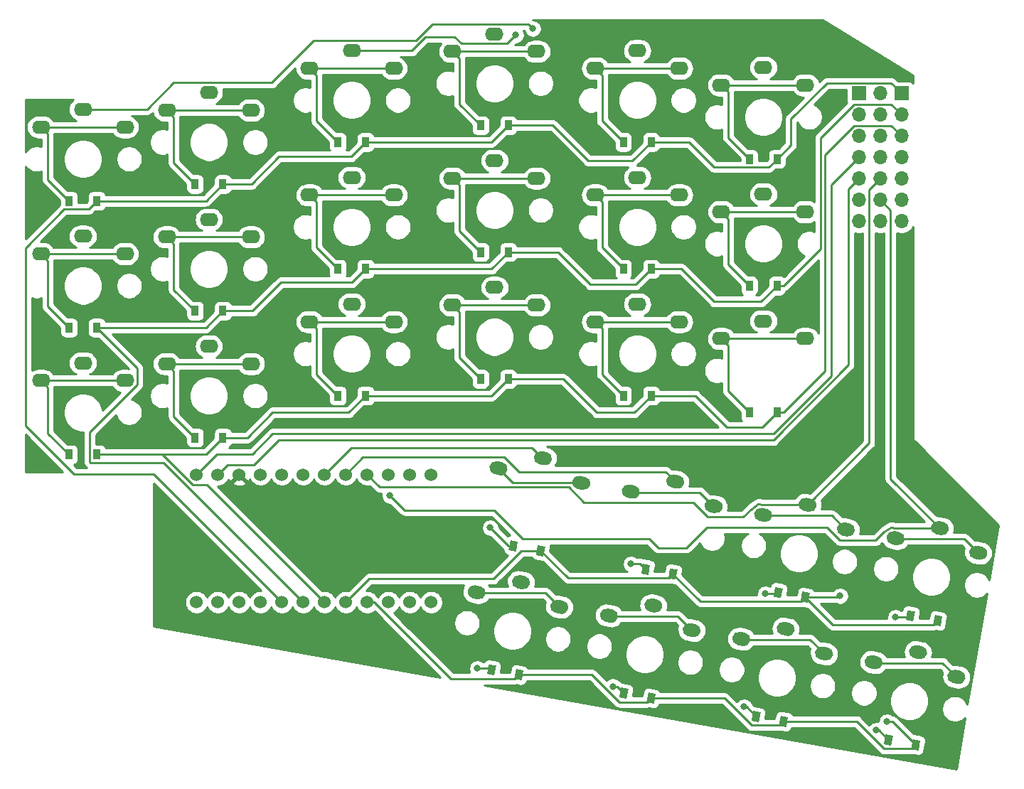
<source format=gbr>
%TF.GenerationSoftware,KiCad,Pcbnew,(5.1.9)-1*%
%TF.CreationDate,2021-08-30T11:16:40+09:00*%
%TF.ProjectId,007_SPLP,3030375f-5350-44c5-902e-6b696361645f,rev?*%
%TF.SameCoordinates,Original*%
%TF.FileFunction,Copper,L1,Top*%
%TF.FilePolarity,Positive*%
%FSLAX46Y46*%
G04 Gerber Fmt 4.6, Leading zero omitted, Abs format (unit mm)*
G04 Created by KiCad (PCBNEW (5.1.9)-1) date 2021-08-30 11:16:40*
%MOMM*%
%LPD*%
G01*
G04 APERTURE LIST*
%TA.AperFunction,ComponentPad*%
%ADD10O,2.200000X1.600000*%
%TD*%
%TA.AperFunction,SMDPad,CuDef*%
%ADD11C,0.100000*%
%TD*%
%TA.AperFunction,SMDPad,CuDef*%
%ADD12R,0.900000X1.200000*%
%TD*%
%TA.AperFunction,ComponentPad*%
%ADD13R,1.700000X1.700000*%
%TD*%
%TA.AperFunction,ComponentPad*%
%ADD14O,1.700000X1.700000*%
%TD*%
%TA.AperFunction,ComponentPad*%
%ADD15C,1.524000*%
%TD*%
%TA.AperFunction,ViaPad*%
%ADD16C,0.800000*%
%TD*%
%TA.AperFunction,Conductor*%
%ADD17C,0.250000*%
%TD*%
%TA.AperFunction,Conductor*%
%ADD18C,0.254000*%
%TD*%
%TA.AperFunction,Conductor*%
%ADD19C,0.100000*%
%TD*%
G04 APERTURE END LIST*
%TO.P,SW30,2*%
%TO.N,Net-(D30-Pad2)*%
%TA.AperFunction,ComponentPad*%
G36*
G01*
X148908741Y-158295143D02*
X148908741Y-158295143D01*
G75*
G02*
X149835506Y-157646216I787846J-138919D01*
G01*
X150426390Y-157750404D01*
G75*
G02*
X151075317Y-158677169I-138919J-787846D01*
G01*
X151075317Y-158677169D01*
G75*
G02*
X150148552Y-159326096I-787846J138919D01*
G01*
X149557668Y-159221908D01*
G75*
G02*
X148908741Y-158295143I138919J787846D01*
G01*
G37*
%TD.AperFunction*%
%TA.AperFunction,ComponentPad*%
G36*
G01*
X139060663Y-156558662D02*
X139060663Y-156558662D01*
G75*
G02*
X139987428Y-155909735I787846J-138919D01*
G01*
X140578312Y-156013923D01*
G75*
G02*
X141227239Y-156940688I-138919J-787846D01*
G01*
X141227239Y-156940688D01*
G75*
G02*
X140300474Y-157589615I-787846J138919D01*
G01*
X139709590Y-157485427D01*
G75*
G02*
X139060663Y-156558662I138919J787846D01*
G01*
G37*
%TD.AperFunction*%
%TO.P,SW30,1*%
%TO.N,/col6*%
%TA.AperFunction,ComponentPad*%
G36*
G01*
X144349363Y-155358806D02*
X144349363Y-155358806D01*
G75*
G02*
X145276128Y-154709879I787846J-138919D01*
G01*
X145867012Y-154814067D01*
G75*
G02*
X146515939Y-155740832I-138919J-787846D01*
G01*
X146515939Y-155740832D01*
G75*
G02*
X145589174Y-156389759I-787846J138919D01*
G01*
X144998290Y-156285571D01*
G75*
G02*
X144349363Y-155358806I138919J787846D01*
G01*
G37*
%TD.AperFunction*%
%TD*%
%TO.P,SW22,2*%
%TO.N,Net-(D22-Pad2)*%
%TA.AperFunction,ComponentPad*%
G36*
G01*
X119999616Y-137966286D02*
X119999616Y-137966286D01*
G75*
G02*
X120926381Y-137317359I787846J-138919D01*
G01*
X121517265Y-137421547D01*
G75*
G02*
X122166192Y-138348312I-138919J-787846D01*
G01*
X122166192Y-138348312D01*
G75*
G02*
X121239427Y-138997239I-787846J138919D01*
G01*
X120648543Y-138893051D01*
G75*
G02*
X119999616Y-137966286I138919J787846D01*
G01*
G37*
%TD.AperFunction*%
%TA.AperFunction,ComponentPad*%
G36*
G01*
X110151538Y-136229805D02*
X110151538Y-136229805D01*
G75*
G02*
X111078303Y-135580878I787846J-138919D01*
G01*
X111669187Y-135685066D01*
G75*
G02*
X112318114Y-136611831I-138919J-787846D01*
G01*
X112318114Y-136611831D01*
G75*
G02*
X111391349Y-137260758I-787846J138919D01*
G01*
X110800465Y-137156570D01*
G75*
G02*
X110151538Y-136229805I138919J787846D01*
G01*
G37*
%TD.AperFunction*%
%TO.P,SW22,1*%
%TO.N,/col4*%
%TA.AperFunction,ComponentPad*%
G36*
G01*
X115440238Y-135029949D02*
X115440238Y-135029949D01*
G75*
G02*
X116367003Y-134381022I787846J-138919D01*
G01*
X116957887Y-134485210D01*
G75*
G02*
X117606814Y-135411975I-138919J-787846D01*
G01*
X117606814Y-135411975D01*
G75*
G02*
X116680049Y-136060902I-787846J138919D01*
G01*
X116089165Y-135956714D01*
G75*
G02*
X115440238Y-135029949I138919J787846D01*
G01*
G37*
%TD.AperFunction*%
%TD*%
D10*
%TO.P,SW17,1*%
%TO.N,/col5*%
X112000000Y-114100000D03*
%TO.P,SW17,2*%
%TO.N,Net-(D17-Pad2)*%
X107000000Y-116200000D03*
X117000000Y-116200000D03*
%TD*%
%TA.AperFunction,SMDPad,CuDef*%
D11*
%TO.P,D24,1*%
%TO.N,/row4*%
G36*
X148316894Y-151285883D02*
G01*
X148108517Y-152467652D01*
X147222190Y-152311369D01*
X147430567Y-151129600D01*
X148316894Y-151285883D01*
G37*
%TD.AperFunction*%
%TA.AperFunction,SMDPad,CuDef*%
%TO.P,D24,2*%
%TO.N,Net-(D24-Pad2)*%
G36*
X145067028Y-150712845D02*
G01*
X144858651Y-151894614D01*
X143972324Y-151738331D01*
X144180701Y-150556562D01*
X145067028Y-150712845D01*
G37*
%TD.AperFunction*%
%TD*%
%TO.P,SW24,2*%
%TO.N,Net-(D24-Pad2)*%
%TA.AperFunction,ComponentPad*%
G36*
G01*
X151513464Y-143523026D02*
X151513464Y-143523026D01*
G75*
G02*
X152440229Y-142874099I787846J-138919D01*
G01*
X153031113Y-142978287D01*
G75*
G02*
X153680040Y-143905052I-138919J-787846D01*
G01*
X153680040Y-143905052D01*
G75*
G02*
X152753275Y-144553979I-787846J138919D01*
G01*
X152162391Y-144449791D01*
G75*
G02*
X151513464Y-143523026I138919J787846D01*
G01*
G37*
%TD.AperFunction*%
%TA.AperFunction,ComponentPad*%
G36*
G01*
X141665386Y-141786545D02*
X141665386Y-141786545D01*
G75*
G02*
X142592151Y-141137618I787846J-138919D01*
G01*
X143183035Y-141241806D01*
G75*
G02*
X143831962Y-142168571I-138919J-787846D01*
G01*
X143831962Y-142168571D01*
G75*
G02*
X142905197Y-142817498I-787846J138919D01*
G01*
X142314313Y-142713310D01*
G75*
G02*
X141665386Y-141786545I138919J787846D01*
G01*
G37*
%TD.AperFunction*%
%TO.P,SW24,1*%
%TO.N,/col6*%
%TA.AperFunction,ComponentPad*%
G36*
G01*
X146954086Y-140586689D02*
X146954086Y-140586689D01*
G75*
G02*
X147880851Y-139937762I787846J-138919D01*
G01*
X148471735Y-140041950D01*
G75*
G02*
X149120662Y-140968715I-138919J-787846D01*
G01*
X149120662Y-140968715D01*
G75*
G02*
X148193897Y-141617642I-787846J138919D01*
G01*
X147603013Y-141513454D01*
G75*
G02*
X146954086Y-140586689I138919J787846D01*
G01*
G37*
%TD.AperFunction*%
%TD*%
D12*
%TO.P,D1,1*%
%TO.N,/row1*%
X47650000Y-101800000D03*
%TO.P,D1,2*%
%TO.N,Net-(D1-Pad2)*%
X44350000Y-101800000D03*
%TD*%
%TO.P,D2,1*%
%TO.N,/row1*%
X62650000Y-99800000D03*
%TO.P,D2,2*%
%TO.N,Net-(D2-Pad2)*%
X59350000Y-99800000D03*
%TD*%
%TO.P,D3,1*%
%TO.N,/row1*%
X79650000Y-94800000D03*
%TO.P,D3,2*%
%TO.N,Net-(D3-Pad2)*%
X76350000Y-94800000D03*
%TD*%
%TO.P,D4,1*%
%TO.N,/row1*%
X96650000Y-92800000D03*
%TO.P,D4,2*%
%TO.N,Net-(D4-Pad2)*%
X93350000Y-92800000D03*
%TD*%
%TO.P,D5,2*%
%TO.N,Net-(D5-Pad2)*%
X110350000Y-94800000D03*
%TO.P,D5,1*%
%TO.N,/row1*%
X113650000Y-94800000D03*
%TD*%
%TO.P,D6,1*%
%TO.N,/row1*%
X128650000Y-96800000D03*
%TO.P,D6,2*%
%TO.N,Net-(D6-Pad2)*%
X125350000Y-96800000D03*
%TD*%
%TO.P,D7,2*%
%TO.N,Net-(D7-Pad2)*%
X44350000Y-116900000D03*
%TO.P,D7,1*%
%TO.N,/row2*%
X47650000Y-116900000D03*
%TD*%
%TO.P,D8,1*%
%TO.N,/row2*%
X62650000Y-114900000D03*
%TO.P,D8,2*%
%TO.N,Net-(D8-Pad2)*%
X59350000Y-114900000D03*
%TD*%
%TO.P,D9,2*%
%TO.N,Net-(D9-Pad2)*%
X76350000Y-109900000D03*
%TO.P,D9,1*%
%TO.N,/row2*%
X79650000Y-109900000D03*
%TD*%
%TO.P,D10,2*%
%TO.N,Net-(D10-Pad2)*%
X93350000Y-107900000D03*
%TO.P,D10,1*%
%TO.N,/row2*%
X96650000Y-107900000D03*
%TD*%
%TO.P,D11,2*%
%TO.N,Net-(D11-Pad2)*%
X110350000Y-109900000D03*
%TO.P,D11,1*%
%TO.N,/row2*%
X113650000Y-109900000D03*
%TD*%
%TO.P,D12,1*%
%TO.N,/row2*%
X128650000Y-111900000D03*
%TO.P,D12,2*%
%TO.N,Net-(D12-Pad2)*%
X125350000Y-111900000D03*
%TD*%
%TO.P,D13,2*%
%TO.N,Net-(D13-Pad2)*%
X44350000Y-132000000D03*
%TO.P,D13,1*%
%TO.N,/row3*%
X47650000Y-132000000D03*
%TD*%
%TO.P,D14,1*%
%TO.N,/row3*%
X62650000Y-130000000D03*
%TO.P,D14,2*%
%TO.N,Net-(D14-Pad2)*%
X59350000Y-130000000D03*
%TD*%
%TO.P,D15,1*%
%TO.N,/row3*%
X79650000Y-125000000D03*
%TO.P,D15,2*%
%TO.N,Net-(D15-Pad2)*%
X76350000Y-125000000D03*
%TD*%
%TO.P,D16,2*%
%TO.N,Net-(D16-Pad2)*%
X93350000Y-123000000D03*
%TO.P,D16,1*%
%TO.N,/row3*%
X96650000Y-123000000D03*
%TD*%
%TO.P,D17,2*%
%TO.N,Net-(D17-Pad2)*%
X110350000Y-125000000D03*
%TO.P,D17,1*%
%TO.N,/row3*%
X113650000Y-125000000D03*
%TD*%
%TO.P,D18,1*%
%TO.N,/row3*%
X128650000Y-127000000D03*
%TO.P,D18,2*%
%TO.N,Net-(D18-Pad2)*%
X125350000Y-127000000D03*
%TD*%
%TA.AperFunction,SMDPad,CuDef*%
D11*
%TO.P,D21,2*%
%TO.N,Net-(D21-Pad2)*%
G36*
X97796256Y-142377733D02*
G01*
X97587879Y-143559502D01*
X96701552Y-143403219D01*
X96909929Y-142221450D01*
X97796256Y-142377733D01*
G37*
%TD.AperFunction*%
%TA.AperFunction,SMDPad,CuDef*%
%TO.P,D21,1*%
%TO.N,/row4*%
G36*
X101046122Y-142950771D02*
G01*
X100837745Y-144132540D01*
X99951418Y-143976257D01*
X100159795Y-142794488D01*
X101046122Y-142950771D01*
G37*
%TD.AperFunction*%
%TD*%
%TA.AperFunction,SMDPad,CuDef*%
%TO.P,D22,2*%
%TO.N,Net-(D22-Pad2)*%
G36*
X113553181Y-145156105D02*
G01*
X113344804Y-146337874D01*
X112458477Y-146181591D01*
X112666854Y-144999822D01*
X113553181Y-145156105D01*
G37*
%TD.AperFunction*%
%TA.AperFunction,SMDPad,CuDef*%
%TO.P,D22,1*%
%TO.N,/row4*%
G36*
X116803047Y-145729143D02*
G01*
X116594670Y-146910912D01*
X115708343Y-146754629D01*
X115916720Y-145572860D01*
X116803047Y-145729143D01*
G37*
%TD.AperFunction*%
%TD*%
%TA.AperFunction,SMDPad,CuDef*%
%TO.P,D23,1*%
%TO.N,/row4*%
G36*
X132559970Y-148507512D02*
G01*
X132351593Y-149689281D01*
X131465266Y-149532998D01*
X131673643Y-148351229D01*
X132559970Y-148507512D01*
G37*
%TD.AperFunction*%
%TA.AperFunction,SMDPad,CuDef*%
%TO.P,D23,2*%
%TO.N,Net-(D23-Pad2)*%
G36*
X129310104Y-147934474D02*
G01*
X129101727Y-149116243D01*
X128215400Y-148959960D01*
X128423777Y-147778191D01*
X129310104Y-147934474D01*
G37*
%TD.AperFunction*%
%TD*%
%TA.AperFunction,SMDPad,CuDef*%
%TO.P,D27,1*%
%TO.N,/row5*%
G36*
X98441400Y-157722887D02*
G01*
X98233023Y-158904656D01*
X97346696Y-158748373D01*
X97555073Y-157566604D01*
X98441400Y-157722887D01*
G37*
%TD.AperFunction*%
%TA.AperFunction,SMDPad,CuDef*%
%TO.P,D27,2*%
%TO.N,Net-(D27-Pad2)*%
G36*
X95191534Y-157149849D02*
G01*
X94983157Y-158331618D01*
X94096830Y-158175335D01*
X94305207Y-156993566D01*
X95191534Y-157149849D01*
G37*
%TD.AperFunction*%
%TD*%
%TA.AperFunction,SMDPad,CuDef*%
%TO.P,D28,1*%
%TO.N,/row5*%
G36*
X114198323Y-160501258D02*
G01*
X113989946Y-161683027D01*
X113103619Y-161526744D01*
X113311996Y-160344975D01*
X114198323Y-160501258D01*
G37*
%TD.AperFunction*%
%TA.AperFunction,SMDPad,CuDef*%
%TO.P,D28,2*%
%TO.N,Net-(D28-Pad2)*%
G36*
X110948457Y-159928220D02*
G01*
X110740080Y-161109989D01*
X109853753Y-160953706D01*
X110062130Y-159771937D01*
X110948457Y-159928220D01*
G37*
%TD.AperFunction*%
%TD*%
%TA.AperFunction,SMDPad,CuDef*%
%TO.P,D29,2*%
%TO.N,Net-(D29-Pad2)*%
G36*
X126705381Y-162706592D02*
G01*
X126497004Y-163888361D01*
X125610677Y-163732078D01*
X125819054Y-162550309D01*
X126705381Y-162706592D01*
G37*
%TD.AperFunction*%
%TA.AperFunction,SMDPad,CuDef*%
%TO.P,D29,1*%
%TO.N,/row5*%
G36*
X129955247Y-163279630D02*
G01*
X129746870Y-164461399D01*
X128860543Y-164305116D01*
X129068920Y-163123347D01*
X129955247Y-163279630D01*
G37*
%TD.AperFunction*%
%TD*%
%TA.AperFunction,SMDPad,CuDef*%
%TO.P,D30,1*%
%TO.N,/row5*%
G36*
X145712171Y-166058000D02*
G01*
X145503794Y-167239769D01*
X144617467Y-167083486D01*
X144825844Y-165901717D01*
X145712171Y-166058000D01*
G37*
%TD.AperFunction*%
%TA.AperFunction,SMDPad,CuDef*%
%TO.P,D30,2*%
%TO.N,Net-(D30-Pad2)*%
G36*
X142462305Y-165484962D02*
G01*
X142253928Y-166666731D01*
X141367601Y-166510448D01*
X141575978Y-165328679D01*
X142462305Y-165484962D01*
G37*
%TD.AperFunction*%
%TD*%
D13*
%TO.P,J1,1*%
%TO.N,/a1*%
X138400000Y-89000000D03*
D14*
%TO.P,J1,2*%
%TO.N,/col1*%
X140940000Y-89000000D03*
%TO.P,J1,3*%
%TO.N,/a2*%
X138400000Y-91540000D03*
%TO.P,J1,4*%
%TO.N,/col2*%
X140940000Y-91540000D03*
%TO.P,J1,5*%
%TO.N,/a3*%
X138400000Y-94080000D03*
%TO.P,J1,6*%
%TO.N,/col3*%
X140940000Y-94080000D03*
%TO.P,J1,7*%
%TO.N,/a4*%
X138400000Y-96620000D03*
%TO.P,J1,8*%
%TO.N,/col4*%
X140940000Y-96620000D03*
%TO.P,J1,9*%
%TO.N,/a5*%
X138400000Y-99160000D03*
%TO.P,J1,10*%
%TO.N,/col5*%
X140940000Y-99160000D03*
%TO.P,J1,11*%
%TO.N,Net-(J1-Pad11)*%
X138400000Y-101700000D03*
%TO.P,J1,12*%
%TO.N,/col6*%
X140940000Y-101700000D03*
%TO.P,J1,13*%
%TO.N,Net-(J1-Pad13)*%
X138400000Y-104240000D03*
%TO.P,J1,14*%
%TO.N,Net-(J1-Pad14)*%
X140940000Y-104240000D03*
%TD*%
D13*
%TO.P,J2,1*%
%TO.N,/row1*%
X143480000Y-89000000D03*
D14*
%TO.P,J2,2*%
%TO.N,/row2*%
X143480000Y-91540000D03*
%TO.P,J2,3*%
%TO.N,/row3*%
X143480000Y-94080000D03*
%TO.P,J2,4*%
%TO.N,/row4*%
X143480000Y-96620000D03*
%TO.P,J2,5*%
%TO.N,/row5*%
X143480000Y-99160000D03*
%TO.P,J2,6*%
%TO.N,Net-(J2-Pad6)*%
X143480000Y-101700000D03*
%TO.P,J2,7*%
%TO.N,Net-(J2-Pad7)*%
X143480000Y-104240000D03*
%TD*%
D10*
%TO.P,SW1,1*%
%TO.N,/col1*%
X46000000Y-90900000D03*
%TO.P,SW1,2*%
%TO.N,Net-(D1-Pad2)*%
X41000000Y-93000000D03*
X51000000Y-93000000D03*
%TD*%
%TO.P,SW2,2*%
%TO.N,Net-(D2-Pad2)*%
X66000000Y-91000000D03*
X56000000Y-91000000D03*
%TO.P,SW2,1*%
%TO.N,/col2*%
X61000000Y-88900000D03*
%TD*%
%TO.P,SW3,1*%
%TO.N,/col3*%
X78000000Y-83900000D03*
%TO.P,SW3,2*%
%TO.N,Net-(D3-Pad2)*%
X73000000Y-86000000D03*
X83000000Y-86000000D03*
%TD*%
%TO.P,SW4,1*%
%TO.N,/col4*%
X95000000Y-81900000D03*
%TO.P,SW4,2*%
%TO.N,Net-(D4-Pad2)*%
X90000000Y-84000000D03*
X100000000Y-84000000D03*
%TD*%
%TO.P,SW5,2*%
%TO.N,Net-(D5-Pad2)*%
X117000000Y-86000000D03*
X107000000Y-86000000D03*
%TO.P,SW5,1*%
%TO.N,/col5*%
X112000000Y-83900000D03*
%TD*%
%TO.P,SW6,2*%
%TO.N,Net-(D6-Pad2)*%
X132000000Y-88000000D03*
X122000000Y-88000000D03*
%TO.P,SW6,1*%
%TO.N,/col6*%
X127000000Y-85900000D03*
%TD*%
%TO.P,SW7,1*%
%TO.N,/col1*%
X46000000Y-106000000D03*
%TO.P,SW7,2*%
%TO.N,Net-(D7-Pad2)*%
X41000000Y-108100000D03*
X51000000Y-108100000D03*
%TD*%
%TO.P,SW8,1*%
%TO.N,/col2*%
X61000000Y-104000000D03*
%TO.P,SW8,2*%
%TO.N,Net-(D8-Pad2)*%
X56000000Y-106100000D03*
X66000000Y-106100000D03*
%TD*%
%TO.P,SW9,2*%
%TO.N,Net-(D9-Pad2)*%
X83000000Y-101100000D03*
X73000000Y-101100000D03*
%TO.P,SW9,1*%
%TO.N,/col3*%
X78000000Y-99000000D03*
%TD*%
%TO.P,SW10,1*%
%TO.N,/col4*%
X95000000Y-97000000D03*
%TO.P,SW10,2*%
%TO.N,Net-(D10-Pad2)*%
X90000000Y-99100000D03*
X100000000Y-99100000D03*
%TD*%
%TO.P,SW11,2*%
%TO.N,Net-(D11-Pad2)*%
X117000000Y-101100000D03*
X107000000Y-101100000D03*
%TO.P,SW11,1*%
%TO.N,/col5*%
X112000000Y-99000000D03*
%TD*%
%TO.P,SW12,1*%
%TO.N,/col6*%
X127000000Y-101000000D03*
%TO.P,SW12,2*%
%TO.N,Net-(D12-Pad2)*%
X122000000Y-103100000D03*
X132000000Y-103100000D03*
%TD*%
%TO.P,SW13,1*%
%TO.N,/col1*%
X46000000Y-121100000D03*
%TO.P,SW13,2*%
%TO.N,Net-(D13-Pad2)*%
X41000000Y-123200000D03*
X51000000Y-123200000D03*
%TD*%
%TO.P,SW14,2*%
%TO.N,Net-(D14-Pad2)*%
X66000000Y-121200000D03*
X56000000Y-121200000D03*
%TO.P,SW14,1*%
%TO.N,/col2*%
X61000000Y-119100000D03*
%TD*%
%TO.P,SW15,1*%
%TO.N,/col3*%
X78000000Y-114100000D03*
%TO.P,SW15,2*%
%TO.N,Net-(D15-Pad2)*%
X73000000Y-116200000D03*
X83000000Y-116200000D03*
%TD*%
%TO.P,SW16,2*%
%TO.N,Net-(D16-Pad2)*%
X100000000Y-114200000D03*
X90000000Y-114200000D03*
%TO.P,SW16,1*%
%TO.N,/col4*%
X95000000Y-112100000D03*
%TD*%
%TO.P,SW18,1*%
%TO.N,/col6*%
X127000000Y-116100000D03*
%TO.P,SW18,2*%
%TO.N,Net-(D18-Pad2)*%
X122000000Y-118200000D03*
X132000000Y-118200000D03*
%TD*%
%TO.P,SW21,1*%
%TO.N,/col3*%
%TA.AperFunction,ComponentPad*%
G36*
G01*
X99683314Y-132251577D02*
X99683314Y-132251577D01*
G75*
G02*
X100610079Y-131602650I787846J-138919D01*
G01*
X101200963Y-131706838D01*
G75*
G02*
X101849890Y-132633603I-138919J-787846D01*
G01*
X101849890Y-132633603D01*
G75*
G02*
X100923125Y-133282530I-787846J138919D01*
G01*
X100332241Y-133178342D01*
G75*
G02*
X99683314Y-132251577I138919J787846D01*
G01*
G37*
%TD.AperFunction*%
%TO.P,SW21,2*%
%TO.N,Net-(D21-Pad2)*%
%TA.AperFunction,ComponentPad*%
G36*
G01*
X94394614Y-133451433D02*
X94394614Y-133451433D01*
G75*
G02*
X95321379Y-132802506I787846J-138919D01*
G01*
X95912263Y-132906694D01*
G75*
G02*
X96561190Y-133833459I-138919J-787846D01*
G01*
X96561190Y-133833459D01*
G75*
G02*
X95634425Y-134482386I-787846J138919D01*
G01*
X95043541Y-134378198D01*
G75*
G02*
X94394614Y-133451433I138919J787846D01*
G01*
G37*
%TD.AperFunction*%
%TA.AperFunction,ComponentPad*%
G36*
G01*
X104242692Y-135187914D02*
X104242692Y-135187914D01*
G75*
G02*
X105169457Y-134538987I787846J-138919D01*
G01*
X105760341Y-134643175D01*
G75*
G02*
X106409268Y-135569940I-138919J-787846D01*
G01*
X106409268Y-135569940D01*
G75*
G02*
X105482503Y-136218867I-787846J138919D01*
G01*
X104891619Y-136114679D01*
G75*
G02*
X104242692Y-135187914I138919J787846D01*
G01*
G37*
%TD.AperFunction*%
%TD*%
%TO.P,SW23,1*%
%TO.N,/col5*%
%TA.AperFunction,ComponentPad*%
G36*
G01*
X131197162Y-137808319D02*
X131197162Y-137808319D01*
G75*
G02*
X132123927Y-137159392I787846J-138919D01*
G01*
X132714811Y-137263580D01*
G75*
G02*
X133363738Y-138190345I-138919J-787846D01*
G01*
X133363738Y-138190345D01*
G75*
G02*
X132436973Y-138839272I-787846J138919D01*
G01*
X131846089Y-138735084D01*
G75*
G02*
X131197162Y-137808319I138919J787846D01*
G01*
G37*
%TD.AperFunction*%
%TO.P,SW23,2*%
%TO.N,Net-(D23-Pad2)*%
%TA.AperFunction,ComponentPad*%
G36*
G01*
X125908462Y-139008175D02*
X125908462Y-139008175D01*
G75*
G02*
X126835227Y-138359248I787846J-138919D01*
G01*
X127426111Y-138463436D01*
G75*
G02*
X128075038Y-139390201I-138919J-787846D01*
G01*
X128075038Y-139390201D01*
G75*
G02*
X127148273Y-140039128I-787846J138919D01*
G01*
X126557389Y-139934940D01*
G75*
G02*
X125908462Y-139008175I138919J787846D01*
G01*
G37*
%TD.AperFunction*%
%TA.AperFunction,ComponentPad*%
G36*
G01*
X135756540Y-140744656D02*
X135756540Y-140744656D01*
G75*
G02*
X136683305Y-140095729I787846J-138919D01*
G01*
X137274189Y-140199917D01*
G75*
G02*
X137923116Y-141126682I-138919J-787846D01*
G01*
X137923116Y-141126682D01*
G75*
G02*
X136996351Y-141775609I-787846J138919D01*
G01*
X136405467Y-141671421D01*
G75*
G02*
X135756540Y-140744656I138919J787846D01*
G01*
G37*
%TD.AperFunction*%
%TD*%
%TO.P,SW27,1*%
%TO.N,/col3*%
%TA.AperFunction,ComponentPad*%
G36*
G01*
X97078591Y-147023693D02*
X97078591Y-147023693D01*
G75*
G02*
X98005356Y-146374766I787846J-138919D01*
G01*
X98596240Y-146478954D01*
G75*
G02*
X99245167Y-147405719I-138919J-787846D01*
G01*
X99245167Y-147405719D01*
G75*
G02*
X98318402Y-148054646I-787846J138919D01*
G01*
X97727518Y-147950458D01*
G75*
G02*
X97078591Y-147023693I138919J787846D01*
G01*
G37*
%TD.AperFunction*%
%TO.P,SW27,2*%
%TO.N,Net-(D27-Pad2)*%
%TA.AperFunction,ComponentPad*%
G36*
G01*
X91789891Y-148223549D02*
X91789891Y-148223549D01*
G75*
G02*
X92716656Y-147574622I787846J-138919D01*
G01*
X93307540Y-147678810D01*
G75*
G02*
X93956467Y-148605575I-138919J-787846D01*
G01*
X93956467Y-148605575D01*
G75*
G02*
X93029702Y-149254502I-787846J138919D01*
G01*
X92438818Y-149150314D01*
G75*
G02*
X91789891Y-148223549I138919J787846D01*
G01*
G37*
%TD.AperFunction*%
%TA.AperFunction,ComponentPad*%
G36*
G01*
X101637969Y-149960030D02*
X101637969Y-149960030D01*
G75*
G02*
X102564734Y-149311103I787846J-138919D01*
G01*
X103155618Y-149415291D01*
G75*
G02*
X103804545Y-150342056I-138919J-787846D01*
G01*
X103804545Y-150342056D01*
G75*
G02*
X102877780Y-150990983I-787846J138919D01*
G01*
X102286896Y-150886795D01*
G75*
G02*
X101637969Y-149960030I138919J787846D01*
G01*
G37*
%TD.AperFunction*%
%TD*%
%TO.P,SW28,2*%
%TO.N,Net-(D28-Pad2)*%
%TA.AperFunction,ComponentPad*%
G36*
G01*
X117394894Y-152738401D02*
X117394894Y-152738401D01*
G75*
G02*
X118321659Y-152089474I787846J-138919D01*
G01*
X118912543Y-152193662D01*
G75*
G02*
X119561470Y-153120427I-138919J-787846D01*
G01*
X119561470Y-153120427D01*
G75*
G02*
X118634705Y-153769354I-787846J138919D01*
G01*
X118043821Y-153665166D01*
G75*
G02*
X117394894Y-152738401I138919J787846D01*
G01*
G37*
%TD.AperFunction*%
%TA.AperFunction,ComponentPad*%
G36*
G01*
X107546816Y-151001920D02*
X107546816Y-151001920D01*
G75*
G02*
X108473581Y-150352993I787846J-138919D01*
G01*
X109064465Y-150457181D01*
G75*
G02*
X109713392Y-151383946I-138919J-787846D01*
G01*
X109713392Y-151383946D01*
G75*
G02*
X108786627Y-152032873I-787846J138919D01*
G01*
X108195743Y-151928685D01*
G75*
G02*
X107546816Y-151001920I138919J787846D01*
G01*
G37*
%TD.AperFunction*%
%TO.P,SW28,1*%
%TO.N,/col4*%
%TA.AperFunction,ComponentPad*%
G36*
G01*
X112835516Y-149802064D02*
X112835516Y-149802064D01*
G75*
G02*
X113762281Y-149153137I787846J-138919D01*
G01*
X114353165Y-149257325D01*
G75*
G02*
X115002092Y-150184090I-138919J-787846D01*
G01*
X115002092Y-150184090D01*
G75*
G02*
X114075327Y-150833017I-787846J138919D01*
G01*
X113484443Y-150728829D01*
G75*
G02*
X112835516Y-149802064I138919J787846D01*
G01*
G37*
%TD.AperFunction*%
%TD*%
%TO.P,SW29,1*%
%TO.N,/col5*%
%TA.AperFunction,ComponentPad*%
G36*
G01*
X128592439Y-152580435D02*
X128592439Y-152580435D01*
G75*
G02*
X129519204Y-151931508I787846J-138919D01*
G01*
X130110088Y-152035696D01*
G75*
G02*
X130759015Y-152962461I-138919J-787846D01*
G01*
X130759015Y-152962461D01*
G75*
G02*
X129832250Y-153611388I-787846J138919D01*
G01*
X129241366Y-153507200D01*
G75*
G02*
X128592439Y-152580435I138919J787846D01*
G01*
G37*
%TD.AperFunction*%
%TO.P,SW29,2*%
%TO.N,Net-(D29-Pad2)*%
%TA.AperFunction,ComponentPad*%
G36*
G01*
X123303739Y-153780291D02*
X123303739Y-153780291D01*
G75*
G02*
X124230504Y-153131364I787846J-138919D01*
G01*
X124821388Y-153235552D01*
G75*
G02*
X125470315Y-154162317I-138919J-787846D01*
G01*
X125470315Y-154162317D01*
G75*
G02*
X124543550Y-154811244I-787846J138919D01*
G01*
X123952666Y-154707056D01*
G75*
G02*
X123303739Y-153780291I138919J787846D01*
G01*
G37*
%TD.AperFunction*%
%TA.AperFunction,ComponentPad*%
G36*
G01*
X133151817Y-155516772D02*
X133151817Y-155516772D01*
G75*
G02*
X134078582Y-154867845I787846J-138919D01*
G01*
X134669466Y-154972033D01*
G75*
G02*
X135318393Y-155898798I-138919J-787846D01*
G01*
X135318393Y-155898798D01*
G75*
G02*
X134391628Y-156547725I-787846J138919D01*
G01*
X133800744Y-156443537D01*
G75*
G02*
X133151817Y-155516772I138919J787846D01*
G01*
G37*
%TD.AperFunction*%
%TD*%
D15*
%TO.P,U1,1*%
%TO.N,/a4*%
X59522000Y-134388600D03*
%TO.P,U1,2*%
%TO.N,/a5*%
X62062000Y-134388600D03*
%TO.P,U1,3*%
%TO.N,/gnd*%
X64602000Y-134388600D03*
%TO.P,U1,4*%
%TO.N,Net-(U1-Pad4)*%
X67142000Y-134388600D03*
%TO.P,U1,5*%
%TO.N,/col1*%
X69682000Y-134388600D03*
%TO.P,U1,6*%
%TO.N,/col2*%
X72222000Y-134388600D03*
%TO.P,U1,7*%
%TO.N,/col3*%
X74762000Y-134388600D03*
%TO.P,U1,8*%
%TO.N,/col4*%
X77302000Y-134388600D03*
%TO.P,U1,9*%
%TO.N,/col5*%
X79842000Y-134388600D03*
%TO.P,U1,10*%
%TO.N,/col6*%
X82382000Y-134388600D03*
%TO.P,U1,11*%
%TO.N,Net-(U1-Pad11)*%
X84922000Y-134388600D03*
%TO.P,U1,12*%
%TO.N,Net-(U1-Pad12)*%
X87462000Y-134388600D03*
%TO.P,U1,13*%
%TO.N,/a3*%
X87462000Y-149608600D03*
%TO.P,U1,14*%
%TO.N,/a2*%
X84922000Y-149608600D03*
%TO.P,U1,15*%
%TO.N,/a1*%
X82382000Y-149608600D03*
%TO.P,U1,16*%
%TO.N,/row5*%
X79842000Y-149608600D03*
%TO.P,U1,17*%
%TO.N,/row4*%
X77302000Y-149608600D03*
%TO.P,U1,18*%
%TO.N,/row3*%
X74762000Y-149608600D03*
%TO.P,U1,19*%
%TO.N,/row2*%
X72222000Y-149608600D03*
%TO.P,U1,20*%
%TO.N,/row1*%
X69682000Y-149608600D03*
%TO.P,U1,21*%
%TO.N,Net-(U1-Pad21)*%
X67142000Y-149608600D03*
%TO.P,U1,22*%
%TO.N,Net-(U1-Pad22)*%
X64602000Y-149608600D03*
%TO.P,U1,23*%
%TO.N,Net-(U1-Pad23)*%
X62062000Y-149608600D03*
%TO.P,U1,24*%
%TO.N,Net-(U1-Pad24)*%
X59522000Y-149608600D03*
%TD*%
D16*
%TO.N,Net-(D21-Pad2)*%
X94488000Y-140716000D03*
%TO.N,Net-(D22-Pad2)*%
X111252000Y-145034000D03*
%TO.N,Net-(D23-Pad2)*%
X127254000Y-148590000D03*
%TO.N,Net-(D24-Pad2)*%
X142748000Y-151384000D03*
%TO.N,Net-(D27-Pad2)*%
X92964000Y-157480000D03*
%TO.N,Net-(D28-Pad2)*%
X109098858Y-159633142D03*
%TO.N,Net-(D29-Pad2)*%
X124714000Y-162052000D03*
%TO.N,Net-(D30-Pad2)*%
X140462000Y-164846000D03*
%TO.N,/row4*%
X136144000Y-148844000D03*
%TO.N,/row5*%
X141732000Y-163830000D03*
%TO.N,/col6*%
X82550000Y-136906000D03*
%TO.N,/col3*%
X97536000Y-82042000D03*
%TO.N,/col1*%
X99568000Y-81280000D03*
%TO.N,/gnd*%
X73152000Y-140970000D03*
X116840000Y-127762000D03*
X41402000Y-119634000D03*
X50800000Y-104648000D03*
X67056000Y-102616000D03*
X83820000Y-98044000D03*
X101092000Y-95758000D03*
X91440000Y-141224000D03*
X122428000Y-126492000D03*
X54864000Y-99314000D03*
X71882000Y-94488000D03*
X89662000Y-92202000D03*
X106172000Y-94488000D03*
X58928000Y-145034000D03*
X121412000Y-151892000D03*
X132334000Y-131572000D03*
X120904000Y-84836000D03*
X120650000Y-99568000D03*
X138938000Y-135636000D03*
X40640000Y-101854000D03*
X129794000Y-89662000D03*
X130302000Y-105664000D03*
X43180000Y-128016000D03*
X40894000Y-131826000D03*
X42672000Y-90678000D03*
X143510000Y-122428000D03*
X91694000Y-127254000D03*
X138430000Y-110490000D03*
X132842000Y-115062000D03*
%TD*%
D17*
%TO.N,Net-(D1-Pad2)*%
X41000000Y-93000000D02*
X51000000Y-93000000D01*
X41825001Y-99275001D02*
X44350000Y-101800000D01*
X41825001Y-93825001D02*
X41825001Y-99275001D01*
X41000000Y-93000000D02*
X41825001Y-93825001D01*
%TO.N,Net-(D2-Pad2)*%
X66000000Y-91000000D02*
X56000000Y-91000000D01*
X56825001Y-97275001D02*
X59350000Y-99800000D01*
X56825001Y-91825001D02*
X56825001Y-97275001D01*
X56000000Y-91000000D02*
X56825001Y-91825001D01*
%TO.N,Net-(D3-Pad2)*%
X83000000Y-86000000D02*
X73000000Y-86000000D01*
X73825001Y-92275001D02*
X76350000Y-94800000D01*
X73825001Y-86825001D02*
X73825001Y-92275001D01*
X73000000Y-86000000D02*
X73825001Y-86825001D01*
%TO.N,Net-(D4-Pad2)*%
X100000000Y-84000000D02*
X90000000Y-84000000D01*
X90825001Y-90275001D02*
X93350000Y-92800000D01*
X90825001Y-84825001D02*
X90825001Y-90275001D01*
X90000000Y-84000000D02*
X90825001Y-84825001D01*
%TO.N,Net-(D5-Pad2)*%
X117000000Y-86000000D02*
X107000000Y-86000000D01*
X107825001Y-92275001D02*
X110350000Y-94800000D01*
X107825001Y-86825001D02*
X107825001Y-92275001D01*
X107000000Y-86000000D02*
X107825001Y-86825001D01*
%TO.N,Net-(D6-Pad2)*%
X132000000Y-88000000D02*
X122000000Y-88000000D01*
X122825001Y-94275001D02*
X125350000Y-96800000D01*
X122825001Y-88825001D02*
X122825001Y-94275001D01*
X122000000Y-88000000D02*
X122825001Y-88825001D01*
%TO.N,Net-(D7-Pad2)*%
X51000000Y-108100000D02*
X41000000Y-108100000D01*
X41825001Y-114375001D02*
X44350000Y-116900000D01*
X41825001Y-108925001D02*
X41825001Y-114375001D01*
X41000000Y-108100000D02*
X41825001Y-108925001D01*
%TO.N,Net-(D8-Pad2)*%
X66000000Y-106100000D02*
X56000000Y-106100000D01*
X56825001Y-112375001D02*
X59350000Y-114900000D01*
X56825001Y-106925001D02*
X56825001Y-112375001D01*
X56000000Y-106100000D02*
X56825001Y-106925001D01*
%TO.N,Net-(D9-Pad2)*%
X83000000Y-101100000D02*
X73000000Y-101100000D01*
X73825001Y-107375001D02*
X76350000Y-109900000D01*
X73825001Y-101925001D02*
X73825001Y-107375001D01*
X73000000Y-101100000D02*
X73825001Y-101925001D01*
%TO.N,Net-(D10-Pad2)*%
X100000000Y-99100000D02*
X90000000Y-99100000D01*
X90825001Y-105375001D02*
X93350000Y-107900000D01*
X90825001Y-99925001D02*
X90825001Y-105375001D01*
X90000000Y-99100000D02*
X90825001Y-99925001D01*
%TO.N,Net-(D11-Pad2)*%
X117000000Y-101100000D02*
X107000000Y-101100000D01*
X107825001Y-107375001D02*
X110350000Y-109900000D01*
X107825001Y-101925001D02*
X107825001Y-107375001D01*
X107000000Y-101100000D02*
X107825001Y-101925001D01*
%TO.N,Net-(D12-Pad2)*%
X132000000Y-103100000D02*
X122000000Y-103100000D01*
X122825001Y-109375001D02*
X125350000Y-111900000D01*
X122825001Y-103925001D02*
X122825001Y-109375001D01*
X122000000Y-103100000D02*
X122825001Y-103925001D01*
%TO.N,Net-(D13-Pad2)*%
X51000000Y-123200000D02*
X41000000Y-123200000D01*
X41825001Y-129475001D02*
X44350000Y-132000000D01*
X41825001Y-124025001D02*
X41825001Y-129475001D01*
X41000000Y-123200000D02*
X41825001Y-124025001D01*
%TO.N,Net-(D14-Pad2)*%
X66000000Y-121200000D02*
X56000000Y-121200000D01*
X56825001Y-127475001D02*
X59350000Y-130000000D01*
X56825001Y-122025001D02*
X56825001Y-127475001D01*
X56000000Y-121200000D02*
X56825001Y-122025001D01*
%TO.N,Net-(D15-Pad2)*%
X83000000Y-116200000D02*
X73000000Y-116200000D01*
X73825001Y-122475001D02*
X76350000Y-125000000D01*
X73825001Y-117025001D02*
X73825001Y-122475001D01*
X73000000Y-116200000D02*
X73825001Y-117025001D01*
%TO.N,Net-(D16-Pad2)*%
X100000000Y-114200000D02*
X90000000Y-114200000D01*
X90825001Y-120475001D02*
X93350000Y-123000000D01*
X90825001Y-115025001D02*
X90825001Y-120475001D01*
X90000000Y-114200000D02*
X90825001Y-115025001D01*
%TO.N,Net-(D17-Pad2)*%
X117000000Y-116200000D02*
X107000000Y-116200000D01*
X107825001Y-122475001D02*
X110350000Y-125000000D01*
X107825001Y-117025001D02*
X107825001Y-122475001D01*
X107000000Y-116200000D02*
X107825001Y-117025001D01*
%TO.N,Net-(D18-Pad2)*%
X132000000Y-118200000D02*
X122000000Y-118200000D01*
X122825001Y-124475001D02*
X125350000Y-127000000D01*
X122825001Y-119025001D02*
X122825001Y-124475001D01*
X122000000Y-118200000D02*
X122825001Y-119025001D01*
%TO.N,Net-(D21-Pad2)*%
X97214383Y-135378927D02*
X105325980Y-135378927D01*
X95477902Y-133642446D02*
X97214383Y-135378927D01*
X96662476Y-142890476D02*
X97248904Y-142890476D01*
X94488000Y-140716000D02*
X96662476Y-142890476D01*
%TO.N,Net-(D22-Pad2)*%
X119440334Y-136514729D02*
X121082904Y-138157299D01*
X111328737Y-136514729D02*
X119440334Y-136514729D01*
X111234826Y-136420818D02*
X111328737Y-136514729D01*
X112370981Y-145034000D02*
X113005829Y-145668848D01*
X111252000Y-145034000D02*
X112370981Y-145034000D01*
%TO.N,Net-(D23-Pad2)*%
X135197258Y-139293099D02*
X136839828Y-140935669D01*
X127085661Y-139293099D02*
X135197258Y-139293099D01*
X126991750Y-139199188D02*
X127085661Y-139293099D01*
X128619969Y-148590000D02*
X128762752Y-148447217D01*
X127254000Y-148590000D02*
X128619969Y-148590000D01*
%TO.N,Net-(D24-Pad2)*%
X150954182Y-142071469D02*
X152596752Y-143714039D01*
X142842585Y-142071469D02*
X150954182Y-142071469D01*
X142748674Y-141977558D02*
X142842585Y-142071469D01*
X144361264Y-151384000D02*
X144519676Y-151225588D01*
X142748000Y-151384000D02*
X144361264Y-151384000D01*
%TO.N,Net-(D27-Pad2)*%
X101078687Y-148508473D02*
X102721257Y-150151043D01*
X92967090Y-148508473D02*
X101078687Y-148508473D01*
X92873179Y-148414562D02*
X92967090Y-148508473D01*
X94461590Y-157480000D02*
X94644182Y-157662592D01*
X92964000Y-157480000D02*
X94461590Y-157480000D01*
%TO.N,Net-(D28-Pad2)*%
X116835612Y-151286844D02*
X118478182Y-152929414D01*
X108724015Y-151286844D02*
X116835612Y-151286844D01*
X108630104Y-151192933D02*
X108724015Y-151286844D01*
X109593284Y-159633142D02*
X110401105Y-160440963D01*
X109098858Y-159633142D02*
X109593284Y-159633142D01*
%TO.N,Net-(D29-Pad2)*%
X132592535Y-154065215D02*
X134235105Y-155707785D01*
X124480938Y-154065215D02*
X132592535Y-154065215D01*
X124387027Y-153971304D02*
X124480938Y-154065215D01*
X124990694Y-162052000D02*
X126158029Y-163219335D01*
X124714000Y-162052000D02*
X124990694Y-162052000D01*
%TO.N,Net-(D30-Pad2)*%
X148349459Y-156843586D02*
X149992029Y-158486156D01*
X140237862Y-156843586D02*
X148349459Y-156843586D01*
X140143951Y-156749675D02*
X140237862Y-156843586D01*
X140763248Y-164846000D02*
X141914953Y-165997705D01*
X140462000Y-164846000D02*
X140763248Y-164846000D01*
%TO.N,/a4*%
X59522000Y-134388600D02*
X61976000Y-131934600D01*
X61976000Y-131934600D02*
X66185400Y-131934600D01*
X66185400Y-131934600D02*
X68580000Y-129540000D01*
X68580000Y-129540000D02*
X128270000Y-129540000D01*
X128270000Y-129540000D02*
X135128000Y-122682000D01*
X135128000Y-99892000D02*
X138400000Y-96620000D01*
X135128000Y-122682000D02*
X135128000Y-99892000D01*
%TO.N,/a5*%
X137174999Y-100385001D02*
X138400000Y-99160000D01*
X137174999Y-121342121D02*
X137174999Y-100385001D01*
X128215120Y-130302000D02*
X137174999Y-121342121D01*
X69342000Y-130302000D02*
X128215120Y-130302000D01*
X66392401Y-133251599D02*
X69342000Y-130302000D01*
X63199001Y-133251599D02*
X66392401Y-133251599D01*
X62062000Y-134388600D02*
X63199001Y-133251599D01*
%TO.N,/row1*%
X60650000Y-101800000D02*
X62650000Y-99800000D01*
X47650000Y-101800000D02*
X60650000Y-101800000D01*
X77930000Y-96520000D02*
X79650000Y-94800000D01*
X69342000Y-96520000D02*
X77930000Y-96520000D01*
X66062000Y-99800000D02*
X69342000Y-96520000D01*
X62650000Y-99800000D02*
X66062000Y-99800000D01*
X94650000Y-94800000D02*
X96650000Y-92800000D01*
X79650000Y-94800000D02*
X94650000Y-94800000D01*
X96650000Y-92800000D02*
X101944000Y-92800000D01*
X101944000Y-92800000D02*
X106172000Y-97028000D01*
X111422000Y-97028000D02*
X113650000Y-94800000D01*
X106172000Y-97028000D02*
X111422000Y-97028000D01*
X113650000Y-94800000D02*
X118168000Y-94800000D01*
X127674999Y-97775001D02*
X128650000Y-96800000D01*
X121143001Y-97775001D02*
X127674999Y-97775001D01*
X118168000Y-94800000D02*
X121143001Y-97775001D01*
X54423390Y-134349990D02*
X69682000Y-149608600D01*
X44941990Y-134349990D02*
X54423390Y-134349990D01*
X39174999Y-107383001D02*
X39174999Y-128582999D01*
X43782999Y-102775001D02*
X39174999Y-107383001D01*
X46674999Y-102775001D02*
X43782999Y-102775001D01*
X39174999Y-128582999D02*
X44941990Y-134349990D01*
X47650000Y-101800000D02*
X46674999Y-102775001D01*
X134563999Y-87774999D02*
X130302000Y-92036998D01*
X142254999Y-87774999D02*
X134563999Y-87774999D01*
X143480000Y-89000000D02*
X142254999Y-87774999D01*
X130302000Y-95148000D02*
X128650000Y-96800000D01*
X130302000Y-92036998D02*
X130302000Y-95148000D01*
%TO.N,/row2*%
X60650000Y-116900000D02*
X62650000Y-114900000D01*
X47650000Y-116900000D02*
X60650000Y-116900000D01*
X62650000Y-114900000D02*
X66202000Y-114900000D01*
X66202000Y-114900000D02*
X69596000Y-111506000D01*
X78044000Y-111506000D02*
X79650000Y-109900000D01*
X69596000Y-111506000D02*
X78044000Y-111506000D01*
X94650000Y-109900000D02*
X96650000Y-107900000D01*
X79650000Y-109900000D02*
X94650000Y-109900000D01*
X96650000Y-107900000D02*
X102566000Y-107900000D01*
X102566000Y-107900000D02*
X106426000Y-111760000D01*
X111790000Y-111760000D02*
X113650000Y-109900000D01*
X106426000Y-111760000D02*
X111790000Y-111760000D01*
X113650000Y-109900000D02*
X117266000Y-109900000D01*
X117266000Y-109900000D02*
X121158000Y-113792000D01*
X126758000Y-113792000D02*
X128650000Y-111900000D01*
X121158000Y-113792000D02*
X126758000Y-113792000D01*
X52475010Y-121725010D02*
X47650000Y-116900000D01*
X52475010Y-123686705D02*
X52475010Y-121725010D01*
X46824999Y-129336716D02*
X52475010Y-123686705D01*
X46824999Y-132900001D02*
X46824999Y-129336716D01*
X46899999Y-132975001D02*
X46824999Y-132900001D01*
X55588401Y-132975001D02*
X46899999Y-132975001D01*
X72222000Y-149608600D02*
X55588401Y-132975001D01*
X137811999Y-90314999D02*
X133858000Y-94268998D01*
X142254999Y-90314999D02*
X137811999Y-90314999D01*
X143480000Y-91540000D02*
X142254999Y-90314999D01*
X129461002Y-111900000D02*
X128650000Y-111900000D01*
X133858000Y-107503002D02*
X129461002Y-111900000D01*
X133858000Y-94268998D02*
X133858000Y-107503002D01*
%TO.N,/row3*%
X60650000Y-132000000D02*
X62650000Y-130000000D01*
X62650000Y-130000000D02*
X65580000Y-130000000D01*
X65580000Y-130000000D02*
X68580000Y-127000000D01*
X77650000Y-127000000D02*
X79650000Y-125000000D01*
X68580000Y-127000000D02*
X77650000Y-127000000D01*
X94650000Y-125000000D02*
X96650000Y-123000000D01*
X79650000Y-125000000D02*
X94650000Y-125000000D01*
X96650000Y-123000000D02*
X103188000Y-123000000D01*
X103188000Y-123000000D02*
X107188000Y-127000000D01*
X111650000Y-127000000D02*
X113650000Y-125000000D01*
X107188000Y-127000000D02*
X111650000Y-127000000D01*
X113650000Y-125000000D02*
X118904000Y-125000000D01*
X118904000Y-125000000D02*
X122682000Y-128778000D01*
X126872000Y-128778000D02*
X128650000Y-127000000D01*
X122682000Y-128778000D02*
X126872000Y-128778000D01*
X59088000Y-135636000D02*
X55452000Y-132000000D01*
X74762000Y-149608600D02*
X60789400Y-135636000D01*
X60789400Y-135636000D02*
X59088000Y-135636000D01*
X55452000Y-132000000D02*
X60650000Y-132000000D01*
X47650000Y-132000000D02*
X55452000Y-132000000D01*
X129461002Y-127000000D02*
X128650000Y-127000000D01*
X134358010Y-122102992D02*
X129461002Y-127000000D01*
X134358010Y-96308988D02*
X134358010Y-122102992D01*
X142254999Y-92854999D02*
X137811999Y-92854999D01*
X137811999Y-92854999D02*
X134358010Y-96308988D01*
X143480000Y-94080000D02*
X142254999Y-92854999D01*
%TO.N,/row4*%
X115784697Y-146712884D02*
X116255695Y-146241886D01*
X103748140Y-146712884D02*
X115784697Y-146712884D01*
X100498770Y-143463514D02*
X103748140Y-146712884D01*
X131541620Y-149491253D02*
X132012618Y-149020255D01*
X119505062Y-149491253D02*
X131541620Y-149491253D01*
X116255695Y-146241886D02*
X119505062Y-149491253D01*
X147298544Y-152269624D02*
X147769542Y-151798626D01*
X135261987Y-152269624D02*
X147298544Y-152269624D01*
X132012618Y-149020255D02*
X135261987Y-152269624D01*
X80098600Y-146812000D02*
X77302000Y-149608600D01*
X94865726Y-146812000D02*
X80098600Y-146812000D01*
X98214212Y-143463514D02*
X94865726Y-146812000D01*
X100498770Y-143463514D02*
X98214212Y-143463514D01*
X135967745Y-149020255D02*
X136144000Y-148844000D01*
X132012618Y-149020255D02*
X135967745Y-149020255D01*
%TO.N,/row5*%
X80699238Y-149608600D02*
X79842000Y-149608600D01*
X89797266Y-158706628D02*
X80699238Y-149608600D01*
X97423050Y-158706628D02*
X89797266Y-158706628D01*
X97894048Y-158235630D02*
X97423050Y-158706628D01*
X113179973Y-161484999D02*
X113650971Y-161014001D01*
X109854699Y-161484999D02*
X113179973Y-161484999D01*
X106605330Y-158235630D02*
X109854699Y-161484999D01*
X97894048Y-158235630D02*
X106605330Y-158235630D01*
X128936897Y-164263371D02*
X129407895Y-163792373D01*
X125611623Y-164263371D02*
X128936897Y-164263371D01*
X122362253Y-161014001D02*
X125611623Y-164263371D01*
X113650971Y-161014001D02*
X122362253Y-161014001D01*
X144693821Y-167041741D02*
X145164819Y-166570743D01*
X141368547Y-167041741D02*
X144693821Y-167041741D01*
X138119179Y-163792373D02*
X141368547Y-167041741D01*
X129407895Y-163792373D02*
X138119179Y-163792373D01*
X142424076Y-163830000D02*
X145164819Y-166570743D01*
X141732000Y-163830000D02*
X142424076Y-163830000D01*
%TO.N,/col6*%
X142177958Y-140683791D02*
X142710560Y-140777702D01*
X141380587Y-141242118D02*
X142177958Y-140683791D01*
X140393269Y-142229436D02*
X141380587Y-141242118D01*
X134566212Y-140661392D02*
X136134256Y-142229436D01*
X136134256Y-142229436D02*
X140393269Y-142229436D01*
X120279444Y-140661392D02*
X134566212Y-140661392D01*
X114503001Y-143106329D02*
X117834507Y-143106329D01*
X113424001Y-142027329D02*
X114503001Y-143106329D01*
X142710560Y-140777702D02*
X148037374Y-140777702D01*
X98366073Y-142027329D02*
X113424001Y-142027329D01*
X94961636Y-138622892D02*
X98366073Y-142027329D01*
X117834507Y-143106329D02*
X120279444Y-140661392D01*
X84266892Y-138622892D02*
X94961636Y-138622892D01*
X82550000Y-136906000D02*
X84266892Y-138622892D01*
X142165001Y-134905329D02*
X148037374Y-140777702D01*
X142165001Y-102925001D02*
X142165001Y-134905329D01*
X140940000Y-101700000D02*
X142165001Y-102925001D01*
%TO.N,/col5*%
X125623663Y-138463748D02*
X126421034Y-137905421D01*
X126421034Y-137905421D02*
X126953636Y-137999332D01*
X124636345Y-139451066D02*
X125623663Y-138463748D01*
X118640851Y-137714585D02*
X120377332Y-139451066D01*
X126953636Y-137999332D02*
X132280450Y-137999332D01*
X105662299Y-137714585D02*
X118640851Y-137714585D01*
X103826651Y-135878937D02*
X105662299Y-137714585D01*
X81332337Y-135878937D02*
X103826651Y-135878937D01*
X120377332Y-139451066D02*
X124636345Y-139451066D01*
X79842000Y-134388600D02*
X81332337Y-135878937D01*
X139625001Y-130654781D02*
X132280450Y-137999332D01*
X139625001Y-100474999D02*
X139625001Y-130654781D01*
X140940000Y-99160000D02*
X139625001Y-100474999D01*
%TO.N,/col4*%
X96183474Y-132348679D02*
X79341921Y-132348679D01*
X79341921Y-132348679D02*
X77302000Y-134388600D01*
X97919955Y-134085160D02*
X96183474Y-132348679D01*
X115387724Y-134085160D02*
X97919955Y-134085160D01*
X116523526Y-135220962D02*
X115387724Y-134085160D01*
%TO.N,/col3*%
X86776819Y-82296000D02*
X85172819Y-83900000D01*
X90257715Y-82296000D02*
X86776819Y-82296000D01*
X85172819Y-83900000D02*
X78000000Y-83900000D01*
X91036725Y-83075010D02*
X90257715Y-82296000D01*
X96502990Y-83075010D02*
X91036725Y-83075010D01*
X97536000Y-82042000D02*
X96502990Y-83075010D01*
X74762000Y-134388600D02*
X77978000Y-131172600D01*
X99496612Y-131172600D02*
X100766602Y-132442590D01*
X77978000Y-131172600D02*
X99496612Y-131172600D01*
%TO.N,/col1*%
X87640709Y-80724990D02*
X85640709Y-82724990D01*
X99012990Y-80724990D02*
X87640709Y-80724990D01*
X85640709Y-82724990D02*
X73485010Y-82724990D01*
X99568000Y-81280000D02*
X99012990Y-80724990D01*
X68485010Y-87724990D02*
X56801010Y-87724990D01*
X73485010Y-82724990D02*
X68485010Y-87724990D01*
X53626000Y-90900000D02*
X46000000Y-90900000D01*
X56801010Y-87724990D02*
X53626000Y-90900000D01*
%TD*%
D18*
%TO.N,/gnd*%
X144840000Y-129967591D02*
X144836808Y-130000000D01*
X144840000Y-130032409D01*
X144840000Y-130032418D01*
X144849550Y-130129382D01*
X144878254Y-130224004D01*
X144887290Y-130253792D01*
X144948575Y-130368450D01*
X144993834Y-130423597D01*
X145031052Y-130468948D01*
X145056236Y-130489616D01*
X155040747Y-140474128D01*
X153905014Y-146964034D01*
X153833902Y-146792354D01*
X153660443Y-146532754D01*
X153439672Y-146311983D01*
X153180072Y-146138524D01*
X152891620Y-146019044D01*
X152585402Y-145958133D01*
X152273184Y-145958133D01*
X151966966Y-146019044D01*
X151678514Y-146138524D01*
X151418914Y-146311983D01*
X151198143Y-146532754D01*
X151024684Y-146792354D01*
X150905204Y-147080806D01*
X150844293Y-147387024D01*
X150844293Y-147699242D01*
X150905204Y-148005460D01*
X151024684Y-148293912D01*
X151198143Y-148553512D01*
X151418914Y-148774283D01*
X151678514Y-148947742D01*
X151966966Y-149067222D01*
X152273184Y-149128133D01*
X152585402Y-149128133D01*
X152891620Y-149067222D01*
X153180072Y-148947742D01*
X153439672Y-148774283D01*
X153619731Y-148594224D01*
X151314072Y-161769421D01*
X151229179Y-161564471D01*
X151055720Y-161304871D01*
X150834949Y-161084100D01*
X150575349Y-160910641D01*
X150286897Y-160791161D01*
X149980679Y-160730250D01*
X149668461Y-160730250D01*
X149362243Y-160791161D01*
X149073791Y-160910641D01*
X148814191Y-161084100D01*
X148593420Y-161304871D01*
X148419961Y-161564471D01*
X148300481Y-161852923D01*
X148239570Y-162159141D01*
X148239570Y-162471359D01*
X148300481Y-162777577D01*
X148419961Y-163066029D01*
X148593420Y-163325629D01*
X148814191Y-163546400D01*
X149073791Y-163719859D01*
X149362243Y-163839339D01*
X149668461Y-163900250D01*
X149980679Y-163900250D01*
X150286897Y-163839339D01*
X150575349Y-163719859D01*
X150834949Y-163546400D01*
X151038769Y-163342580D01*
X149964016Y-169484029D01*
X93779462Y-159466628D01*
X97385728Y-159466628D01*
X97423050Y-159470304D01*
X97460372Y-159466628D01*
X97460383Y-159466628D01*
X97572036Y-159455631D01*
X97612918Y-159443230D01*
X98122223Y-159533034D01*
X98246943Y-159542576D01*
X98371127Y-159527603D01*
X98490005Y-159488690D01*
X98599006Y-159427334D01*
X98693943Y-159345891D01*
X98771168Y-159247492D01*
X98827711Y-159135917D01*
X98861401Y-159015456D01*
X98864897Y-158995630D01*
X106290529Y-158995630D01*
X109290900Y-161996002D01*
X109314698Y-162025000D01*
X109430423Y-162119973D01*
X109562452Y-162190545D01*
X109705713Y-162234002D01*
X109817366Y-162244999D01*
X109817374Y-162244999D01*
X109854699Y-162248675D01*
X109892024Y-162244999D01*
X113142651Y-162244999D01*
X113179973Y-162248675D01*
X113217295Y-162244999D01*
X113217306Y-162244999D01*
X113328959Y-162234002D01*
X113369841Y-162221601D01*
X113879146Y-162311405D01*
X114003866Y-162320947D01*
X114128050Y-162305974D01*
X114246928Y-162267061D01*
X114355929Y-162205705D01*
X114450866Y-162124262D01*
X114528091Y-162025863D01*
X114584634Y-161914288D01*
X114618324Y-161793827D01*
X114621820Y-161774001D01*
X122047452Y-161774001D01*
X125047824Y-164774374D01*
X125071622Y-164803372D01*
X125100620Y-164827170D01*
X125187346Y-164898345D01*
X125253105Y-164933494D01*
X125319376Y-164968917D01*
X125462637Y-165012374D01*
X125574290Y-165023371D01*
X125574299Y-165023371D01*
X125611622Y-165027047D01*
X125648945Y-165023371D01*
X128899575Y-165023371D01*
X128936897Y-165027047D01*
X128974219Y-165023371D01*
X128974230Y-165023371D01*
X129085883Y-165012374D01*
X129126765Y-164999973D01*
X129636070Y-165089777D01*
X129760790Y-165099319D01*
X129884974Y-165084346D01*
X130003852Y-165045433D01*
X130112853Y-164984077D01*
X130207790Y-164902634D01*
X130285015Y-164804235D01*
X130341558Y-164692660D01*
X130375248Y-164572199D01*
X130378744Y-164552373D01*
X137804378Y-164552373D01*
X140804748Y-167552744D01*
X140828546Y-167581742D01*
X140944271Y-167676715D01*
X141076300Y-167747287D01*
X141219561Y-167790744D01*
X141331214Y-167801741D01*
X141331223Y-167801741D01*
X141368546Y-167805417D01*
X141405869Y-167801741D01*
X144656499Y-167801741D01*
X144693821Y-167805417D01*
X144731143Y-167801741D01*
X144731154Y-167801741D01*
X144842807Y-167790744D01*
X144883689Y-167778343D01*
X145392994Y-167868147D01*
X145517714Y-167877689D01*
X145641898Y-167862716D01*
X145760776Y-167823803D01*
X145869777Y-167762447D01*
X145964714Y-167681004D01*
X146041939Y-167582605D01*
X146098482Y-167471030D01*
X146132172Y-167350569D01*
X146340549Y-166168800D01*
X146350091Y-166044080D01*
X146335118Y-165919896D01*
X146296206Y-165801018D01*
X146234849Y-165692017D01*
X146153406Y-165597080D01*
X146055007Y-165519855D01*
X145943432Y-165463312D01*
X145822971Y-165429622D01*
X144943410Y-165274532D01*
X142987880Y-163319003D01*
X142964077Y-163289999D01*
X142848352Y-163195026D01*
X142716323Y-163124454D01*
X142573062Y-163080997D01*
X142461409Y-163070000D01*
X142461398Y-163070000D01*
X142432905Y-163067194D01*
X142391774Y-163026063D01*
X142222256Y-162912795D01*
X142033898Y-162834774D01*
X141833939Y-162795000D01*
X141630061Y-162795000D01*
X141430102Y-162834774D01*
X141241744Y-162912795D01*
X141072226Y-163026063D01*
X140928063Y-163170226D01*
X140814795Y-163339744D01*
X140736774Y-163528102D01*
X140697000Y-163728061D01*
X140697000Y-163837467D01*
X140563939Y-163811000D01*
X140360061Y-163811000D01*
X140160102Y-163850774D01*
X139971744Y-163928795D01*
X139802226Y-164042063D01*
X139658063Y-164186226D01*
X139629933Y-164228326D01*
X138682983Y-163281376D01*
X138659180Y-163252372D01*
X138543455Y-163157399D01*
X138411426Y-163086827D01*
X138268165Y-163043370D01*
X138156512Y-163032373D01*
X138156501Y-163032373D01*
X138119179Y-163028697D01*
X138081857Y-163032373D01*
X130542465Y-163032373D01*
X130539282Y-163022648D01*
X130477925Y-162913647D01*
X130396482Y-162818710D01*
X130298083Y-162741485D01*
X130186508Y-162684942D01*
X130066047Y-162651252D01*
X129179720Y-162494969D01*
X129055000Y-162485427D01*
X128930816Y-162500400D01*
X128811938Y-162539313D01*
X128702937Y-162600669D01*
X128608000Y-162682112D01*
X128530775Y-162780511D01*
X128474232Y-162892086D01*
X128440542Y-163012547D01*
X128353997Y-163503371D01*
X127212803Y-163503371D01*
X127333759Y-162817392D01*
X127343301Y-162692672D01*
X127328328Y-162568488D01*
X127289416Y-162449610D01*
X127228059Y-162340609D01*
X127146616Y-162245672D01*
X127048217Y-162168447D01*
X126936642Y-162111904D01*
X126816181Y-162078214D01*
X125936619Y-161923124D01*
X125670779Y-161657284D01*
X125631205Y-161561744D01*
X125517937Y-161392226D01*
X125373774Y-161248063D01*
X125204256Y-161134795D01*
X125015898Y-161056774D01*
X124815939Y-161017000D01*
X124612061Y-161017000D01*
X124412102Y-161056774D01*
X124223744Y-161134795D01*
X124054226Y-161248063D01*
X123910063Y-161392226D01*
X123872098Y-161449045D01*
X122926057Y-160503004D01*
X122902254Y-160474000D01*
X122786529Y-160379027D01*
X122654500Y-160308455D01*
X122511239Y-160264998D01*
X122399586Y-160254001D01*
X122399575Y-160254001D01*
X122362253Y-160250325D01*
X122324931Y-160254001D01*
X114785541Y-160254001D01*
X114782358Y-160244276D01*
X114721001Y-160135275D01*
X114639558Y-160040338D01*
X114541159Y-159963113D01*
X114429584Y-159906570D01*
X114309123Y-159872880D01*
X113422796Y-159716597D01*
X113298076Y-159707055D01*
X113173892Y-159722028D01*
X113055014Y-159760941D01*
X112946013Y-159822297D01*
X112851076Y-159903740D01*
X112773851Y-160002139D01*
X112717308Y-160113714D01*
X112683618Y-160234175D01*
X112597073Y-160724999D01*
X111455879Y-160724999D01*
X111576835Y-160039020D01*
X111586377Y-159914300D01*
X111571404Y-159790116D01*
X111532492Y-159671238D01*
X111471135Y-159562237D01*
X111389692Y-159467300D01*
X111291293Y-159390075D01*
X111179718Y-159333532D01*
X111059257Y-159299842D01*
X110179695Y-159144752D01*
X110157087Y-159122144D01*
X110133285Y-159093141D01*
X110017560Y-158998168D01*
X109885531Y-158927596D01*
X109844610Y-158915183D01*
X109758632Y-158829205D01*
X109589114Y-158715937D01*
X109400756Y-158637916D01*
X109200797Y-158598142D01*
X108996919Y-158598142D01*
X108796960Y-158637916D01*
X108608602Y-158715937D01*
X108439084Y-158829205D01*
X108356395Y-158911894D01*
X107169134Y-157724633D01*
X107145331Y-157695629D01*
X107029606Y-157600656D01*
X106897577Y-157530084D01*
X106754316Y-157486627D01*
X106642663Y-157475630D01*
X106642652Y-157475630D01*
X106605330Y-157471954D01*
X106568008Y-157475630D01*
X99028618Y-157475630D01*
X99025435Y-157465905D01*
X98964078Y-157356904D01*
X98882635Y-157261967D01*
X98784236Y-157184742D01*
X98672661Y-157128199D01*
X98552200Y-157094509D01*
X97665873Y-156938226D01*
X97541153Y-156928684D01*
X97416969Y-156943657D01*
X97298091Y-156982570D01*
X97189090Y-157043926D01*
X97094153Y-157125369D01*
X97016928Y-157223768D01*
X96960385Y-157335343D01*
X96926695Y-157455804D01*
X96840150Y-157946628D01*
X95698956Y-157946628D01*
X95819912Y-157260649D01*
X95829454Y-157135929D01*
X95814481Y-157011745D01*
X95775569Y-156892867D01*
X95714212Y-156783866D01*
X95632769Y-156688929D01*
X95534370Y-156611704D01*
X95422795Y-156555161D01*
X95302334Y-156521471D01*
X94416007Y-156365188D01*
X94291287Y-156355646D01*
X94167103Y-156370619D01*
X94048225Y-156409532D01*
X93939224Y-156470888D01*
X93844287Y-156552331D01*
X93767062Y-156650730D01*
X93731958Y-156720000D01*
X93667711Y-156720000D01*
X93623774Y-156676063D01*
X93454256Y-156562795D01*
X93265898Y-156484774D01*
X93065939Y-156445000D01*
X92862061Y-156445000D01*
X92662102Y-156484774D01*
X92473744Y-156562795D01*
X92304226Y-156676063D01*
X92160063Y-156820226D01*
X92046795Y-156989744D01*
X91968774Y-157178102D01*
X91929000Y-157378061D01*
X91929000Y-157581939D01*
X91968774Y-157781898D01*
X92037008Y-157946628D01*
X90112068Y-157946628D01*
X84079338Y-151913898D01*
X90135912Y-151913898D01*
X90135912Y-152226116D01*
X90196823Y-152532334D01*
X90316303Y-152820786D01*
X90489762Y-153080386D01*
X90710533Y-153301157D01*
X90970133Y-153474616D01*
X91258585Y-153594096D01*
X91564803Y-153655007D01*
X91877021Y-153655007D01*
X92183239Y-153594096D01*
X92471691Y-153474616D01*
X92731291Y-153301157D01*
X92952062Y-153080386D01*
X93125521Y-152820786D01*
X93136162Y-152795095D01*
X94802355Y-152795095D01*
X94802355Y-153255049D01*
X94892088Y-153706166D01*
X95068105Y-154131109D01*
X95323642Y-154513548D01*
X95648879Y-154838785D01*
X96031318Y-155094322D01*
X96456261Y-155270339D01*
X96907378Y-155360072D01*
X97367332Y-155360072D01*
X97818449Y-155270339D01*
X98243392Y-155094322D01*
X98625831Y-154838785D01*
X98951068Y-154513548D01*
X99206605Y-154131109D01*
X99333802Y-153824028D01*
X100968798Y-153824028D01*
X100968798Y-154136246D01*
X101029709Y-154442464D01*
X101149189Y-154730916D01*
X101322648Y-154990516D01*
X101543419Y-155211287D01*
X101803019Y-155384746D01*
X102091471Y-155504226D01*
X102397689Y-155565137D01*
X102709907Y-155565137D01*
X103016125Y-155504226D01*
X103304577Y-155384746D01*
X103564177Y-155211287D01*
X103784948Y-154990516D01*
X103958407Y-154730916D01*
X103974415Y-154692269D01*
X105892837Y-154692269D01*
X105892837Y-155004487D01*
X105953748Y-155310705D01*
X106073228Y-155599157D01*
X106246687Y-155858757D01*
X106467458Y-156079528D01*
X106727058Y-156252987D01*
X107015510Y-156372467D01*
X107321728Y-156433378D01*
X107633946Y-156433378D01*
X107940164Y-156372467D01*
X108228616Y-156252987D01*
X108488216Y-156079528D01*
X108708987Y-155858757D01*
X108882446Y-155599157D01*
X108893087Y-155573466D01*
X110559280Y-155573466D01*
X110559280Y-156033420D01*
X110649013Y-156484537D01*
X110825030Y-156909480D01*
X111080567Y-157291919D01*
X111405804Y-157617156D01*
X111788243Y-157872693D01*
X112213186Y-158048710D01*
X112664303Y-158138443D01*
X113124257Y-158138443D01*
X113575374Y-158048710D01*
X114000317Y-157872693D01*
X114382756Y-157617156D01*
X114707993Y-157291919D01*
X114963530Y-156909480D01*
X115090727Y-156602399D01*
X116725723Y-156602399D01*
X116725723Y-156914617D01*
X116786634Y-157220835D01*
X116906114Y-157509287D01*
X117079573Y-157768887D01*
X117300344Y-157989658D01*
X117559944Y-158163117D01*
X117848396Y-158282597D01*
X118154614Y-158343508D01*
X118466832Y-158343508D01*
X118773050Y-158282597D01*
X119061502Y-158163117D01*
X119321102Y-157989658D01*
X119541873Y-157768887D01*
X119715332Y-157509287D01*
X119731340Y-157470640D01*
X121649760Y-157470640D01*
X121649760Y-157782858D01*
X121710671Y-158089076D01*
X121830151Y-158377528D01*
X122003610Y-158637128D01*
X122224381Y-158857899D01*
X122483981Y-159031358D01*
X122772433Y-159150838D01*
X123078651Y-159211749D01*
X123390869Y-159211749D01*
X123697087Y-159150838D01*
X123985539Y-159031358D01*
X124245139Y-158857899D01*
X124465910Y-158637128D01*
X124639369Y-158377528D01*
X124650010Y-158351837D01*
X126316203Y-158351837D01*
X126316203Y-158811791D01*
X126405936Y-159262908D01*
X126581953Y-159687851D01*
X126837490Y-160070290D01*
X127162727Y-160395527D01*
X127545166Y-160651064D01*
X127970109Y-160827081D01*
X128421226Y-160916814D01*
X128881180Y-160916814D01*
X129332297Y-160827081D01*
X129757240Y-160651064D01*
X130139679Y-160395527D01*
X130464916Y-160070290D01*
X130720453Y-159687851D01*
X130847650Y-159380770D01*
X132482646Y-159380770D01*
X132482646Y-159692988D01*
X132543557Y-159999206D01*
X132663037Y-160287658D01*
X132836496Y-160547258D01*
X133057267Y-160768029D01*
X133316867Y-160941488D01*
X133605319Y-161060968D01*
X133911537Y-161121879D01*
X134223755Y-161121879D01*
X134529973Y-161060968D01*
X134818425Y-160941488D01*
X135078025Y-160768029D01*
X135298796Y-160547258D01*
X135472255Y-160287658D01*
X135488263Y-160249011D01*
X137406684Y-160249011D01*
X137406684Y-160561229D01*
X137467595Y-160867447D01*
X137587075Y-161155899D01*
X137760534Y-161415499D01*
X137981305Y-161636270D01*
X138240905Y-161809729D01*
X138529357Y-161929209D01*
X138835575Y-161990120D01*
X139147793Y-161990120D01*
X139454011Y-161929209D01*
X139742463Y-161809729D01*
X140002063Y-161636270D01*
X140222834Y-161415499D01*
X140396293Y-161155899D01*
X140406934Y-161130208D01*
X142073127Y-161130208D01*
X142073127Y-161590162D01*
X142162860Y-162041279D01*
X142338877Y-162466222D01*
X142594414Y-162848661D01*
X142919651Y-163173898D01*
X143302090Y-163429435D01*
X143727033Y-163605452D01*
X144178150Y-163695185D01*
X144638104Y-163695185D01*
X145089221Y-163605452D01*
X145514164Y-163429435D01*
X145896603Y-163173898D01*
X146221840Y-162848661D01*
X146477377Y-162466222D01*
X146653394Y-162041279D01*
X146743127Y-161590162D01*
X146743127Y-161130208D01*
X146653394Y-160679091D01*
X146477377Y-160254148D01*
X146221840Y-159871709D01*
X145896603Y-159546472D01*
X145514164Y-159290935D01*
X145089221Y-159114918D01*
X144638104Y-159025185D01*
X144178150Y-159025185D01*
X143727033Y-159114918D01*
X143302090Y-159290935D01*
X142919651Y-159546472D01*
X142594414Y-159871709D01*
X142338877Y-160254148D01*
X142162860Y-160679091D01*
X142073127Y-161130208D01*
X140406934Y-161130208D01*
X140515773Y-160867447D01*
X140576684Y-160561229D01*
X140576684Y-160249011D01*
X140515773Y-159942793D01*
X140396293Y-159654341D01*
X140222834Y-159394741D01*
X140002063Y-159173970D01*
X139742463Y-159000511D01*
X139454011Y-158881031D01*
X139147793Y-158820120D01*
X138835575Y-158820120D01*
X138529357Y-158881031D01*
X138240905Y-159000511D01*
X137981305Y-159173970D01*
X137760534Y-159394741D01*
X137587075Y-159654341D01*
X137467595Y-159942793D01*
X137406684Y-160249011D01*
X135488263Y-160249011D01*
X135591735Y-159999206D01*
X135652646Y-159692988D01*
X135652646Y-159380770D01*
X135591735Y-159074552D01*
X135472255Y-158786100D01*
X135298796Y-158526500D01*
X135078025Y-158305729D01*
X134818425Y-158132270D01*
X134529973Y-158012790D01*
X134223755Y-157951879D01*
X133911537Y-157951879D01*
X133605319Y-158012790D01*
X133316867Y-158132270D01*
X133057267Y-158305729D01*
X132836496Y-158526500D01*
X132663037Y-158786100D01*
X132543557Y-159074552D01*
X132482646Y-159380770D01*
X130847650Y-159380770D01*
X130896470Y-159262908D01*
X130986203Y-158811791D01*
X130986203Y-158351837D01*
X130896470Y-157900720D01*
X130720453Y-157475777D01*
X130464916Y-157093338D01*
X130139679Y-156768101D01*
X129757240Y-156512564D01*
X129332297Y-156336547D01*
X128881180Y-156246814D01*
X128421226Y-156246814D01*
X127970109Y-156336547D01*
X127545166Y-156512564D01*
X127162727Y-156768101D01*
X126837490Y-157093338D01*
X126581953Y-157475777D01*
X126405936Y-157900720D01*
X126316203Y-158351837D01*
X124650010Y-158351837D01*
X124758849Y-158089076D01*
X124819760Y-157782858D01*
X124819760Y-157470640D01*
X124758849Y-157164422D01*
X124639369Y-156875970D01*
X124465910Y-156616370D01*
X124245139Y-156395599D01*
X123985539Y-156222140D01*
X123697087Y-156102660D01*
X123390869Y-156041749D01*
X123078651Y-156041749D01*
X122772433Y-156102660D01*
X122483981Y-156222140D01*
X122224381Y-156395599D01*
X122003610Y-156616370D01*
X121830151Y-156875970D01*
X121710671Y-157164422D01*
X121649760Y-157470640D01*
X119731340Y-157470640D01*
X119834812Y-157220835D01*
X119895723Y-156914617D01*
X119895723Y-156602399D01*
X119834812Y-156296181D01*
X119715332Y-156007729D01*
X119541873Y-155748129D01*
X119321102Y-155527358D01*
X119061502Y-155353899D01*
X118773050Y-155234419D01*
X118466832Y-155173508D01*
X118154614Y-155173508D01*
X117848396Y-155234419D01*
X117559944Y-155353899D01*
X117300344Y-155527358D01*
X117079573Y-155748129D01*
X116906114Y-156007729D01*
X116786634Y-156296181D01*
X116725723Y-156602399D01*
X115090727Y-156602399D01*
X115139547Y-156484537D01*
X115229280Y-156033420D01*
X115229280Y-155573466D01*
X115139547Y-155122349D01*
X114963530Y-154697406D01*
X114707993Y-154314967D01*
X114382756Y-153989730D01*
X114000317Y-153734193D01*
X113575374Y-153558176D01*
X113124257Y-153468443D01*
X112664303Y-153468443D01*
X112213186Y-153558176D01*
X111788243Y-153734193D01*
X111405804Y-153989730D01*
X111080567Y-154314967D01*
X110825030Y-154697406D01*
X110649013Y-155122349D01*
X110559280Y-155573466D01*
X108893087Y-155573466D01*
X109001926Y-155310705D01*
X109062837Y-155004487D01*
X109062837Y-154692269D01*
X109001926Y-154386051D01*
X108882446Y-154097599D01*
X108708987Y-153837999D01*
X108488216Y-153617228D01*
X108228616Y-153443769D01*
X107940164Y-153324289D01*
X107633946Y-153263378D01*
X107321728Y-153263378D01*
X107015510Y-153324289D01*
X106727058Y-153443769D01*
X106467458Y-153617228D01*
X106246687Y-153837999D01*
X106073228Y-154097599D01*
X105953748Y-154386051D01*
X105892837Y-154692269D01*
X103974415Y-154692269D01*
X104077887Y-154442464D01*
X104138798Y-154136246D01*
X104138798Y-153824028D01*
X104077887Y-153517810D01*
X103958407Y-153229358D01*
X103784948Y-152969758D01*
X103564177Y-152748987D01*
X103304577Y-152575528D01*
X103016125Y-152456048D01*
X102709907Y-152395137D01*
X102397689Y-152395137D01*
X102091471Y-152456048D01*
X101803019Y-152575528D01*
X101543419Y-152748987D01*
X101322648Y-152969758D01*
X101149189Y-153229358D01*
X101029709Y-153517810D01*
X100968798Y-153824028D01*
X99333802Y-153824028D01*
X99382622Y-153706166D01*
X99472355Y-153255049D01*
X99472355Y-152795095D01*
X99382622Y-152343978D01*
X99206605Y-151919035D01*
X98951068Y-151536596D01*
X98625831Y-151211359D01*
X98243392Y-150955822D01*
X97818449Y-150779805D01*
X97367332Y-150690072D01*
X96907378Y-150690072D01*
X96456261Y-150779805D01*
X96031318Y-150955822D01*
X95648879Y-151211359D01*
X95323642Y-151536596D01*
X95068105Y-151919035D01*
X94892088Y-152343978D01*
X94802355Y-152795095D01*
X93136162Y-152795095D01*
X93245001Y-152532334D01*
X93305912Y-152226116D01*
X93305912Y-151913898D01*
X93245001Y-151607680D01*
X93125521Y-151319228D01*
X92952062Y-151059628D01*
X92731291Y-150838857D01*
X92471691Y-150665398D01*
X92183239Y-150545918D01*
X91877021Y-150485007D01*
X91564803Y-150485007D01*
X91258585Y-150545918D01*
X90970133Y-150665398D01*
X90710533Y-150838857D01*
X90489762Y-151059628D01*
X90316303Y-151319228D01*
X90196823Y-151607680D01*
X90135912Y-151913898D01*
X84079338Y-151913898D01*
X83021324Y-150855885D01*
X83043727Y-150846605D01*
X83272535Y-150693720D01*
X83467120Y-150499135D01*
X83620005Y-150270327D01*
X83652000Y-150193085D01*
X83683995Y-150270327D01*
X83836880Y-150499135D01*
X84031465Y-150693720D01*
X84260273Y-150846605D01*
X84514510Y-150951914D01*
X84784408Y-151005600D01*
X85059592Y-151005600D01*
X85329490Y-150951914D01*
X85583727Y-150846605D01*
X85812535Y-150693720D01*
X86007120Y-150499135D01*
X86160005Y-150270327D01*
X86192000Y-150193085D01*
X86223995Y-150270327D01*
X86376880Y-150499135D01*
X86571465Y-150693720D01*
X86800273Y-150846605D01*
X87054510Y-150951914D01*
X87324408Y-151005600D01*
X87599592Y-151005600D01*
X87869490Y-150951914D01*
X88123727Y-150846605D01*
X88352535Y-150693720D01*
X88547120Y-150499135D01*
X88700005Y-150270327D01*
X88805314Y-150016090D01*
X88859000Y-149746192D01*
X88859000Y-149471008D01*
X88805314Y-149201110D01*
X88700005Y-148946873D01*
X88547120Y-148718065D01*
X88352535Y-148523480D01*
X88123727Y-148370595D01*
X87869490Y-148265286D01*
X87599592Y-148211600D01*
X87324408Y-148211600D01*
X87054510Y-148265286D01*
X86800273Y-148370595D01*
X86571465Y-148523480D01*
X86376880Y-148718065D01*
X86223995Y-148946873D01*
X86192000Y-149024115D01*
X86160005Y-148946873D01*
X86007120Y-148718065D01*
X85812535Y-148523480D01*
X85583727Y-148370595D01*
X85329490Y-148265286D01*
X85059592Y-148211600D01*
X84784408Y-148211600D01*
X84514510Y-148265286D01*
X84260273Y-148370595D01*
X84031465Y-148523480D01*
X83836880Y-148718065D01*
X83683995Y-148946873D01*
X83652000Y-149024115D01*
X83620005Y-148946873D01*
X83467120Y-148718065D01*
X83272535Y-148523480D01*
X83043727Y-148370595D01*
X82789490Y-148265286D01*
X82519592Y-148211600D01*
X82244408Y-148211600D01*
X81974510Y-148265286D01*
X81720273Y-148370595D01*
X81491465Y-148523480D01*
X81296880Y-148718065D01*
X81143995Y-148946873D01*
X81130529Y-148979383D01*
X81123514Y-148973626D01*
X81081865Y-148951364D01*
X81080005Y-148946873D01*
X80927120Y-148718065D01*
X80732535Y-148523480D01*
X80503727Y-148370595D01*
X80249490Y-148265286D01*
X79979592Y-148211600D01*
X79773802Y-148211600D01*
X80413402Y-147572000D01*
X91373946Y-147572000D01*
X91361614Y-147587714D01*
X91233835Y-147839855D01*
X91157701Y-148112080D01*
X91136138Y-148393925D01*
X91169974Y-148674563D01*
X91257911Y-148943207D01*
X91396568Y-149189534D01*
X91580616Y-149404077D01*
X91802983Y-149578591D01*
X92055124Y-149706370D01*
X92259133Y-149763426D01*
X92988858Y-149892096D01*
X93200078Y-149908255D01*
X93480716Y-149874419D01*
X93749360Y-149786482D01*
X93995687Y-149647825D01*
X94210229Y-149463777D01*
X94363505Y-149268473D01*
X100763886Y-149268473D01*
X101079692Y-149584279D01*
X101005779Y-149848561D01*
X100984216Y-150130406D01*
X101018052Y-150411044D01*
X101105989Y-150679688D01*
X101244646Y-150926015D01*
X101428694Y-151140558D01*
X101651061Y-151315072D01*
X101903202Y-151442851D01*
X102107211Y-151499907D01*
X102836936Y-151628577D01*
X103048156Y-151644736D01*
X103328794Y-151610900D01*
X103597438Y-151522963D01*
X103843765Y-151384306D01*
X104058307Y-151200258D01*
X104080251Y-151172296D01*
X106893063Y-151172296D01*
X106926899Y-151452934D01*
X107014836Y-151721578D01*
X107153493Y-151967905D01*
X107337541Y-152182448D01*
X107559908Y-152356962D01*
X107812049Y-152484741D01*
X108016058Y-152541797D01*
X108745783Y-152670467D01*
X108957003Y-152686626D01*
X109237641Y-152652790D01*
X109506285Y-152564853D01*
X109752612Y-152426196D01*
X109967154Y-152242148D01*
X110120430Y-152046844D01*
X116520811Y-152046844D01*
X116836617Y-152362650D01*
X116762704Y-152626932D01*
X116741141Y-152908777D01*
X116774977Y-153189415D01*
X116862914Y-153458059D01*
X117001571Y-153704386D01*
X117185619Y-153918929D01*
X117407986Y-154093443D01*
X117660127Y-154221222D01*
X117864136Y-154278278D01*
X118593861Y-154406948D01*
X118805081Y-154423107D01*
X119085719Y-154389271D01*
X119354363Y-154301334D01*
X119600690Y-154162677D01*
X119815232Y-153978629D01*
X119837176Y-153950667D01*
X122649986Y-153950667D01*
X122683822Y-154231305D01*
X122771759Y-154499949D01*
X122910416Y-154746276D01*
X123094464Y-154960819D01*
X123316831Y-155135333D01*
X123568972Y-155263112D01*
X123772981Y-155320168D01*
X124502706Y-155448838D01*
X124713926Y-155464997D01*
X124994564Y-155431161D01*
X125263208Y-155343224D01*
X125509535Y-155204567D01*
X125724077Y-155020519D01*
X125877353Y-154825215D01*
X132277734Y-154825215D01*
X132593540Y-155141021D01*
X132519627Y-155405303D01*
X132498064Y-155687148D01*
X132531900Y-155967786D01*
X132619837Y-156236430D01*
X132758494Y-156482757D01*
X132942542Y-156697300D01*
X133164909Y-156871814D01*
X133417050Y-156999593D01*
X133621059Y-157056649D01*
X134350784Y-157185319D01*
X134562004Y-157201478D01*
X134842642Y-157167642D01*
X135111286Y-157079705D01*
X135357613Y-156941048D01*
X135572155Y-156757000D01*
X135594099Y-156729038D01*
X138406910Y-156729038D01*
X138440746Y-157009676D01*
X138528683Y-157278320D01*
X138667340Y-157524647D01*
X138851388Y-157739190D01*
X139073755Y-157913704D01*
X139325896Y-158041483D01*
X139529905Y-158098539D01*
X140259630Y-158227209D01*
X140470850Y-158243368D01*
X140751488Y-158209532D01*
X141020132Y-158121595D01*
X141266459Y-157982938D01*
X141481001Y-157798890D01*
X141634277Y-157603586D01*
X148034658Y-157603586D01*
X148350464Y-157919392D01*
X148276551Y-158183674D01*
X148254988Y-158465519D01*
X148288824Y-158746157D01*
X148376761Y-159014801D01*
X148515418Y-159261128D01*
X148699466Y-159475671D01*
X148921833Y-159650185D01*
X149173974Y-159777964D01*
X149377983Y-159835020D01*
X150107708Y-159963690D01*
X150318928Y-159979849D01*
X150599566Y-159946013D01*
X150868210Y-159858076D01*
X151114537Y-159719419D01*
X151329079Y-159535371D01*
X151503594Y-159313004D01*
X151631373Y-159060863D01*
X151707507Y-158788638D01*
X151729070Y-158506792D01*
X151695234Y-158226155D01*
X151607297Y-157957511D01*
X151468640Y-157711184D01*
X151284592Y-157496641D01*
X151062224Y-157322127D01*
X150810083Y-157194348D01*
X150606075Y-157137292D01*
X149876349Y-157008622D01*
X149665130Y-156992463D01*
X149583035Y-157002361D01*
X148913263Y-156332589D01*
X148889460Y-156303585D01*
X148773735Y-156208612D01*
X148641706Y-156138040D01*
X148498445Y-156094583D01*
X148386792Y-156083586D01*
X148386781Y-156083586D01*
X148349459Y-156079910D01*
X148312137Y-156083586D01*
X147083445Y-156083586D01*
X147148129Y-155852301D01*
X147169692Y-155570455D01*
X147135856Y-155289818D01*
X147047919Y-155021174D01*
X146909262Y-154774847D01*
X146725214Y-154560304D01*
X146502846Y-154385790D01*
X146250705Y-154258011D01*
X146046697Y-154200955D01*
X145316971Y-154072285D01*
X145105752Y-154056126D01*
X144825114Y-154089962D01*
X144556470Y-154177899D01*
X144310143Y-154316556D01*
X144095600Y-154500604D01*
X143921086Y-154722971D01*
X143793307Y-154975112D01*
X143717173Y-155247337D01*
X143695610Y-155529182D01*
X143729446Y-155809820D01*
X143817383Y-156078464D01*
X143820266Y-156083586D01*
X141681852Y-156083586D01*
X141620562Y-155974703D01*
X141436514Y-155760160D01*
X141214146Y-155585646D01*
X140962005Y-155457867D01*
X140757997Y-155400811D01*
X140028271Y-155272141D01*
X139817052Y-155255982D01*
X139536414Y-155289818D01*
X139267770Y-155377755D01*
X139021443Y-155516412D01*
X138806900Y-155700460D01*
X138632386Y-155922827D01*
X138504607Y-156174968D01*
X138428473Y-156447193D01*
X138406910Y-156729038D01*
X135594099Y-156729038D01*
X135746670Y-156534633D01*
X135874449Y-156282492D01*
X135950583Y-156010267D01*
X135972146Y-155728421D01*
X135938310Y-155447784D01*
X135850373Y-155179140D01*
X135711716Y-154932813D01*
X135527668Y-154718270D01*
X135305300Y-154543756D01*
X135053159Y-154415977D01*
X134849151Y-154358921D01*
X134119425Y-154230251D01*
X133908206Y-154214092D01*
X133826111Y-154223990D01*
X133156339Y-153554218D01*
X133132536Y-153525214D01*
X133016811Y-153430241D01*
X132884782Y-153359669D01*
X132741521Y-153316212D01*
X132629868Y-153305215D01*
X132629857Y-153305215D01*
X132592535Y-153301539D01*
X132555213Y-153305215D01*
X131326521Y-153305215D01*
X131391205Y-153073930D01*
X131412768Y-152792084D01*
X131378932Y-152511447D01*
X131290995Y-152242803D01*
X131152338Y-151996476D01*
X130968290Y-151781933D01*
X130745922Y-151607419D01*
X130493781Y-151479640D01*
X130289773Y-151422584D01*
X129560047Y-151293914D01*
X129348828Y-151277755D01*
X129068190Y-151311591D01*
X128799546Y-151399528D01*
X128553219Y-151538185D01*
X128338676Y-151722233D01*
X128164162Y-151944600D01*
X128036383Y-152196741D01*
X127960249Y-152468966D01*
X127938686Y-152750811D01*
X127972522Y-153031449D01*
X128060459Y-153300093D01*
X128063342Y-153305215D01*
X125924928Y-153305215D01*
X125863638Y-153196332D01*
X125679590Y-152981789D01*
X125457222Y-152807275D01*
X125205081Y-152679496D01*
X125001073Y-152622440D01*
X124271347Y-152493770D01*
X124060128Y-152477611D01*
X123779490Y-152511447D01*
X123510846Y-152599384D01*
X123264519Y-152738041D01*
X123049976Y-152922089D01*
X122875462Y-153144456D01*
X122747683Y-153396597D01*
X122671549Y-153668822D01*
X122649986Y-153950667D01*
X119837176Y-153950667D01*
X119989747Y-153756262D01*
X120117526Y-153504121D01*
X120193660Y-153231896D01*
X120215223Y-152950050D01*
X120181387Y-152669413D01*
X120093450Y-152400769D01*
X119954793Y-152154442D01*
X119770745Y-151939899D01*
X119548377Y-151765385D01*
X119296236Y-151637606D01*
X119092228Y-151580550D01*
X118362502Y-151451880D01*
X118151283Y-151435721D01*
X118069188Y-151445619D01*
X117399416Y-150775847D01*
X117375613Y-150746843D01*
X117259888Y-150651870D01*
X117127859Y-150581298D01*
X116984598Y-150537841D01*
X116872945Y-150526844D01*
X116872934Y-150526844D01*
X116835612Y-150523168D01*
X116798290Y-150526844D01*
X115569598Y-150526844D01*
X115634282Y-150295559D01*
X115655845Y-150013713D01*
X115622009Y-149733076D01*
X115534072Y-149464432D01*
X115395415Y-149218105D01*
X115211367Y-149003562D01*
X114988999Y-148829048D01*
X114736858Y-148701269D01*
X114532850Y-148644213D01*
X113803124Y-148515543D01*
X113591905Y-148499384D01*
X113311267Y-148533220D01*
X113042623Y-148621157D01*
X112796296Y-148759814D01*
X112581753Y-148943862D01*
X112407239Y-149166229D01*
X112279460Y-149418370D01*
X112203326Y-149690595D01*
X112181763Y-149972440D01*
X112215599Y-150253078D01*
X112303536Y-150521722D01*
X112306419Y-150526844D01*
X110168005Y-150526844D01*
X110106715Y-150417961D01*
X109922667Y-150203418D01*
X109700299Y-150028904D01*
X109448158Y-149901125D01*
X109244150Y-149844069D01*
X108514424Y-149715399D01*
X108303205Y-149699240D01*
X108022567Y-149733076D01*
X107753923Y-149821013D01*
X107507596Y-149959670D01*
X107293053Y-150143718D01*
X107118539Y-150366085D01*
X106990760Y-150618226D01*
X106914626Y-150890451D01*
X106893063Y-151172296D01*
X104080251Y-151172296D01*
X104232822Y-150977891D01*
X104360601Y-150725750D01*
X104436735Y-150453525D01*
X104458298Y-150171679D01*
X104424462Y-149891042D01*
X104336525Y-149622398D01*
X104197868Y-149376071D01*
X104013820Y-149161528D01*
X103791452Y-148987014D01*
X103539311Y-148859235D01*
X103335303Y-148802179D01*
X102605577Y-148673509D01*
X102394358Y-148657350D01*
X102312263Y-148667248D01*
X101642491Y-147997476D01*
X101618688Y-147968472D01*
X101502963Y-147873499D01*
X101370934Y-147802927D01*
X101227673Y-147759470D01*
X101116020Y-147748473D01*
X101116009Y-147748473D01*
X101078687Y-147744797D01*
X101041365Y-147748473D01*
X99812673Y-147748473D01*
X99877357Y-147517188D01*
X99898920Y-147235342D01*
X99865084Y-146954705D01*
X99777147Y-146686061D01*
X99638490Y-146439734D01*
X99454442Y-146225191D01*
X99232074Y-146050677D01*
X98979933Y-145922898D01*
X98775925Y-145865842D01*
X98046199Y-145737172D01*
X97834980Y-145721013D01*
X97554342Y-145754849D01*
X97285698Y-145842786D01*
X97039371Y-145981443D01*
X96824828Y-146165491D01*
X96650314Y-146387858D01*
X96522535Y-146639999D01*
X96446401Y-146912224D01*
X96424838Y-147194069D01*
X96458674Y-147474707D01*
X96546611Y-147743351D01*
X96549494Y-147748473D01*
X94411080Y-147748473D01*
X94349790Y-147639590D01*
X94291807Y-147572000D01*
X94828404Y-147572000D01*
X94865726Y-147575676D01*
X94903048Y-147572000D01*
X94903059Y-147572000D01*
X95014712Y-147561003D01*
X95157973Y-147517546D01*
X95290002Y-147446974D01*
X95405727Y-147352001D01*
X95429530Y-147322997D01*
X98529014Y-144223514D01*
X99364200Y-144223514D01*
X99367383Y-144233239D01*
X99428740Y-144342240D01*
X99510183Y-144437177D01*
X99608582Y-144514402D01*
X99720157Y-144570945D01*
X99840618Y-144604635D01*
X100720180Y-144759725D01*
X103184341Y-147223887D01*
X103208139Y-147252885D01*
X103237137Y-147276683D01*
X103323863Y-147347858D01*
X103455893Y-147418430D01*
X103599154Y-147461887D01*
X103710807Y-147472884D01*
X103710816Y-147472884D01*
X103748139Y-147476560D01*
X103785462Y-147472884D01*
X115747375Y-147472884D01*
X115784697Y-147476560D01*
X115822019Y-147472884D01*
X115822030Y-147472884D01*
X115933683Y-147461887D01*
X115974565Y-147449486D01*
X116477105Y-147538097D01*
X118941263Y-150002256D01*
X118965061Y-150031254D01*
X118994059Y-150055052D01*
X119080785Y-150126227D01*
X119146544Y-150161376D01*
X119212815Y-150196799D01*
X119356076Y-150240256D01*
X119467729Y-150251253D01*
X119467739Y-150251253D01*
X119505062Y-150254929D01*
X119542385Y-150251253D01*
X131504298Y-150251253D01*
X131541620Y-150254929D01*
X131578942Y-150251253D01*
X131578953Y-150251253D01*
X131690606Y-150240256D01*
X131731488Y-150227855D01*
X132234028Y-150316466D01*
X134698188Y-152780627D01*
X134721986Y-152809625D01*
X134837711Y-152904598D01*
X134969740Y-152975170D01*
X135113001Y-153018627D01*
X135224654Y-153029624D01*
X135224662Y-153029624D01*
X135261987Y-153033300D01*
X135299312Y-153029624D01*
X147261222Y-153029624D01*
X147298544Y-153033300D01*
X147335866Y-153029624D01*
X147335877Y-153029624D01*
X147447530Y-153018627D01*
X147488412Y-153006226D01*
X147997717Y-153096030D01*
X148122437Y-153105572D01*
X148246621Y-153090599D01*
X148365499Y-153051686D01*
X148474500Y-152990330D01*
X148569437Y-152908887D01*
X148646662Y-152810488D01*
X148703205Y-152698913D01*
X148736895Y-152578452D01*
X148945272Y-151396683D01*
X148954814Y-151271963D01*
X148939841Y-151147779D01*
X148900929Y-151028901D01*
X148839572Y-150919900D01*
X148758129Y-150824963D01*
X148659730Y-150747738D01*
X148548155Y-150691195D01*
X148427694Y-150657505D01*
X147541367Y-150501222D01*
X147416647Y-150491680D01*
X147292463Y-150506653D01*
X147173585Y-150545566D01*
X147064584Y-150606922D01*
X146969647Y-150688365D01*
X146892422Y-150786764D01*
X146835879Y-150898339D01*
X146802189Y-151018800D01*
X146715644Y-151509624D01*
X145574450Y-151509624D01*
X145695406Y-150823645D01*
X145704948Y-150698925D01*
X145689975Y-150574741D01*
X145651063Y-150455863D01*
X145589706Y-150346862D01*
X145508263Y-150251925D01*
X145409864Y-150174700D01*
X145298289Y-150118157D01*
X145177828Y-150084467D01*
X144291501Y-149928184D01*
X144166781Y-149918642D01*
X144042597Y-149933615D01*
X143923719Y-149972528D01*
X143814718Y-150033884D01*
X143719781Y-150115327D01*
X143642556Y-150213726D01*
X143586013Y-150325301D01*
X143552323Y-150445762D01*
X143520895Y-150624000D01*
X143451711Y-150624000D01*
X143407774Y-150580063D01*
X143238256Y-150466795D01*
X143049898Y-150388774D01*
X142849939Y-150349000D01*
X142646061Y-150349000D01*
X142446102Y-150388774D01*
X142257744Y-150466795D01*
X142088226Y-150580063D01*
X141944063Y-150724226D01*
X141830795Y-150893744D01*
X141752774Y-151082102D01*
X141713000Y-151282061D01*
X141713000Y-151485939D01*
X141717711Y-151509624D01*
X135576789Y-151509624D01*
X133847419Y-149780255D01*
X135699734Y-149780255D01*
X135842102Y-149839226D01*
X136042061Y-149879000D01*
X136245939Y-149879000D01*
X136445898Y-149839226D01*
X136634256Y-149761205D01*
X136803774Y-149647937D01*
X136947937Y-149503774D01*
X137061205Y-149334256D01*
X137139226Y-149145898D01*
X137179000Y-148945939D01*
X137179000Y-148742061D01*
X137139226Y-148542102D01*
X137061205Y-148353744D01*
X136947937Y-148184226D01*
X136803774Y-148040063D01*
X136634256Y-147926795D01*
X136445898Y-147848774D01*
X136245939Y-147809000D01*
X136042061Y-147809000D01*
X135842102Y-147848774D01*
X135653744Y-147926795D01*
X135484226Y-148040063D01*
X135340063Y-148184226D01*
X135289262Y-148260255D01*
X133147188Y-148260255D01*
X133144005Y-148250530D01*
X133082648Y-148141529D01*
X133001205Y-148046592D01*
X132902806Y-147969367D01*
X132791231Y-147912824D01*
X132670770Y-147879134D01*
X131784443Y-147722851D01*
X131659723Y-147713309D01*
X131535539Y-147728282D01*
X131416661Y-147767195D01*
X131307660Y-147828551D01*
X131212723Y-147909994D01*
X131135498Y-148008393D01*
X131078955Y-148119968D01*
X131045265Y-148240429D01*
X130958720Y-148731253D01*
X129817526Y-148731253D01*
X129938482Y-148045274D01*
X129948024Y-147920554D01*
X129933051Y-147796370D01*
X129894139Y-147677492D01*
X129832782Y-147568491D01*
X129751339Y-147473554D01*
X129652940Y-147396329D01*
X129541365Y-147339786D01*
X129420904Y-147306096D01*
X128534577Y-147149813D01*
X128409857Y-147140271D01*
X128285673Y-147155244D01*
X128166795Y-147194157D01*
X128057794Y-147255513D01*
X127962857Y-147336956D01*
X127885632Y-147435355D01*
X127829089Y-147546930D01*
X127795399Y-147667391D01*
X127789156Y-147702796D01*
X127744256Y-147672795D01*
X127555898Y-147594774D01*
X127355939Y-147555000D01*
X127152061Y-147555000D01*
X126952102Y-147594774D01*
X126763744Y-147672795D01*
X126594226Y-147786063D01*
X126450063Y-147930226D01*
X126336795Y-148099744D01*
X126258774Y-148288102D01*
X126219000Y-148488061D01*
X126219000Y-148691939D01*
X126226820Y-148731253D01*
X119819864Y-148731253D01*
X117356047Y-146267436D01*
X117431425Y-145839943D01*
X117440967Y-145715223D01*
X117425994Y-145591039D01*
X117387082Y-145472161D01*
X117325725Y-145363160D01*
X117244282Y-145268223D01*
X117145883Y-145190998D01*
X117034308Y-145134455D01*
X116913847Y-145100765D01*
X116027520Y-144944482D01*
X115902800Y-144934940D01*
X115778616Y-144949913D01*
X115659738Y-144988826D01*
X115550737Y-145050182D01*
X115455800Y-145131625D01*
X115378575Y-145230024D01*
X115322032Y-145341599D01*
X115288342Y-145462060D01*
X115201797Y-145952884D01*
X114060603Y-145952884D01*
X114181559Y-145266905D01*
X114191101Y-145142185D01*
X114176128Y-145018001D01*
X114137216Y-144899123D01*
X114075859Y-144790122D01*
X113994416Y-144695185D01*
X113896017Y-144617960D01*
X113784442Y-144561417D01*
X113663981Y-144527727D01*
X112777654Y-144371444D01*
X112737976Y-144368408D01*
X112663228Y-144328454D01*
X112519967Y-144284997D01*
X112408314Y-144274000D01*
X112408303Y-144274000D01*
X112370981Y-144270324D01*
X112333659Y-144274000D01*
X111955711Y-144274000D01*
X111911774Y-144230063D01*
X111742256Y-144116795D01*
X111553898Y-144038774D01*
X111353939Y-143999000D01*
X111150061Y-143999000D01*
X110950102Y-144038774D01*
X110761744Y-144116795D01*
X110592226Y-144230063D01*
X110448063Y-144374226D01*
X110334795Y-144543744D01*
X110256774Y-144732102D01*
X110217000Y-144932061D01*
X110217000Y-145135939D01*
X110256774Y-145335898D01*
X110334795Y-145524256D01*
X110448063Y-145693774D01*
X110592226Y-145837937D01*
X110761744Y-145951205D01*
X110765797Y-145952884D01*
X104062942Y-145952884D01*
X101599122Y-143489064D01*
X101674500Y-143061571D01*
X101684042Y-142936851D01*
X101669069Y-142812667D01*
X101660775Y-142787329D01*
X113109200Y-142787329D01*
X113939206Y-143617337D01*
X113963000Y-143646330D01*
X113991993Y-143670124D01*
X113991997Y-143670128D01*
X114062686Y-143728140D01*
X114078725Y-143741303D01*
X114210754Y-143811875D01*
X114354015Y-143855332D01*
X114465668Y-143866329D01*
X114465677Y-143866329D01*
X114503000Y-143870005D01*
X114540323Y-143866329D01*
X117797185Y-143866329D01*
X117834507Y-143870005D01*
X117871829Y-143866329D01*
X117871840Y-143866329D01*
X117983493Y-143855332D01*
X118126754Y-143811875D01*
X118258783Y-143741303D01*
X118374508Y-143646330D01*
X118398311Y-143617326D01*
X119442777Y-142572861D01*
X119510836Y-142737172D01*
X119684295Y-142996772D01*
X119905066Y-143217543D01*
X120164666Y-143391002D01*
X120453118Y-143510482D01*
X120759336Y-143571393D01*
X121071554Y-143571393D01*
X121377772Y-143510482D01*
X121666224Y-143391002D01*
X121925824Y-143217543D01*
X122146595Y-142996772D01*
X122320054Y-142737172D01*
X122439534Y-142448720D01*
X122500445Y-142142502D01*
X122500445Y-141830284D01*
X122439534Y-141524066D01*
X122397005Y-141421392D01*
X125157828Y-141421392D01*
X125088704Y-141450024D01*
X124829104Y-141623483D01*
X124608333Y-141844254D01*
X124434874Y-142103854D01*
X124315394Y-142392306D01*
X124254483Y-142698524D01*
X124254483Y-143010742D01*
X124315394Y-143316960D01*
X124434874Y-143605412D01*
X124608333Y-143865012D01*
X124829104Y-144085783D01*
X125088704Y-144259242D01*
X125377156Y-144378722D01*
X125683374Y-144439633D01*
X125995592Y-144439633D01*
X126301810Y-144378722D01*
X126590262Y-144259242D01*
X126849862Y-144085783D01*
X127070633Y-143865012D01*
X127244092Y-143605412D01*
X127254733Y-143579721D01*
X128920926Y-143579721D01*
X128920926Y-144039675D01*
X129010659Y-144490792D01*
X129186676Y-144915735D01*
X129442213Y-145298174D01*
X129767450Y-145623411D01*
X130149889Y-145878948D01*
X130574832Y-146054965D01*
X131025949Y-146144698D01*
X131485903Y-146144698D01*
X131937020Y-146054965D01*
X132361963Y-145878948D01*
X132744402Y-145623411D01*
X133069639Y-145298174D01*
X133325176Y-144915735D01*
X133452373Y-144608654D01*
X135087369Y-144608654D01*
X135087369Y-144920872D01*
X135148280Y-145227090D01*
X135267760Y-145515542D01*
X135441219Y-145775142D01*
X135661990Y-145995913D01*
X135921590Y-146169372D01*
X136210042Y-146288852D01*
X136516260Y-146349763D01*
X136828478Y-146349763D01*
X137134696Y-146288852D01*
X137423148Y-146169372D01*
X137682748Y-145995913D01*
X137903519Y-145775142D01*
X138076978Y-145515542D01*
X138092986Y-145476894D01*
X140011407Y-145476894D01*
X140011407Y-145789112D01*
X140072318Y-146095330D01*
X140191798Y-146383782D01*
X140365257Y-146643382D01*
X140586028Y-146864153D01*
X140845628Y-147037612D01*
X141134080Y-147157092D01*
X141440298Y-147218003D01*
X141752516Y-147218003D01*
X142058734Y-147157092D01*
X142347186Y-147037612D01*
X142606786Y-146864153D01*
X142827557Y-146643382D01*
X143001016Y-146383782D01*
X143011657Y-146358091D01*
X144677850Y-146358091D01*
X144677850Y-146818045D01*
X144767583Y-147269162D01*
X144943600Y-147694105D01*
X145199137Y-148076544D01*
X145524374Y-148401781D01*
X145906813Y-148657318D01*
X146331756Y-148833335D01*
X146782873Y-148923068D01*
X147242827Y-148923068D01*
X147693944Y-148833335D01*
X148118887Y-148657318D01*
X148501326Y-148401781D01*
X148826563Y-148076544D01*
X149082100Y-147694105D01*
X149258117Y-147269162D01*
X149347850Y-146818045D01*
X149347850Y-146358091D01*
X149258117Y-145906974D01*
X149082100Y-145482031D01*
X148826563Y-145099592D01*
X148501326Y-144774355D01*
X148118887Y-144518818D01*
X147693944Y-144342801D01*
X147242827Y-144253068D01*
X146782873Y-144253068D01*
X146331756Y-144342801D01*
X145906813Y-144518818D01*
X145524374Y-144774355D01*
X145199137Y-145099592D01*
X144943600Y-145482031D01*
X144767583Y-145906974D01*
X144677850Y-146358091D01*
X143011657Y-146358091D01*
X143120496Y-146095330D01*
X143181407Y-145789112D01*
X143181407Y-145476894D01*
X143120496Y-145170676D01*
X143001016Y-144882224D01*
X142827557Y-144622624D01*
X142606786Y-144401853D01*
X142347186Y-144228394D01*
X142058734Y-144108914D01*
X141752516Y-144048003D01*
X141440298Y-144048003D01*
X141134080Y-144108914D01*
X140845628Y-144228394D01*
X140586028Y-144401853D01*
X140365257Y-144622624D01*
X140191798Y-144882224D01*
X140072318Y-145170676D01*
X140011407Y-145476894D01*
X138092986Y-145476894D01*
X138196458Y-145227090D01*
X138257369Y-144920872D01*
X138257369Y-144608654D01*
X138196458Y-144302436D01*
X138076978Y-144013984D01*
X137903519Y-143754384D01*
X137682748Y-143533613D01*
X137423148Y-143360154D01*
X137134696Y-143240674D01*
X136828478Y-143179763D01*
X136516260Y-143179763D01*
X136210042Y-143240674D01*
X135921590Y-143360154D01*
X135661990Y-143533613D01*
X135441219Y-143754384D01*
X135267760Y-144013984D01*
X135148280Y-144302436D01*
X135087369Y-144608654D01*
X133452373Y-144608654D01*
X133501193Y-144490792D01*
X133590926Y-144039675D01*
X133590926Y-143579721D01*
X133501193Y-143128604D01*
X133325176Y-142703661D01*
X133069639Y-142321222D01*
X132744402Y-141995985D01*
X132361963Y-141740448D01*
X131937020Y-141564431D01*
X131485903Y-141474698D01*
X131025949Y-141474698D01*
X130574832Y-141564431D01*
X130149889Y-141740448D01*
X129767450Y-141995985D01*
X129442213Y-142321222D01*
X129186676Y-142703661D01*
X129010659Y-143128604D01*
X128920926Y-143579721D01*
X127254733Y-143579721D01*
X127363572Y-143316960D01*
X127424483Y-143010742D01*
X127424483Y-142698524D01*
X127363572Y-142392306D01*
X127244092Y-142103854D01*
X127070633Y-141844254D01*
X126849862Y-141623483D01*
X126590262Y-141450024D01*
X126521138Y-141421392D01*
X134251411Y-141421392D01*
X135570457Y-142740439D01*
X135594255Y-142769437D01*
X135623253Y-142793235D01*
X135709979Y-142864410D01*
X135758743Y-142890475D01*
X135842009Y-142934982D01*
X135985270Y-142978439D01*
X136096923Y-142989436D01*
X136096932Y-142989436D01*
X136134255Y-142993112D01*
X136171578Y-142989436D01*
X140355947Y-142989436D01*
X140393269Y-142993112D01*
X140430591Y-142989436D01*
X140430602Y-142989436D01*
X140542255Y-142978439D01*
X140685516Y-142934982D01*
X140817545Y-142864410D01*
X140933270Y-142769437D01*
X140957073Y-142740434D01*
X141154258Y-142543248D01*
X141272063Y-142752530D01*
X141456111Y-142967073D01*
X141678478Y-143141587D01*
X141930619Y-143269366D01*
X142134628Y-143326422D01*
X142864353Y-143455092D01*
X143075573Y-143471251D01*
X143356211Y-143437415D01*
X143624855Y-143349478D01*
X143871182Y-143210821D01*
X144085724Y-143026773D01*
X144239000Y-142831469D01*
X150639381Y-142831469D01*
X150955187Y-143147275D01*
X150881274Y-143411557D01*
X150859711Y-143693402D01*
X150893547Y-143974040D01*
X150981484Y-144242684D01*
X151120141Y-144489011D01*
X151304189Y-144703554D01*
X151526556Y-144878068D01*
X151778697Y-145005847D01*
X151982706Y-145062903D01*
X152712431Y-145191573D01*
X152923651Y-145207732D01*
X153204289Y-145173896D01*
X153472933Y-145085959D01*
X153719260Y-144947302D01*
X153933802Y-144763254D01*
X154108317Y-144540887D01*
X154236096Y-144288746D01*
X154312230Y-144016521D01*
X154333793Y-143734675D01*
X154299957Y-143454038D01*
X154212020Y-143185394D01*
X154073363Y-142939067D01*
X153889315Y-142724524D01*
X153666947Y-142550010D01*
X153414806Y-142422231D01*
X153210798Y-142365175D01*
X152481072Y-142236505D01*
X152269853Y-142220346D01*
X152187758Y-142230244D01*
X151517986Y-141560472D01*
X151494183Y-141531468D01*
X151378458Y-141436495D01*
X151246429Y-141365923D01*
X151103168Y-141322466D01*
X150991515Y-141311469D01*
X150991504Y-141311469D01*
X150954182Y-141307793D01*
X150916860Y-141311469D01*
X149688168Y-141311469D01*
X149752852Y-141080184D01*
X149774415Y-140798338D01*
X149740579Y-140517701D01*
X149652642Y-140249057D01*
X149513985Y-140002730D01*
X149329937Y-139788187D01*
X149107569Y-139613673D01*
X148855428Y-139485894D01*
X148651420Y-139428838D01*
X147921694Y-139300168D01*
X147710475Y-139284009D01*
X147628381Y-139293907D01*
X142925001Y-134590528D01*
X142925001Y-105617464D01*
X143046842Y-105667932D01*
X143333740Y-105725000D01*
X143626260Y-105725000D01*
X143913158Y-105667932D01*
X144183411Y-105555990D01*
X144426632Y-105393475D01*
X144633475Y-105186632D01*
X144795990Y-104943411D01*
X144840001Y-104837160D01*
X144840000Y-129967591D01*
%TA.AperFunction,Conductor*%
D19*
G36*
X144840000Y-129967591D02*
G01*
X144836808Y-130000000D01*
X144840000Y-130032409D01*
X144840000Y-130032418D01*
X144849550Y-130129382D01*
X144878254Y-130224004D01*
X144887290Y-130253792D01*
X144948575Y-130368450D01*
X144993834Y-130423597D01*
X145031052Y-130468948D01*
X145056236Y-130489616D01*
X155040747Y-140474128D01*
X153905014Y-146964034D01*
X153833902Y-146792354D01*
X153660443Y-146532754D01*
X153439672Y-146311983D01*
X153180072Y-146138524D01*
X152891620Y-146019044D01*
X152585402Y-145958133D01*
X152273184Y-145958133D01*
X151966966Y-146019044D01*
X151678514Y-146138524D01*
X151418914Y-146311983D01*
X151198143Y-146532754D01*
X151024684Y-146792354D01*
X150905204Y-147080806D01*
X150844293Y-147387024D01*
X150844293Y-147699242D01*
X150905204Y-148005460D01*
X151024684Y-148293912D01*
X151198143Y-148553512D01*
X151418914Y-148774283D01*
X151678514Y-148947742D01*
X151966966Y-149067222D01*
X152273184Y-149128133D01*
X152585402Y-149128133D01*
X152891620Y-149067222D01*
X153180072Y-148947742D01*
X153439672Y-148774283D01*
X153619731Y-148594224D01*
X151314072Y-161769421D01*
X151229179Y-161564471D01*
X151055720Y-161304871D01*
X150834949Y-161084100D01*
X150575349Y-160910641D01*
X150286897Y-160791161D01*
X149980679Y-160730250D01*
X149668461Y-160730250D01*
X149362243Y-160791161D01*
X149073791Y-160910641D01*
X148814191Y-161084100D01*
X148593420Y-161304871D01*
X148419961Y-161564471D01*
X148300481Y-161852923D01*
X148239570Y-162159141D01*
X148239570Y-162471359D01*
X148300481Y-162777577D01*
X148419961Y-163066029D01*
X148593420Y-163325629D01*
X148814191Y-163546400D01*
X149073791Y-163719859D01*
X149362243Y-163839339D01*
X149668461Y-163900250D01*
X149980679Y-163900250D01*
X150286897Y-163839339D01*
X150575349Y-163719859D01*
X150834949Y-163546400D01*
X151038769Y-163342580D01*
X149964016Y-169484029D01*
X93779462Y-159466628D01*
X97385728Y-159466628D01*
X97423050Y-159470304D01*
X97460372Y-159466628D01*
X97460383Y-159466628D01*
X97572036Y-159455631D01*
X97612918Y-159443230D01*
X98122223Y-159533034D01*
X98246943Y-159542576D01*
X98371127Y-159527603D01*
X98490005Y-159488690D01*
X98599006Y-159427334D01*
X98693943Y-159345891D01*
X98771168Y-159247492D01*
X98827711Y-159135917D01*
X98861401Y-159015456D01*
X98864897Y-158995630D01*
X106290529Y-158995630D01*
X109290900Y-161996002D01*
X109314698Y-162025000D01*
X109430423Y-162119973D01*
X109562452Y-162190545D01*
X109705713Y-162234002D01*
X109817366Y-162244999D01*
X109817374Y-162244999D01*
X109854699Y-162248675D01*
X109892024Y-162244999D01*
X113142651Y-162244999D01*
X113179973Y-162248675D01*
X113217295Y-162244999D01*
X113217306Y-162244999D01*
X113328959Y-162234002D01*
X113369841Y-162221601D01*
X113879146Y-162311405D01*
X114003866Y-162320947D01*
X114128050Y-162305974D01*
X114246928Y-162267061D01*
X114355929Y-162205705D01*
X114450866Y-162124262D01*
X114528091Y-162025863D01*
X114584634Y-161914288D01*
X114618324Y-161793827D01*
X114621820Y-161774001D01*
X122047452Y-161774001D01*
X125047824Y-164774374D01*
X125071622Y-164803372D01*
X125100620Y-164827170D01*
X125187346Y-164898345D01*
X125253105Y-164933494D01*
X125319376Y-164968917D01*
X125462637Y-165012374D01*
X125574290Y-165023371D01*
X125574299Y-165023371D01*
X125611622Y-165027047D01*
X125648945Y-165023371D01*
X128899575Y-165023371D01*
X128936897Y-165027047D01*
X128974219Y-165023371D01*
X128974230Y-165023371D01*
X129085883Y-165012374D01*
X129126765Y-164999973D01*
X129636070Y-165089777D01*
X129760790Y-165099319D01*
X129884974Y-165084346D01*
X130003852Y-165045433D01*
X130112853Y-164984077D01*
X130207790Y-164902634D01*
X130285015Y-164804235D01*
X130341558Y-164692660D01*
X130375248Y-164572199D01*
X130378744Y-164552373D01*
X137804378Y-164552373D01*
X140804748Y-167552744D01*
X140828546Y-167581742D01*
X140944271Y-167676715D01*
X141076300Y-167747287D01*
X141219561Y-167790744D01*
X141331214Y-167801741D01*
X141331223Y-167801741D01*
X141368546Y-167805417D01*
X141405869Y-167801741D01*
X144656499Y-167801741D01*
X144693821Y-167805417D01*
X144731143Y-167801741D01*
X144731154Y-167801741D01*
X144842807Y-167790744D01*
X144883689Y-167778343D01*
X145392994Y-167868147D01*
X145517714Y-167877689D01*
X145641898Y-167862716D01*
X145760776Y-167823803D01*
X145869777Y-167762447D01*
X145964714Y-167681004D01*
X146041939Y-167582605D01*
X146098482Y-167471030D01*
X146132172Y-167350569D01*
X146340549Y-166168800D01*
X146350091Y-166044080D01*
X146335118Y-165919896D01*
X146296206Y-165801018D01*
X146234849Y-165692017D01*
X146153406Y-165597080D01*
X146055007Y-165519855D01*
X145943432Y-165463312D01*
X145822971Y-165429622D01*
X144943410Y-165274532D01*
X142987880Y-163319003D01*
X142964077Y-163289999D01*
X142848352Y-163195026D01*
X142716323Y-163124454D01*
X142573062Y-163080997D01*
X142461409Y-163070000D01*
X142461398Y-163070000D01*
X142432905Y-163067194D01*
X142391774Y-163026063D01*
X142222256Y-162912795D01*
X142033898Y-162834774D01*
X141833939Y-162795000D01*
X141630061Y-162795000D01*
X141430102Y-162834774D01*
X141241744Y-162912795D01*
X141072226Y-163026063D01*
X140928063Y-163170226D01*
X140814795Y-163339744D01*
X140736774Y-163528102D01*
X140697000Y-163728061D01*
X140697000Y-163837467D01*
X140563939Y-163811000D01*
X140360061Y-163811000D01*
X140160102Y-163850774D01*
X139971744Y-163928795D01*
X139802226Y-164042063D01*
X139658063Y-164186226D01*
X139629933Y-164228326D01*
X138682983Y-163281376D01*
X138659180Y-163252372D01*
X138543455Y-163157399D01*
X138411426Y-163086827D01*
X138268165Y-163043370D01*
X138156512Y-163032373D01*
X138156501Y-163032373D01*
X138119179Y-163028697D01*
X138081857Y-163032373D01*
X130542465Y-163032373D01*
X130539282Y-163022648D01*
X130477925Y-162913647D01*
X130396482Y-162818710D01*
X130298083Y-162741485D01*
X130186508Y-162684942D01*
X130066047Y-162651252D01*
X129179720Y-162494969D01*
X129055000Y-162485427D01*
X128930816Y-162500400D01*
X128811938Y-162539313D01*
X128702937Y-162600669D01*
X128608000Y-162682112D01*
X128530775Y-162780511D01*
X128474232Y-162892086D01*
X128440542Y-163012547D01*
X128353997Y-163503371D01*
X127212803Y-163503371D01*
X127333759Y-162817392D01*
X127343301Y-162692672D01*
X127328328Y-162568488D01*
X127289416Y-162449610D01*
X127228059Y-162340609D01*
X127146616Y-162245672D01*
X127048217Y-162168447D01*
X126936642Y-162111904D01*
X126816181Y-162078214D01*
X125936619Y-161923124D01*
X125670779Y-161657284D01*
X125631205Y-161561744D01*
X125517937Y-161392226D01*
X125373774Y-161248063D01*
X125204256Y-161134795D01*
X125015898Y-161056774D01*
X124815939Y-161017000D01*
X124612061Y-161017000D01*
X124412102Y-161056774D01*
X124223744Y-161134795D01*
X124054226Y-161248063D01*
X123910063Y-161392226D01*
X123872098Y-161449045D01*
X122926057Y-160503004D01*
X122902254Y-160474000D01*
X122786529Y-160379027D01*
X122654500Y-160308455D01*
X122511239Y-160264998D01*
X122399586Y-160254001D01*
X122399575Y-160254001D01*
X122362253Y-160250325D01*
X122324931Y-160254001D01*
X114785541Y-160254001D01*
X114782358Y-160244276D01*
X114721001Y-160135275D01*
X114639558Y-160040338D01*
X114541159Y-159963113D01*
X114429584Y-159906570D01*
X114309123Y-159872880D01*
X113422796Y-159716597D01*
X113298076Y-159707055D01*
X113173892Y-159722028D01*
X113055014Y-159760941D01*
X112946013Y-159822297D01*
X112851076Y-159903740D01*
X112773851Y-160002139D01*
X112717308Y-160113714D01*
X112683618Y-160234175D01*
X112597073Y-160724999D01*
X111455879Y-160724999D01*
X111576835Y-160039020D01*
X111586377Y-159914300D01*
X111571404Y-159790116D01*
X111532492Y-159671238D01*
X111471135Y-159562237D01*
X111389692Y-159467300D01*
X111291293Y-159390075D01*
X111179718Y-159333532D01*
X111059257Y-159299842D01*
X110179695Y-159144752D01*
X110157087Y-159122144D01*
X110133285Y-159093141D01*
X110017560Y-158998168D01*
X109885531Y-158927596D01*
X109844610Y-158915183D01*
X109758632Y-158829205D01*
X109589114Y-158715937D01*
X109400756Y-158637916D01*
X109200797Y-158598142D01*
X108996919Y-158598142D01*
X108796960Y-158637916D01*
X108608602Y-158715937D01*
X108439084Y-158829205D01*
X108356395Y-158911894D01*
X107169134Y-157724633D01*
X107145331Y-157695629D01*
X107029606Y-157600656D01*
X106897577Y-157530084D01*
X106754316Y-157486627D01*
X106642663Y-157475630D01*
X106642652Y-157475630D01*
X106605330Y-157471954D01*
X106568008Y-157475630D01*
X99028618Y-157475630D01*
X99025435Y-157465905D01*
X98964078Y-157356904D01*
X98882635Y-157261967D01*
X98784236Y-157184742D01*
X98672661Y-157128199D01*
X98552200Y-157094509D01*
X97665873Y-156938226D01*
X97541153Y-156928684D01*
X97416969Y-156943657D01*
X97298091Y-156982570D01*
X97189090Y-157043926D01*
X97094153Y-157125369D01*
X97016928Y-157223768D01*
X96960385Y-157335343D01*
X96926695Y-157455804D01*
X96840150Y-157946628D01*
X95698956Y-157946628D01*
X95819912Y-157260649D01*
X95829454Y-157135929D01*
X95814481Y-157011745D01*
X95775569Y-156892867D01*
X95714212Y-156783866D01*
X95632769Y-156688929D01*
X95534370Y-156611704D01*
X95422795Y-156555161D01*
X95302334Y-156521471D01*
X94416007Y-156365188D01*
X94291287Y-156355646D01*
X94167103Y-156370619D01*
X94048225Y-156409532D01*
X93939224Y-156470888D01*
X93844287Y-156552331D01*
X93767062Y-156650730D01*
X93731958Y-156720000D01*
X93667711Y-156720000D01*
X93623774Y-156676063D01*
X93454256Y-156562795D01*
X93265898Y-156484774D01*
X93065939Y-156445000D01*
X92862061Y-156445000D01*
X92662102Y-156484774D01*
X92473744Y-156562795D01*
X92304226Y-156676063D01*
X92160063Y-156820226D01*
X92046795Y-156989744D01*
X91968774Y-157178102D01*
X91929000Y-157378061D01*
X91929000Y-157581939D01*
X91968774Y-157781898D01*
X92037008Y-157946628D01*
X90112068Y-157946628D01*
X84079338Y-151913898D01*
X90135912Y-151913898D01*
X90135912Y-152226116D01*
X90196823Y-152532334D01*
X90316303Y-152820786D01*
X90489762Y-153080386D01*
X90710533Y-153301157D01*
X90970133Y-153474616D01*
X91258585Y-153594096D01*
X91564803Y-153655007D01*
X91877021Y-153655007D01*
X92183239Y-153594096D01*
X92471691Y-153474616D01*
X92731291Y-153301157D01*
X92952062Y-153080386D01*
X93125521Y-152820786D01*
X93136162Y-152795095D01*
X94802355Y-152795095D01*
X94802355Y-153255049D01*
X94892088Y-153706166D01*
X95068105Y-154131109D01*
X95323642Y-154513548D01*
X95648879Y-154838785D01*
X96031318Y-155094322D01*
X96456261Y-155270339D01*
X96907378Y-155360072D01*
X97367332Y-155360072D01*
X97818449Y-155270339D01*
X98243392Y-155094322D01*
X98625831Y-154838785D01*
X98951068Y-154513548D01*
X99206605Y-154131109D01*
X99333802Y-153824028D01*
X100968798Y-153824028D01*
X100968798Y-154136246D01*
X101029709Y-154442464D01*
X101149189Y-154730916D01*
X101322648Y-154990516D01*
X101543419Y-155211287D01*
X101803019Y-155384746D01*
X102091471Y-155504226D01*
X102397689Y-155565137D01*
X102709907Y-155565137D01*
X103016125Y-155504226D01*
X103304577Y-155384746D01*
X103564177Y-155211287D01*
X103784948Y-154990516D01*
X103958407Y-154730916D01*
X103974415Y-154692269D01*
X105892837Y-154692269D01*
X105892837Y-155004487D01*
X105953748Y-155310705D01*
X106073228Y-155599157D01*
X106246687Y-155858757D01*
X106467458Y-156079528D01*
X106727058Y-156252987D01*
X107015510Y-156372467D01*
X107321728Y-156433378D01*
X107633946Y-156433378D01*
X107940164Y-156372467D01*
X108228616Y-156252987D01*
X108488216Y-156079528D01*
X108708987Y-155858757D01*
X108882446Y-155599157D01*
X108893087Y-155573466D01*
X110559280Y-155573466D01*
X110559280Y-156033420D01*
X110649013Y-156484537D01*
X110825030Y-156909480D01*
X111080567Y-157291919D01*
X111405804Y-157617156D01*
X111788243Y-157872693D01*
X112213186Y-158048710D01*
X112664303Y-158138443D01*
X113124257Y-158138443D01*
X113575374Y-158048710D01*
X114000317Y-157872693D01*
X114382756Y-157617156D01*
X114707993Y-157291919D01*
X114963530Y-156909480D01*
X115090727Y-156602399D01*
X116725723Y-156602399D01*
X116725723Y-156914617D01*
X116786634Y-157220835D01*
X116906114Y-157509287D01*
X117079573Y-157768887D01*
X117300344Y-157989658D01*
X117559944Y-158163117D01*
X117848396Y-158282597D01*
X118154614Y-158343508D01*
X118466832Y-158343508D01*
X118773050Y-158282597D01*
X119061502Y-158163117D01*
X119321102Y-157989658D01*
X119541873Y-157768887D01*
X119715332Y-157509287D01*
X119731340Y-157470640D01*
X121649760Y-157470640D01*
X121649760Y-157782858D01*
X121710671Y-158089076D01*
X121830151Y-158377528D01*
X122003610Y-158637128D01*
X122224381Y-158857899D01*
X122483981Y-159031358D01*
X122772433Y-159150838D01*
X123078651Y-159211749D01*
X123390869Y-159211749D01*
X123697087Y-159150838D01*
X123985539Y-159031358D01*
X124245139Y-158857899D01*
X124465910Y-158637128D01*
X124639369Y-158377528D01*
X124650010Y-158351837D01*
X126316203Y-158351837D01*
X126316203Y-158811791D01*
X126405936Y-159262908D01*
X126581953Y-159687851D01*
X126837490Y-160070290D01*
X127162727Y-160395527D01*
X127545166Y-160651064D01*
X127970109Y-160827081D01*
X128421226Y-160916814D01*
X128881180Y-160916814D01*
X129332297Y-160827081D01*
X129757240Y-160651064D01*
X130139679Y-160395527D01*
X130464916Y-160070290D01*
X130720453Y-159687851D01*
X130847650Y-159380770D01*
X132482646Y-159380770D01*
X132482646Y-159692988D01*
X132543557Y-159999206D01*
X132663037Y-160287658D01*
X132836496Y-160547258D01*
X133057267Y-160768029D01*
X133316867Y-160941488D01*
X133605319Y-161060968D01*
X133911537Y-161121879D01*
X134223755Y-161121879D01*
X134529973Y-161060968D01*
X134818425Y-160941488D01*
X135078025Y-160768029D01*
X135298796Y-160547258D01*
X135472255Y-160287658D01*
X135488263Y-160249011D01*
X137406684Y-160249011D01*
X137406684Y-160561229D01*
X137467595Y-160867447D01*
X137587075Y-161155899D01*
X137760534Y-161415499D01*
X137981305Y-161636270D01*
X138240905Y-161809729D01*
X138529357Y-161929209D01*
X138835575Y-161990120D01*
X139147793Y-161990120D01*
X139454011Y-161929209D01*
X139742463Y-161809729D01*
X140002063Y-161636270D01*
X140222834Y-161415499D01*
X140396293Y-161155899D01*
X140406934Y-161130208D01*
X142073127Y-161130208D01*
X142073127Y-161590162D01*
X142162860Y-162041279D01*
X142338877Y-162466222D01*
X142594414Y-162848661D01*
X142919651Y-163173898D01*
X143302090Y-163429435D01*
X143727033Y-163605452D01*
X144178150Y-163695185D01*
X144638104Y-163695185D01*
X145089221Y-163605452D01*
X145514164Y-163429435D01*
X145896603Y-163173898D01*
X146221840Y-162848661D01*
X146477377Y-162466222D01*
X146653394Y-162041279D01*
X146743127Y-161590162D01*
X146743127Y-161130208D01*
X146653394Y-160679091D01*
X146477377Y-160254148D01*
X146221840Y-159871709D01*
X145896603Y-159546472D01*
X145514164Y-159290935D01*
X145089221Y-159114918D01*
X144638104Y-159025185D01*
X144178150Y-159025185D01*
X143727033Y-159114918D01*
X143302090Y-159290935D01*
X142919651Y-159546472D01*
X142594414Y-159871709D01*
X142338877Y-160254148D01*
X142162860Y-160679091D01*
X142073127Y-161130208D01*
X140406934Y-161130208D01*
X140515773Y-160867447D01*
X140576684Y-160561229D01*
X140576684Y-160249011D01*
X140515773Y-159942793D01*
X140396293Y-159654341D01*
X140222834Y-159394741D01*
X140002063Y-159173970D01*
X139742463Y-159000511D01*
X139454011Y-158881031D01*
X139147793Y-158820120D01*
X138835575Y-158820120D01*
X138529357Y-158881031D01*
X138240905Y-159000511D01*
X137981305Y-159173970D01*
X137760534Y-159394741D01*
X137587075Y-159654341D01*
X137467595Y-159942793D01*
X137406684Y-160249011D01*
X135488263Y-160249011D01*
X135591735Y-159999206D01*
X135652646Y-159692988D01*
X135652646Y-159380770D01*
X135591735Y-159074552D01*
X135472255Y-158786100D01*
X135298796Y-158526500D01*
X135078025Y-158305729D01*
X134818425Y-158132270D01*
X134529973Y-158012790D01*
X134223755Y-157951879D01*
X133911537Y-157951879D01*
X133605319Y-158012790D01*
X133316867Y-158132270D01*
X133057267Y-158305729D01*
X132836496Y-158526500D01*
X132663037Y-158786100D01*
X132543557Y-159074552D01*
X132482646Y-159380770D01*
X130847650Y-159380770D01*
X130896470Y-159262908D01*
X130986203Y-158811791D01*
X130986203Y-158351837D01*
X130896470Y-157900720D01*
X130720453Y-157475777D01*
X130464916Y-157093338D01*
X130139679Y-156768101D01*
X129757240Y-156512564D01*
X129332297Y-156336547D01*
X128881180Y-156246814D01*
X128421226Y-156246814D01*
X127970109Y-156336547D01*
X127545166Y-156512564D01*
X127162727Y-156768101D01*
X126837490Y-157093338D01*
X126581953Y-157475777D01*
X126405936Y-157900720D01*
X126316203Y-158351837D01*
X124650010Y-158351837D01*
X124758849Y-158089076D01*
X124819760Y-157782858D01*
X124819760Y-157470640D01*
X124758849Y-157164422D01*
X124639369Y-156875970D01*
X124465910Y-156616370D01*
X124245139Y-156395599D01*
X123985539Y-156222140D01*
X123697087Y-156102660D01*
X123390869Y-156041749D01*
X123078651Y-156041749D01*
X122772433Y-156102660D01*
X122483981Y-156222140D01*
X122224381Y-156395599D01*
X122003610Y-156616370D01*
X121830151Y-156875970D01*
X121710671Y-157164422D01*
X121649760Y-157470640D01*
X119731340Y-157470640D01*
X119834812Y-157220835D01*
X119895723Y-156914617D01*
X119895723Y-156602399D01*
X119834812Y-156296181D01*
X119715332Y-156007729D01*
X119541873Y-155748129D01*
X119321102Y-155527358D01*
X119061502Y-155353899D01*
X118773050Y-155234419D01*
X118466832Y-155173508D01*
X118154614Y-155173508D01*
X117848396Y-155234419D01*
X117559944Y-155353899D01*
X117300344Y-155527358D01*
X117079573Y-155748129D01*
X116906114Y-156007729D01*
X116786634Y-156296181D01*
X116725723Y-156602399D01*
X115090727Y-156602399D01*
X115139547Y-156484537D01*
X115229280Y-156033420D01*
X115229280Y-155573466D01*
X115139547Y-155122349D01*
X114963530Y-154697406D01*
X114707993Y-154314967D01*
X114382756Y-153989730D01*
X114000317Y-153734193D01*
X113575374Y-153558176D01*
X113124257Y-153468443D01*
X112664303Y-153468443D01*
X112213186Y-153558176D01*
X111788243Y-153734193D01*
X111405804Y-153989730D01*
X111080567Y-154314967D01*
X110825030Y-154697406D01*
X110649013Y-155122349D01*
X110559280Y-155573466D01*
X108893087Y-155573466D01*
X109001926Y-155310705D01*
X109062837Y-155004487D01*
X109062837Y-154692269D01*
X109001926Y-154386051D01*
X108882446Y-154097599D01*
X108708987Y-153837999D01*
X108488216Y-153617228D01*
X108228616Y-153443769D01*
X107940164Y-153324289D01*
X107633946Y-153263378D01*
X107321728Y-153263378D01*
X107015510Y-153324289D01*
X106727058Y-153443769D01*
X106467458Y-153617228D01*
X106246687Y-153837999D01*
X106073228Y-154097599D01*
X105953748Y-154386051D01*
X105892837Y-154692269D01*
X103974415Y-154692269D01*
X104077887Y-154442464D01*
X104138798Y-154136246D01*
X104138798Y-153824028D01*
X104077887Y-153517810D01*
X103958407Y-153229358D01*
X103784948Y-152969758D01*
X103564177Y-152748987D01*
X103304577Y-152575528D01*
X103016125Y-152456048D01*
X102709907Y-152395137D01*
X102397689Y-152395137D01*
X102091471Y-152456048D01*
X101803019Y-152575528D01*
X101543419Y-152748987D01*
X101322648Y-152969758D01*
X101149189Y-153229358D01*
X101029709Y-153517810D01*
X100968798Y-153824028D01*
X99333802Y-153824028D01*
X99382622Y-153706166D01*
X99472355Y-153255049D01*
X99472355Y-152795095D01*
X99382622Y-152343978D01*
X99206605Y-151919035D01*
X98951068Y-151536596D01*
X98625831Y-151211359D01*
X98243392Y-150955822D01*
X97818449Y-150779805D01*
X97367332Y-150690072D01*
X96907378Y-150690072D01*
X96456261Y-150779805D01*
X96031318Y-150955822D01*
X95648879Y-151211359D01*
X95323642Y-151536596D01*
X95068105Y-151919035D01*
X94892088Y-152343978D01*
X94802355Y-152795095D01*
X93136162Y-152795095D01*
X93245001Y-152532334D01*
X93305912Y-152226116D01*
X93305912Y-151913898D01*
X93245001Y-151607680D01*
X93125521Y-151319228D01*
X92952062Y-151059628D01*
X92731291Y-150838857D01*
X92471691Y-150665398D01*
X92183239Y-150545918D01*
X91877021Y-150485007D01*
X91564803Y-150485007D01*
X91258585Y-150545918D01*
X90970133Y-150665398D01*
X90710533Y-150838857D01*
X90489762Y-151059628D01*
X90316303Y-151319228D01*
X90196823Y-151607680D01*
X90135912Y-151913898D01*
X84079338Y-151913898D01*
X83021324Y-150855885D01*
X83043727Y-150846605D01*
X83272535Y-150693720D01*
X83467120Y-150499135D01*
X83620005Y-150270327D01*
X83652000Y-150193085D01*
X83683995Y-150270327D01*
X83836880Y-150499135D01*
X84031465Y-150693720D01*
X84260273Y-150846605D01*
X84514510Y-150951914D01*
X84784408Y-151005600D01*
X85059592Y-151005600D01*
X85329490Y-150951914D01*
X85583727Y-150846605D01*
X85812535Y-150693720D01*
X86007120Y-150499135D01*
X86160005Y-150270327D01*
X86192000Y-150193085D01*
X86223995Y-150270327D01*
X86376880Y-150499135D01*
X86571465Y-150693720D01*
X86800273Y-150846605D01*
X87054510Y-150951914D01*
X87324408Y-151005600D01*
X87599592Y-151005600D01*
X87869490Y-150951914D01*
X88123727Y-150846605D01*
X88352535Y-150693720D01*
X88547120Y-150499135D01*
X88700005Y-150270327D01*
X88805314Y-150016090D01*
X88859000Y-149746192D01*
X88859000Y-149471008D01*
X88805314Y-149201110D01*
X88700005Y-148946873D01*
X88547120Y-148718065D01*
X88352535Y-148523480D01*
X88123727Y-148370595D01*
X87869490Y-148265286D01*
X87599592Y-148211600D01*
X87324408Y-148211600D01*
X87054510Y-148265286D01*
X86800273Y-148370595D01*
X86571465Y-148523480D01*
X86376880Y-148718065D01*
X86223995Y-148946873D01*
X86192000Y-149024115D01*
X86160005Y-148946873D01*
X86007120Y-148718065D01*
X85812535Y-148523480D01*
X85583727Y-148370595D01*
X85329490Y-148265286D01*
X85059592Y-148211600D01*
X84784408Y-148211600D01*
X84514510Y-148265286D01*
X84260273Y-148370595D01*
X84031465Y-148523480D01*
X83836880Y-148718065D01*
X83683995Y-148946873D01*
X83652000Y-149024115D01*
X83620005Y-148946873D01*
X83467120Y-148718065D01*
X83272535Y-148523480D01*
X83043727Y-148370595D01*
X82789490Y-148265286D01*
X82519592Y-148211600D01*
X82244408Y-148211600D01*
X81974510Y-148265286D01*
X81720273Y-148370595D01*
X81491465Y-148523480D01*
X81296880Y-148718065D01*
X81143995Y-148946873D01*
X81130529Y-148979383D01*
X81123514Y-148973626D01*
X81081865Y-148951364D01*
X81080005Y-148946873D01*
X80927120Y-148718065D01*
X80732535Y-148523480D01*
X80503727Y-148370595D01*
X80249490Y-148265286D01*
X79979592Y-148211600D01*
X79773802Y-148211600D01*
X80413402Y-147572000D01*
X91373946Y-147572000D01*
X91361614Y-147587714D01*
X91233835Y-147839855D01*
X91157701Y-148112080D01*
X91136138Y-148393925D01*
X91169974Y-148674563D01*
X91257911Y-148943207D01*
X91396568Y-149189534D01*
X91580616Y-149404077D01*
X91802983Y-149578591D01*
X92055124Y-149706370D01*
X92259133Y-149763426D01*
X92988858Y-149892096D01*
X93200078Y-149908255D01*
X93480716Y-149874419D01*
X93749360Y-149786482D01*
X93995687Y-149647825D01*
X94210229Y-149463777D01*
X94363505Y-149268473D01*
X100763886Y-149268473D01*
X101079692Y-149584279D01*
X101005779Y-149848561D01*
X100984216Y-150130406D01*
X101018052Y-150411044D01*
X101105989Y-150679688D01*
X101244646Y-150926015D01*
X101428694Y-151140558D01*
X101651061Y-151315072D01*
X101903202Y-151442851D01*
X102107211Y-151499907D01*
X102836936Y-151628577D01*
X103048156Y-151644736D01*
X103328794Y-151610900D01*
X103597438Y-151522963D01*
X103843765Y-151384306D01*
X104058307Y-151200258D01*
X104080251Y-151172296D01*
X106893063Y-151172296D01*
X106926899Y-151452934D01*
X107014836Y-151721578D01*
X107153493Y-151967905D01*
X107337541Y-152182448D01*
X107559908Y-152356962D01*
X107812049Y-152484741D01*
X108016058Y-152541797D01*
X108745783Y-152670467D01*
X108957003Y-152686626D01*
X109237641Y-152652790D01*
X109506285Y-152564853D01*
X109752612Y-152426196D01*
X109967154Y-152242148D01*
X110120430Y-152046844D01*
X116520811Y-152046844D01*
X116836617Y-152362650D01*
X116762704Y-152626932D01*
X116741141Y-152908777D01*
X116774977Y-153189415D01*
X116862914Y-153458059D01*
X117001571Y-153704386D01*
X117185619Y-153918929D01*
X117407986Y-154093443D01*
X117660127Y-154221222D01*
X117864136Y-154278278D01*
X118593861Y-154406948D01*
X118805081Y-154423107D01*
X119085719Y-154389271D01*
X119354363Y-154301334D01*
X119600690Y-154162677D01*
X119815232Y-153978629D01*
X119837176Y-153950667D01*
X122649986Y-153950667D01*
X122683822Y-154231305D01*
X122771759Y-154499949D01*
X122910416Y-154746276D01*
X123094464Y-154960819D01*
X123316831Y-155135333D01*
X123568972Y-155263112D01*
X123772981Y-155320168D01*
X124502706Y-155448838D01*
X124713926Y-155464997D01*
X124994564Y-155431161D01*
X125263208Y-155343224D01*
X125509535Y-155204567D01*
X125724077Y-155020519D01*
X125877353Y-154825215D01*
X132277734Y-154825215D01*
X132593540Y-155141021D01*
X132519627Y-155405303D01*
X132498064Y-155687148D01*
X132531900Y-155967786D01*
X132619837Y-156236430D01*
X132758494Y-156482757D01*
X132942542Y-156697300D01*
X133164909Y-156871814D01*
X133417050Y-156999593D01*
X133621059Y-157056649D01*
X134350784Y-157185319D01*
X134562004Y-157201478D01*
X134842642Y-157167642D01*
X135111286Y-157079705D01*
X135357613Y-156941048D01*
X135572155Y-156757000D01*
X135594099Y-156729038D01*
X138406910Y-156729038D01*
X138440746Y-157009676D01*
X138528683Y-157278320D01*
X138667340Y-157524647D01*
X138851388Y-157739190D01*
X139073755Y-157913704D01*
X139325896Y-158041483D01*
X139529905Y-158098539D01*
X140259630Y-158227209D01*
X140470850Y-158243368D01*
X140751488Y-158209532D01*
X141020132Y-158121595D01*
X141266459Y-157982938D01*
X141481001Y-157798890D01*
X141634277Y-157603586D01*
X148034658Y-157603586D01*
X148350464Y-157919392D01*
X148276551Y-158183674D01*
X148254988Y-158465519D01*
X148288824Y-158746157D01*
X148376761Y-159014801D01*
X148515418Y-159261128D01*
X148699466Y-159475671D01*
X148921833Y-159650185D01*
X149173974Y-159777964D01*
X149377983Y-159835020D01*
X150107708Y-159963690D01*
X150318928Y-159979849D01*
X150599566Y-159946013D01*
X150868210Y-159858076D01*
X151114537Y-159719419D01*
X151329079Y-159535371D01*
X151503594Y-159313004D01*
X151631373Y-159060863D01*
X151707507Y-158788638D01*
X151729070Y-158506792D01*
X151695234Y-158226155D01*
X151607297Y-157957511D01*
X151468640Y-157711184D01*
X151284592Y-157496641D01*
X151062224Y-157322127D01*
X150810083Y-157194348D01*
X150606075Y-157137292D01*
X149876349Y-157008622D01*
X149665130Y-156992463D01*
X149583035Y-157002361D01*
X148913263Y-156332589D01*
X148889460Y-156303585D01*
X148773735Y-156208612D01*
X148641706Y-156138040D01*
X148498445Y-156094583D01*
X148386792Y-156083586D01*
X148386781Y-156083586D01*
X148349459Y-156079910D01*
X148312137Y-156083586D01*
X147083445Y-156083586D01*
X147148129Y-155852301D01*
X147169692Y-155570455D01*
X147135856Y-155289818D01*
X147047919Y-155021174D01*
X146909262Y-154774847D01*
X146725214Y-154560304D01*
X146502846Y-154385790D01*
X146250705Y-154258011D01*
X146046697Y-154200955D01*
X145316971Y-154072285D01*
X145105752Y-154056126D01*
X144825114Y-154089962D01*
X144556470Y-154177899D01*
X144310143Y-154316556D01*
X144095600Y-154500604D01*
X143921086Y-154722971D01*
X143793307Y-154975112D01*
X143717173Y-155247337D01*
X143695610Y-155529182D01*
X143729446Y-155809820D01*
X143817383Y-156078464D01*
X143820266Y-156083586D01*
X141681852Y-156083586D01*
X141620562Y-155974703D01*
X141436514Y-155760160D01*
X141214146Y-155585646D01*
X140962005Y-155457867D01*
X140757997Y-155400811D01*
X140028271Y-155272141D01*
X139817052Y-155255982D01*
X139536414Y-155289818D01*
X139267770Y-155377755D01*
X139021443Y-155516412D01*
X138806900Y-155700460D01*
X138632386Y-155922827D01*
X138504607Y-156174968D01*
X138428473Y-156447193D01*
X138406910Y-156729038D01*
X135594099Y-156729038D01*
X135746670Y-156534633D01*
X135874449Y-156282492D01*
X135950583Y-156010267D01*
X135972146Y-155728421D01*
X135938310Y-155447784D01*
X135850373Y-155179140D01*
X135711716Y-154932813D01*
X135527668Y-154718270D01*
X135305300Y-154543756D01*
X135053159Y-154415977D01*
X134849151Y-154358921D01*
X134119425Y-154230251D01*
X133908206Y-154214092D01*
X133826111Y-154223990D01*
X133156339Y-153554218D01*
X133132536Y-153525214D01*
X133016811Y-153430241D01*
X132884782Y-153359669D01*
X132741521Y-153316212D01*
X132629868Y-153305215D01*
X132629857Y-153305215D01*
X132592535Y-153301539D01*
X132555213Y-153305215D01*
X131326521Y-153305215D01*
X131391205Y-153073930D01*
X131412768Y-152792084D01*
X131378932Y-152511447D01*
X131290995Y-152242803D01*
X131152338Y-151996476D01*
X130968290Y-151781933D01*
X130745922Y-151607419D01*
X130493781Y-151479640D01*
X130289773Y-151422584D01*
X129560047Y-151293914D01*
X129348828Y-151277755D01*
X129068190Y-151311591D01*
X128799546Y-151399528D01*
X128553219Y-151538185D01*
X128338676Y-151722233D01*
X128164162Y-151944600D01*
X128036383Y-152196741D01*
X127960249Y-152468966D01*
X127938686Y-152750811D01*
X127972522Y-153031449D01*
X128060459Y-153300093D01*
X128063342Y-153305215D01*
X125924928Y-153305215D01*
X125863638Y-153196332D01*
X125679590Y-152981789D01*
X125457222Y-152807275D01*
X125205081Y-152679496D01*
X125001073Y-152622440D01*
X124271347Y-152493770D01*
X124060128Y-152477611D01*
X123779490Y-152511447D01*
X123510846Y-152599384D01*
X123264519Y-152738041D01*
X123049976Y-152922089D01*
X122875462Y-153144456D01*
X122747683Y-153396597D01*
X122671549Y-153668822D01*
X122649986Y-153950667D01*
X119837176Y-153950667D01*
X119989747Y-153756262D01*
X120117526Y-153504121D01*
X120193660Y-153231896D01*
X120215223Y-152950050D01*
X120181387Y-152669413D01*
X120093450Y-152400769D01*
X119954793Y-152154442D01*
X119770745Y-151939899D01*
X119548377Y-151765385D01*
X119296236Y-151637606D01*
X119092228Y-151580550D01*
X118362502Y-151451880D01*
X118151283Y-151435721D01*
X118069188Y-151445619D01*
X117399416Y-150775847D01*
X117375613Y-150746843D01*
X117259888Y-150651870D01*
X117127859Y-150581298D01*
X116984598Y-150537841D01*
X116872945Y-150526844D01*
X116872934Y-150526844D01*
X116835612Y-150523168D01*
X116798290Y-150526844D01*
X115569598Y-150526844D01*
X115634282Y-150295559D01*
X115655845Y-150013713D01*
X115622009Y-149733076D01*
X115534072Y-149464432D01*
X115395415Y-149218105D01*
X115211367Y-149003562D01*
X114988999Y-148829048D01*
X114736858Y-148701269D01*
X114532850Y-148644213D01*
X113803124Y-148515543D01*
X113591905Y-148499384D01*
X113311267Y-148533220D01*
X113042623Y-148621157D01*
X112796296Y-148759814D01*
X112581753Y-148943862D01*
X112407239Y-149166229D01*
X112279460Y-149418370D01*
X112203326Y-149690595D01*
X112181763Y-149972440D01*
X112215599Y-150253078D01*
X112303536Y-150521722D01*
X112306419Y-150526844D01*
X110168005Y-150526844D01*
X110106715Y-150417961D01*
X109922667Y-150203418D01*
X109700299Y-150028904D01*
X109448158Y-149901125D01*
X109244150Y-149844069D01*
X108514424Y-149715399D01*
X108303205Y-149699240D01*
X108022567Y-149733076D01*
X107753923Y-149821013D01*
X107507596Y-149959670D01*
X107293053Y-150143718D01*
X107118539Y-150366085D01*
X106990760Y-150618226D01*
X106914626Y-150890451D01*
X106893063Y-151172296D01*
X104080251Y-151172296D01*
X104232822Y-150977891D01*
X104360601Y-150725750D01*
X104436735Y-150453525D01*
X104458298Y-150171679D01*
X104424462Y-149891042D01*
X104336525Y-149622398D01*
X104197868Y-149376071D01*
X104013820Y-149161528D01*
X103791452Y-148987014D01*
X103539311Y-148859235D01*
X103335303Y-148802179D01*
X102605577Y-148673509D01*
X102394358Y-148657350D01*
X102312263Y-148667248D01*
X101642491Y-147997476D01*
X101618688Y-147968472D01*
X101502963Y-147873499D01*
X101370934Y-147802927D01*
X101227673Y-147759470D01*
X101116020Y-147748473D01*
X101116009Y-147748473D01*
X101078687Y-147744797D01*
X101041365Y-147748473D01*
X99812673Y-147748473D01*
X99877357Y-147517188D01*
X99898920Y-147235342D01*
X99865084Y-146954705D01*
X99777147Y-146686061D01*
X99638490Y-146439734D01*
X99454442Y-146225191D01*
X99232074Y-146050677D01*
X98979933Y-145922898D01*
X98775925Y-145865842D01*
X98046199Y-145737172D01*
X97834980Y-145721013D01*
X97554342Y-145754849D01*
X97285698Y-145842786D01*
X97039371Y-145981443D01*
X96824828Y-146165491D01*
X96650314Y-146387858D01*
X96522535Y-146639999D01*
X96446401Y-146912224D01*
X96424838Y-147194069D01*
X96458674Y-147474707D01*
X96546611Y-147743351D01*
X96549494Y-147748473D01*
X94411080Y-147748473D01*
X94349790Y-147639590D01*
X94291807Y-147572000D01*
X94828404Y-147572000D01*
X94865726Y-147575676D01*
X94903048Y-147572000D01*
X94903059Y-147572000D01*
X95014712Y-147561003D01*
X95157973Y-147517546D01*
X95290002Y-147446974D01*
X95405727Y-147352001D01*
X95429530Y-147322997D01*
X98529014Y-144223514D01*
X99364200Y-144223514D01*
X99367383Y-144233239D01*
X99428740Y-144342240D01*
X99510183Y-144437177D01*
X99608582Y-144514402D01*
X99720157Y-144570945D01*
X99840618Y-144604635D01*
X100720180Y-144759725D01*
X103184341Y-147223887D01*
X103208139Y-147252885D01*
X103237137Y-147276683D01*
X103323863Y-147347858D01*
X103455893Y-147418430D01*
X103599154Y-147461887D01*
X103710807Y-147472884D01*
X103710816Y-147472884D01*
X103748139Y-147476560D01*
X103785462Y-147472884D01*
X115747375Y-147472884D01*
X115784697Y-147476560D01*
X115822019Y-147472884D01*
X115822030Y-147472884D01*
X115933683Y-147461887D01*
X115974565Y-147449486D01*
X116477105Y-147538097D01*
X118941263Y-150002256D01*
X118965061Y-150031254D01*
X118994059Y-150055052D01*
X119080785Y-150126227D01*
X119146544Y-150161376D01*
X119212815Y-150196799D01*
X119356076Y-150240256D01*
X119467729Y-150251253D01*
X119467739Y-150251253D01*
X119505062Y-150254929D01*
X119542385Y-150251253D01*
X131504298Y-150251253D01*
X131541620Y-150254929D01*
X131578942Y-150251253D01*
X131578953Y-150251253D01*
X131690606Y-150240256D01*
X131731488Y-150227855D01*
X132234028Y-150316466D01*
X134698188Y-152780627D01*
X134721986Y-152809625D01*
X134837711Y-152904598D01*
X134969740Y-152975170D01*
X135113001Y-153018627D01*
X135224654Y-153029624D01*
X135224662Y-153029624D01*
X135261987Y-153033300D01*
X135299312Y-153029624D01*
X147261222Y-153029624D01*
X147298544Y-153033300D01*
X147335866Y-153029624D01*
X147335877Y-153029624D01*
X147447530Y-153018627D01*
X147488412Y-153006226D01*
X147997717Y-153096030D01*
X148122437Y-153105572D01*
X148246621Y-153090599D01*
X148365499Y-153051686D01*
X148474500Y-152990330D01*
X148569437Y-152908887D01*
X148646662Y-152810488D01*
X148703205Y-152698913D01*
X148736895Y-152578452D01*
X148945272Y-151396683D01*
X148954814Y-151271963D01*
X148939841Y-151147779D01*
X148900929Y-151028901D01*
X148839572Y-150919900D01*
X148758129Y-150824963D01*
X148659730Y-150747738D01*
X148548155Y-150691195D01*
X148427694Y-150657505D01*
X147541367Y-150501222D01*
X147416647Y-150491680D01*
X147292463Y-150506653D01*
X147173585Y-150545566D01*
X147064584Y-150606922D01*
X146969647Y-150688365D01*
X146892422Y-150786764D01*
X146835879Y-150898339D01*
X146802189Y-151018800D01*
X146715644Y-151509624D01*
X145574450Y-151509624D01*
X145695406Y-150823645D01*
X145704948Y-150698925D01*
X145689975Y-150574741D01*
X145651063Y-150455863D01*
X145589706Y-150346862D01*
X145508263Y-150251925D01*
X145409864Y-150174700D01*
X145298289Y-150118157D01*
X145177828Y-150084467D01*
X144291501Y-149928184D01*
X144166781Y-149918642D01*
X144042597Y-149933615D01*
X143923719Y-149972528D01*
X143814718Y-150033884D01*
X143719781Y-150115327D01*
X143642556Y-150213726D01*
X143586013Y-150325301D01*
X143552323Y-150445762D01*
X143520895Y-150624000D01*
X143451711Y-150624000D01*
X143407774Y-150580063D01*
X143238256Y-150466795D01*
X143049898Y-150388774D01*
X142849939Y-150349000D01*
X142646061Y-150349000D01*
X142446102Y-150388774D01*
X142257744Y-150466795D01*
X142088226Y-150580063D01*
X141944063Y-150724226D01*
X141830795Y-150893744D01*
X141752774Y-151082102D01*
X141713000Y-151282061D01*
X141713000Y-151485939D01*
X141717711Y-151509624D01*
X135576789Y-151509624D01*
X133847419Y-149780255D01*
X135699734Y-149780255D01*
X135842102Y-149839226D01*
X136042061Y-149879000D01*
X136245939Y-149879000D01*
X136445898Y-149839226D01*
X136634256Y-149761205D01*
X136803774Y-149647937D01*
X136947937Y-149503774D01*
X137061205Y-149334256D01*
X137139226Y-149145898D01*
X137179000Y-148945939D01*
X137179000Y-148742061D01*
X137139226Y-148542102D01*
X137061205Y-148353744D01*
X136947937Y-148184226D01*
X136803774Y-148040063D01*
X136634256Y-147926795D01*
X136445898Y-147848774D01*
X136245939Y-147809000D01*
X136042061Y-147809000D01*
X135842102Y-147848774D01*
X135653744Y-147926795D01*
X135484226Y-148040063D01*
X135340063Y-148184226D01*
X135289262Y-148260255D01*
X133147188Y-148260255D01*
X133144005Y-148250530D01*
X133082648Y-148141529D01*
X133001205Y-148046592D01*
X132902806Y-147969367D01*
X132791231Y-147912824D01*
X132670770Y-147879134D01*
X131784443Y-147722851D01*
X131659723Y-147713309D01*
X131535539Y-147728282D01*
X131416661Y-147767195D01*
X131307660Y-147828551D01*
X131212723Y-147909994D01*
X131135498Y-148008393D01*
X131078955Y-148119968D01*
X131045265Y-148240429D01*
X130958720Y-148731253D01*
X129817526Y-148731253D01*
X129938482Y-148045274D01*
X129948024Y-147920554D01*
X129933051Y-147796370D01*
X129894139Y-147677492D01*
X129832782Y-147568491D01*
X129751339Y-147473554D01*
X129652940Y-147396329D01*
X129541365Y-147339786D01*
X129420904Y-147306096D01*
X128534577Y-147149813D01*
X128409857Y-147140271D01*
X128285673Y-147155244D01*
X128166795Y-147194157D01*
X128057794Y-147255513D01*
X127962857Y-147336956D01*
X127885632Y-147435355D01*
X127829089Y-147546930D01*
X127795399Y-147667391D01*
X127789156Y-147702796D01*
X127744256Y-147672795D01*
X127555898Y-147594774D01*
X127355939Y-147555000D01*
X127152061Y-147555000D01*
X126952102Y-147594774D01*
X126763744Y-147672795D01*
X126594226Y-147786063D01*
X126450063Y-147930226D01*
X126336795Y-148099744D01*
X126258774Y-148288102D01*
X126219000Y-148488061D01*
X126219000Y-148691939D01*
X126226820Y-148731253D01*
X119819864Y-148731253D01*
X117356047Y-146267436D01*
X117431425Y-145839943D01*
X117440967Y-145715223D01*
X117425994Y-145591039D01*
X117387082Y-145472161D01*
X117325725Y-145363160D01*
X117244282Y-145268223D01*
X117145883Y-145190998D01*
X117034308Y-145134455D01*
X116913847Y-145100765D01*
X116027520Y-144944482D01*
X115902800Y-144934940D01*
X115778616Y-144949913D01*
X115659738Y-144988826D01*
X115550737Y-145050182D01*
X115455800Y-145131625D01*
X115378575Y-145230024D01*
X115322032Y-145341599D01*
X115288342Y-145462060D01*
X115201797Y-145952884D01*
X114060603Y-145952884D01*
X114181559Y-145266905D01*
X114191101Y-145142185D01*
X114176128Y-145018001D01*
X114137216Y-144899123D01*
X114075859Y-144790122D01*
X113994416Y-144695185D01*
X113896017Y-144617960D01*
X113784442Y-144561417D01*
X113663981Y-144527727D01*
X112777654Y-144371444D01*
X112737976Y-144368408D01*
X112663228Y-144328454D01*
X112519967Y-144284997D01*
X112408314Y-144274000D01*
X112408303Y-144274000D01*
X112370981Y-144270324D01*
X112333659Y-144274000D01*
X111955711Y-144274000D01*
X111911774Y-144230063D01*
X111742256Y-144116795D01*
X111553898Y-144038774D01*
X111353939Y-143999000D01*
X111150061Y-143999000D01*
X110950102Y-144038774D01*
X110761744Y-144116795D01*
X110592226Y-144230063D01*
X110448063Y-144374226D01*
X110334795Y-144543744D01*
X110256774Y-144732102D01*
X110217000Y-144932061D01*
X110217000Y-145135939D01*
X110256774Y-145335898D01*
X110334795Y-145524256D01*
X110448063Y-145693774D01*
X110592226Y-145837937D01*
X110761744Y-145951205D01*
X110765797Y-145952884D01*
X104062942Y-145952884D01*
X101599122Y-143489064D01*
X101674500Y-143061571D01*
X101684042Y-142936851D01*
X101669069Y-142812667D01*
X101660775Y-142787329D01*
X113109200Y-142787329D01*
X113939206Y-143617337D01*
X113963000Y-143646330D01*
X113991993Y-143670124D01*
X113991997Y-143670128D01*
X114062686Y-143728140D01*
X114078725Y-143741303D01*
X114210754Y-143811875D01*
X114354015Y-143855332D01*
X114465668Y-143866329D01*
X114465677Y-143866329D01*
X114503000Y-143870005D01*
X114540323Y-143866329D01*
X117797185Y-143866329D01*
X117834507Y-143870005D01*
X117871829Y-143866329D01*
X117871840Y-143866329D01*
X117983493Y-143855332D01*
X118126754Y-143811875D01*
X118258783Y-143741303D01*
X118374508Y-143646330D01*
X118398311Y-143617326D01*
X119442777Y-142572861D01*
X119510836Y-142737172D01*
X119684295Y-142996772D01*
X119905066Y-143217543D01*
X120164666Y-143391002D01*
X120453118Y-143510482D01*
X120759336Y-143571393D01*
X121071554Y-143571393D01*
X121377772Y-143510482D01*
X121666224Y-143391002D01*
X121925824Y-143217543D01*
X122146595Y-142996772D01*
X122320054Y-142737172D01*
X122439534Y-142448720D01*
X122500445Y-142142502D01*
X122500445Y-141830284D01*
X122439534Y-141524066D01*
X122397005Y-141421392D01*
X125157828Y-141421392D01*
X125088704Y-141450024D01*
X124829104Y-141623483D01*
X124608333Y-141844254D01*
X124434874Y-142103854D01*
X124315394Y-142392306D01*
X124254483Y-142698524D01*
X124254483Y-143010742D01*
X124315394Y-143316960D01*
X124434874Y-143605412D01*
X124608333Y-143865012D01*
X124829104Y-144085783D01*
X125088704Y-144259242D01*
X125377156Y-144378722D01*
X125683374Y-144439633D01*
X125995592Y-144439633D01*
X126301810Y-144378722D01*
X126590262Y-144259242D01*
X126849862Y-144085783D01*
X127070633Y-143865012D01*
X127244092Y-143605412D01*
X127254733Y-143579721D01*
X128920926Y-143579721D01*
X128920926Y-144039675D01*
X129010659Y-144490792D01*
X129186676Y-144915735D01*
X129442213Y-145298174D01*
X129767450Y-145623411D01*
X130149889Y-145878948D01*
X130574832Y-146054965D01*
X131025949Y-146144698D01*
X131485903Y-146144698D01*
X131937020Y-146054965D01*
X132361963Y-145878948D01*
X132744402Y-145623411D01*
X133069639Y-145298174D01*
X133325176Y-144915735D01*
X133452373Y-144608654D01*
X135087369Y-144608654D01*
X135087369Y-144920872D01*
X135148280Y-145227090D01*
X135267760Y-145515542D01*
X135441219Y-145775142D01*
X135661990Y-145995913D01*
X135921590Y-146169372D01*
X136210042Y-146288852D01*
X136516260Y-146349763D01*
X136828478Y-146349763D01*
X137134696Y-146288852D01*
X137423148Y-146169372D01*
X137682748Y-145995913D01*
X137903519Y-145775142D01*
X138076978Y-145515542D01*
X138092986Y-145476894D01*
X140011407Y-145476894D01*
X140011407Y-145789112D01*
X140072318Y-146095330D01*
X140191798Y-146383782D01*
X140365257Y-146643382D01*
X140586028Y-146864153D01*
X140845628Y-147037612D01*
X141134080Y-147157092D01*
X141440298Y-147218003D01*
X141752516Y-147218003D01*
X142058734Y-147157092D01*
X142347186Y-147037612D01*
X142606786Y-146864153D01*
X142827557Y-146643382D01*
X143001016Y-146383782D01*
X143011657Y-146358091D01*
X144677850Y-146358091D01*
X144677850Y-146818045D01*
X144767583Y-147269162D01*
X144943600Y-147694105D01*
X145199137Y-148076544D01*
X145524374Y-148401781D01*
X145906813Y-148657318D01*
X146331756Y-148833335D01*
X146782873Y-148923068D01*
X147242827Y-148923068D01*
X147693944Y-148833335D01*
X148118887Y-148657318D01*
X148501326Y-148401781D01*
X148826563Y-148076544D01*
X149082100Y-147694105D01*
X149258117Y-147269162D01*
X149347850Y-146818045D01*
X149347850Y-146358091D01*
X149258117Y-145906974D01*
X149082100Y-145482031D01*
X148826563Y-145099592D01*
X148501326Y-144774355D01*
X148118887Y-144518818D01*
X147693944Y-144342801D01*
X147242827Y-144253068D01*
X146782873Y-144253068D01*
X146331756Y-144342801D01*
X145906813Y-144518818D01*
X145524374Y-144774355D01*
X145199137Y-145099592D01*
X144943600Y-145482031D01*
X144767583Y-145906974D01*
X144677850Y-146358091D01*
X143011657Y-146358091D01*
X143120496Y-146095330D01*
X143181407Y-145789112D01*
X143181407Y-145476894D01*
X143120496Y-145170676D01*
X143001016Y-144882224D01*
X142827557Y-144622624D01*
X142606786Y-144401853D01*
X142347186Y-144228394D01*
X142058734Y-144108914D01*
X141752516Y-144048003D01*
X141440298Y-144048003D01*
X141134080Y-144108914D01*
X140845628Y-144228394D01*
X140586028Y-144401853D01*
X140365257Y-144622624D01*
X140191798Y-144882224D01*
X140072318Y-145170676D01*
X140011407Y-145476894D01*
X138092986Y-145476894D01*
X138196458Y-145227090D01*
X138257369Y-144920872D01*
X138257369Y-144608654D01*
X138196458Y-144302436D01*
X138076978Y-144013984D01*
X137903519Y-143754384D01*
X137682748Y-143533613D01*
X137423148Y-143360154D01*
X137134696Y-143240674D01*
X136828478Y-143179763D01*
X136516260Y-143179763D01*
X136210042Y-143240674D01*
X135921590Y-143360154D01*
X135661990Y-143533613D01*
X135441219Y-143754384D01*
X135267760Y-144013984D01*
X135148280Y-144302436D01*
X135087369Y-144608654D01*
X133452373Y-144608654D01*
X133501193Y-144490792D01*
X133590926Y-144039675D01*
X133590926Y-143579721D01*
X133501193Y-143128604D01*
X133325176Y-142703661D01*
X133069639Y-142321222D01*
X132744402Y-141995985D01*
X132361963Y-141740448D01*
X131937020Y-141564431D01*
X131485903Y-141474698D01*
X131025949Y-141474698D01*
X130574832Y-141564431D01*
X130149889Y-141740448D01*
X129767450Y-141995985D01*
X129442213Y-142321222D01*
X129186676Y-142703661D01*
X129010659Y-143128604D01*
X128920926Y-143579721D01*
X127254733Y-143579721D01*
X127363572Y-143316960D01*
X127424483Y-143010742D01*
X127424483Y-142698524D01*
X127363572Y-142392306D01*
X127244092Y-142103854D01*
X127070633Y-141844254D01*
X126849862Y-141623483D01*
X126590262Y-141450024D01*
X126521138Y-141421392D01*
X134251411Y-141421392D01*
X135570457Y-142740439D01*
X135594255Y-142769437D01*
X135623253Y-142793235D01*
X135709979Y-142864410D01*
X135758743Y-142890475D01*
X135842009Y-142934982D01*
X135985270Y-142978439D01*
X136096923Y-142989436D01*
X136096932Y-142989436D01*
X136134255Y-142993112D01*
X136171578Y-142989436D01*
X140355947Y-142989436D01*
X140393269Y-142993112D01*
X140430591Y-142989436D01*
X140430602Y-142989436D01*
X140542255Y-142978439D01*
X140685516Y-142934982D01*
X140817545Y-142864410D01*
X140933270Y-142769437D01*
X140957073Y-142740434D01*
X141154258Y-142543248D01*
X141272063Y-142752530D01*
X141456111Y-142967073D01*
X141678478Y-143141587D01*
X141930619Y-143269366D01*
X142134628Y-143326422D01*
X142864353Y-143455092D01*
X143075573Y-143471251D01*
X143356211Y-143437415D01*
X143624855Y-143349478D01*
X143871182Y-143210821D01*
X144085724Y-143026773D01*
X144239000Y-142831469D01*
X150639381Y-142831469D01*
X150955187Y-143147275D01*
X150881274Y-143411557D01*
X150859711Y-143693402D01*
X150893547Y-143974040D01*
X150981484Y-144242684D01*
X151120141Y-144489011D01*
X151304189Y-144703554D01*
X151526556Y-144878068D01*
X151778697Y-145005847D01*
X151982706Y-145062903D01*
X152712431Y-145191573D01*
X152923651Y-145207732D01*
X153204289Y-145173896D01*
X153472933Y-145085959D01*
X153719260Y-144947302D01*
X153933802Y-144763254D01*
X154108317Y-144540887D01*
X154236096Y-144288746D01*
X154312230Y-144016521D01*
X154333793Y-143734675D01*
X154299957Y-143454038D01*
X154212020Y-143185394D01*
X154073363Y-142939067D01*
X153889315Y-142724524D01*
X153666947Y-142550010D01*
X153414806Y-142422231D01*
X153210798Y-142365175D01*
X152481072Y-142236505D01*
X152269853Y-142220346D01*
X152187758Y-142230244D01*
X151517986Y-141560472D01*
X151494183Y-141531468D01*
X151378458Y-141436495D01*
X151246429Y-141365923D01*
X151103168Y-141322466D01*
X150991515Y-141311469D01*
X150991504Y-141311469D01*
X150954182Y-141307793D01*
X150916860Y-141311469D01*
X149688168Y-141311469D01*
X149752852Y-141080184D01*
X149774415Y-140798338D01*
X149740579Y-140517701D01*
X149652642Y-140249057D01*
X149513985Y-140002730D01*
X149329937Y-139788187D01*
X149107569Y-139613673D01*
X148855428Y-139485894D01*
X148651420Y-139428838D01*
X147921694Y-139300168D01*
X147710475Y-139284009D01*
X147628381Y-139293907D01*
X142925001Y-134590528D01*
X142925001Y-105617464D01*
X143046842Y-105667932D01*
X143333740Y-105725000D01*
X143626260Y-105725000D01*
X143913158Y-105667932D01*
X144183411Y-105555990D01*
X144426632Y-105393475D01*
X144633475Y-105186632D01*
X144795990Y-104943411D01*
X144840001Y-104837160D01*
X144840000Y-129967591D01*
G37*
%TD.AperFunction*%
D18*
X67210198Y-148211600D02*
X67004408Y-148211600D01*
X66734510Y-148265286D01*
X66480273Y-148370595D01*
X66251465Y-148523480D01*
X66056880Y-148718065D01*
X65903995Y-148946873D01*
X65872000Y-149024115D01*
X65840005Y-148946873D01*
X65687120Y-148718065D01*
X65492535Y-148523480D01*
X65263727Y-148370595D01*
X65009490Y-148265286D01*
X64739592Y-148211600D01*
X64464408Y-148211600D01*
X64194510Y-148265286D01*
X63940273Y-148370595D01*
X63711465Y-148523480D01*
X63516880Y-148718065D01*
X63363995Y-148946873D01*
X63332000Y-149024115D01*
X63300005Y-148946873D01*
X63147120Y-148718065D01*
X62952535Y-148523480D01*
X62723727Y-148370595D01*
X62469490Y-148265286D01*
X62199592Y-148211600D01*
X61924408Y-148211600D01*
X61654510Y-148265286D01*
X61400273Y-148370595D01*
X61171465Y-148523480D01*
X60976880Y-148718065D01*
X60823995Y-148946873D01*
X60792000Y-149024115D01*
X60760005Y-148946873D01*
X60607120Y-148718065D01*
X60412535Y-148523480D01*
X60183727Y-148370595D01*
X59929490Y-148265286D01*
X59659592Y-148211600D01*
X59384408Y-148211600D01*
X59114510Y-148265286D01*
X58860273Y-148370595D01*
X58631465Y-148523480D01*
X58436880Y-148718065D01*
X58283995Y-148946873D01*
X58178686Y-149201110D01*
X58125000Y-149471008D01*
X58125000Y-149746192D01*
X58178686Y-150016090D01*
X58283995Y-150270327D01*
X58436880Y-150499135D01*
X58631465Y-150693720D01*
X58860273Y-150846605D01*
X59114510Y-150951914D01*
X59384408Y-151005600D01*
X59659592Y-151005600D01*
X59929490Y-150951914D01*
X60183727Y-150846605D01*
X60412535Y-150693720D01*
X60607120Y-150499135D01*
X60760005Y-150270327D01*
X60792000Y-150193085D01*
X60823995Y-150270327D01*
X60976880Y-150499135D01*
X61171465Y-150693720D01*
X61400273Y-150846605D01*
X61654510Y-150951914D01*
X61924408Y-151005600D01*
X62199592Y-151005600D01*
X62469490Y-150951914D01*
X62723727Y-150846605D01*
X62952535Y-150693720D01*
X63147120Y-150499135D01*
X63300005Y-150270327D01*
X63332000Y-150193085D01*
X63363995Y-150270327D01*
X63516880Y-150499135D01*
X63711465Y-150693720D01*
X63940273Y-150846605D01*
X64194510Y-150951914D01*
X64464408Y-151005600D01*
X64739592Y-151005600D01*
X65009490Y-150951914D01*
X65263727Y-150846605D01*
X65492535Y-150693720D01*
X65687120Y-150499135D01*
X65840005Y-150270327D01*
X65872000Y-150193085D01*
X65903995Y-150270327D01*
X66056880Y-150499135D01*
X66251465Y-150693720D01*
X66480273Y-150846605D01*
X66734510Y-150951914D01*
X67004408Y-151005600D01*
X67279592Y-151005600D01*
X67549490Y-150951914D01*
X67803727Y-150846605D01*
X68032535Y-150693720D01*
X68227120Y-150499135D01*
X68380005Y-150270327D01*
X68412000Y-150193085D01*
X68443995Y-150270327D01*
X68596880Y-150499135D01*
X68791465Y-150693720D01*
X69020273Y-150846605D01*
X69274510Y-150951914D01*
X69544408Y-151005600D01*
X69819592Y-151005600D01*
X70089490Y-150951914D01*
X70343727Y-150846605D01*
X70572535Y-150693720D01*
X70767120Y-150499135D01*
X70920005Y-150270327D01*
X70952000Y-150193085D01*
X70983995Y-150270327D01*
X71136880Y-150499135D01*
X71331465Y-150693720D01*
X71560273Y-150846605D01*
X71814510Y-150951914D01*
X72084408Y-151005600D01*
X72359592Y-151005600D01*
X72629490Y-150951914D01*
X72883727Y-150846605D01*
X73112535Y-150693720D01*
X73307120Y-150499135D01*
X73460005Y-150270327D01*
X73492000Y-150193085D01*
X73523995Y-150270327D01*
X73676880Y-150499135D01*
X73871465Y-150693720D01*
X74100273Y-150846605D01*
X74354510Y-150951914D01*
X74624408Y-151005600D01*
X74899592Y-151005600D01*
X75169490Y-150951914D01*
X75423727Y-150846605D01*
X75652535Y-150693720D01*
X75847120Y-150499135D01*
X76000005Y-150270327D01*
X76032000Y-150193085D01*
X76063995Y-150270327D01*
X76216880Y-150499135D01*
X76411465Y-150693720D01*
X76640273Y-150846605D01*
X76894510Y-150951914D01*
X77164408Y-151005600D01*
X77439592Y-151005600D01*
X77709490Y-150951914D01*
X77963727Y-150846605D01*
X78192535Y-150693720D01*
X78387120Y-150499135D01*
X78540005Y-150270327D01*
X78572000Y-150193085D01*
X78603995Y-150270327D01*
X78756880Y-150499135D01*
X78951465Y-150693720D01*
X79180273Y-150846605D01*
X79434510Y-150951914D01*
X79704408Y-151005600D01*
X79979592Y-151005600D01*
X80249490Y-150951914D01*
X80503727Y-150846605D01*
X80718761Y-150702924D01*
X88550097Y-158534261D01*
X54410000Y-152447267D01*
X54410000Y-135411401D01*
X67210198Y-148211600D01*
%TA.AperFunction,Conductor*%
D19*
G36*
X67210198Y-148211600D02*
G01*
X67004408Y-148211600D01*
X66734510Y-148265286D01*
X66480273Y-148370595D01*
X66251465Y-148523480D01*
X66056880Y-148718065D01*
X65903995Y-148946873D01*
X65872000Y-149024115D01*
X65840005Y-148946873D01*
X65687120Y-148718065D01*
X65492535Y-148523480D01*
X65263727Y-148370595D01*
X65009490Y-148265286D01*
X64739592Y-148211600D01*
X64464408Y-148211600D01*
X64194510Y-148265286D01*
X63940273Y-148370595D01*
X63711465Y-148523480D01*
X63516880Y-148718065D01*
X63363995Y-148946873D01*
X63332000Y-149024115D01*
X63300005Y-148946873D01*
X63147120Y-148718065D01*
X62952535Y-148523480D01*
X62723727Y-148370595D01*
X62469490Y-148265286D01*
X62199592Y-148211600D01*
X61924408Y-148211600D01*
X61654510Y-148265286D01*
X61400273Y-148370595D01*
X61171465Y-148523480D01*
X60976880Y-148718065D01*
X60823995Y-148946873D01*
X60792000Y-149024115D01*
X60760005Y-148946873D01*
X60607120Y-148718065D01*
X60412535Y-148523480D01*
X60183727Y-148370595D01*
X59929490Y-148265286D01*
X59659592Y-148211600D01*
X59384408Y-148211600D01*
X59114510Y-148265286D01*
X58860273Y-148370595D01*
X58631465Y-148523480D01*
X58436880Y-148718065D01*
X58283995Y-148946873D01*
X58178686Y-149201110D01*
X58125000Y-149471008D01*
X58125000Y-149746192D01*
X58178686Y-150016090D01*
X58283995Y-150270327D01*
X58436880Y-150499135D01*
X58631465Y-150693720D01*
X58860273Y-150846605D01*
X59114510Y-150951914D01*
X59384408Y-151005600D01*
X59659592Y-151005600D01*
X59929490Y-150951914D01*
X60183727Y-150846605D01*
X60412535Y-150693720D01*
X60607120Y-150499135D01*
X60760005Y-150270327D01*
X60792000Y-150193085D01*
X60823995Y-150270327D01*
X60976880Y-150499135D01*
X61171465Y-150693720D01*
X61400273Y-150846605D01*
X61654510Y-150951914D01*
X61924408Y-151005600D01*
X62199592Y-151005600D01*
X62469490Y-150951914D01*
X62723727Y-150846605D01*
X62952535Y-150693720D01*
X63147120Y-150499135D01*
X63300005Y-150270327D01*
X63332000Y-150193085D01*
X63363995Y-150270327D01*
X63516880Y-150499135D01*
X63711465Y-150693720D01*
X63940273Y-150846605D01*
X64194510Y-150951914D01*
X64464408Y-151005600D01*
X64739592Y-151005600D01*
X65009490Y-150951914D01*
X65263727Y-150846605D01*
X65492535Y-150693720D01*
X65687120Y-150499135D01*
X65840005Y-150270327D01*
X65872000Y-150193085D01*
X65903995Y-150270327D01*
X66056880Y-150499135D01*
X66251465Y-150693720D01*
X66480273Y-150846605D01*
X66734510Y-150951914D01*
X67004408Y-151005600D01*
X67279592Y-151005600D01*
X67549490Y-150951914D01*
X67803727Y-150846605D01*
X68032535Y-150693720D01*
X68227120Y-150499135D01*
X68380005Y-150270327D01*
X68412000Y-150193085D01*
X68443995Y-150270327D01*
X68596880Y-150499135D01*
X68791465Y-150693720D01*
X69020273Y-150846605D01*
X69274510Y-150951914D01*
X69544408Y-151005600D01*
X69819592Y-151005600D01*
X70089490Y-150951914D01*
X70343727Y-150846605D01*
X70572535Y-150693720D01*
X70767120Y-150499135D01*
X70920005Y-150270327D01*
X70952000Y-150193085D01*
X70983995Y-150270327D01*
X71136880Y-150499135D01*
X71331465Y-150693720D01*
X71560273Y-150846605D01*
X71814510Y-150951914D01*
X72084408Y-151005600D01*
X72359592Y-151005600D01*
X72629490Y-150951914D01*
X72883727Y-150846605D01*
X73112535Y-150693720D01*
X73307120Y-150499135D01*
X73460005Y-150270327D01*
X73492000Y-150193085D01*
X73523995Y-150270327D01*
X73676880Y-150499135D01*
X73871465Y-150693720D01*
X74100273Y-150846605D01*
X74354510Y-150951914D01*
X74624408Y-151005600D01*
X74899592Y-151005600D01*
X75169490Y-150951914D01*
X75423727Y-150846605D01*
X75652535Y-150693720D01*
X75847120Y-150499135D01*
X76000005Y-150270327D01*
X76032000Y-150193085D01*
X76063995Y-150270327D01*
X76216880Y-150499135D01*
X76411465Y-150693720D01*
X76640273Y-150846605D01*
X76894510Y-150951914D01*
X77164408Y-151005600D01*
X77439592Y-151005600D01*
X77709490Y-150951914D01*
X77963727Y-150846605D01*
X78192535Y-150693720D01*
X78387120Y-150499135D01*
X78540005Y-150270327D01*
X78572000Y-150193085D01*
X78603995Y-150270327D01*
X78756880Y-150499135D01*
X78951465Y-150693720D01*
X79180273Y-150846605D01*
X79434510Y-150951914D01*
X79704408Y-151005600D01*
X79979592Y-151005600D01*
X80249490Y-150951914D01*
X80503727Y-150846605D01*
X80718761Y-150702924D01*
X88550097Y-158534261D01*
X54410000Y-152447267D01*
X54410000Y-135411401D01*
X67210198Y-148211600D01*
G37*
%TD.AperFunction*%
D18*
X64795748Y-134374458D02*
X64781605Y-134388600D01*
X65567565Y-135174560D01*
X65807656Y-135107580D01*
X65871485Y-134971840D01*
X65903995Y-135050327D01*
X66056880Y-135279135D01*
X66251465Y-135473720D01*
X66480273Y-135626605D01*
X66734510Y-135731914D01*
X67004408Y-135785600D01*
X67279592Y-135785600D01*
X67549490Y-135731914D01*
X67803727Y-135626605D01*
X68032535Y-135473720D01*
X68227120Y-135279135D01*
X68380005Y-135050327D01*
X68412000Y-134973085D01*
X68443995Y-135050327D01*
X68596880Y-135279135D01*
X68791465Y-135473720D01*
X69020273Y-135626605D01*
X69274510Y-135731914D01*
X69544408Y-135785600D01*
X69819592Y-135785600D01*
X70089490Y-135731914D01*
X70343727Y-135626605D01*
X70572535Y-135473720D01*
X70767120Y-135279135D01*
X70920005Y-135050327D01*
X70952000Y-134973085D01*
X70983995Y-135050327D01*
X71136880Y-135279135D01*
X71331465Y-135473720D01*
X71560273Y-135626605D01*
X71814510Y-135731914D01*
X72084408Y-135785600D01*
X72359592Y-135785600D01*
X72629490Y-135731914D01*
X72883727Y-135626605D01*
X73112535Y-135473720D01*
X73307120Y-135279135D01*
X73460005Y-135050327D01*
X73492000Y-134973085D01*
X73523995Y-135050327D01*
X73676880Y-135279135D01*
X73871465Y-135473720D01*
X74100273Y-135626605D01*
X74354510Y-135731914D01*
X74624408Y-135785600D01*
X74899592Y-135785600D01*
X75169490Y-135731914D01*
X75423727Y-135626605D01*
X75652535Y-135473720D01*
X75847120Y-135279135D01*
X76000005Y-135050327D01*
X76032000Y-134973085D01*
X76063995Y-135050327D01*
X76216880Y-135279135D01*
X76411465Y-135473720D01*
X76640273Y-135626605D01*
X76894510Y-135731914D01*
X77164408Y-135785600D01*
X77439592Y-135785600D01*
X77709490Y-135731914D01*
X77963727Y-135626605D01*
X78192535Y-135473720D01*
X78387120Y-135279135D01*
X78540005Y-135050327D01*
X78572000Y-134973085D01*
X78603995Y-135050327D01*
X78756880Y-135279135D01*
X78951465Y-135473720D01*
X79180273Y-135626605D01*
X79434510Y-135731914D01*
X79704408Y-135785600D01*
X79979592Y-135785600D01*
X80133570Y-135754972D01*
X80768537Y-136389939D01*
X80792336Y-136418938D01*
X80908061Y-136513911D01*
X81040090Y-136584483D01*
X81183351Y-136627940D01*
X81295004Y-136638937D01*
X81295012Y-136638937D01*
X81332337Y-136642613D01*
X81369662Y-136638937D01*
X81547845Y-136638937D01*
X81515000Y-136804061D01*
X81515000Y-137007939D01*
X81554774Y-137207898D01*
X81632795Y-137396256D01*
X81746063Y-137565774D01*
X81890226Y-137709937D01*
X82059744Y-137823205D01*
X82248102Y-137901226D01*
X82448061Y-137941000D01*
X82510199Y-137941000D01*
X83703092Y-139133894D01*
X83726891Y-139162893D01*
X83755889Y-139186691D01*
X83842615Y-139257866D01*
X83974645Y-139328438D01*
X84117906Y-139371895D01*
X84229559Y-139382892D01*
X84229569Y-139382892D01*
X84266892Y-139386568D01*
X84304215Y-139382892D01*
X94646835Y-139382892D01*
X96852695Y-141588752D01*
X96771825Y-141598503D01*
X96652947Y-141637416D01*
X96544988Y-141698186D01*
X95523000Y-140676199D01*
X95523000Y-140614061D01*
X95483226Y-140414102D01*
X95405205Y-140225744D01*
X95291937Y-140056226D01*
X95147774Y-139912063D01*
X94978256Y-139798795D01*
X94789898Y-139720774D01*
X94589939Y-139681000D01*
X94386061Y-139681000D01*
X94186102Y-139720774D01*
X93997744Y-139798795D01*
X93828226Y-139912063D01*
X93684063Y-140056226D01*
X93570795Y-140225744D01*
X93492774Y-140414102D01*
X93453000Y-140614061D01*
X93453000Y-140817939D01*
X93492774Y-141017898D01*
X93570795Y-141206256D01*
X93684063Y-141375774D01*
X93828226Y-141519937D01*
X93997744Y-141633205D01*
X94186102Y-141711226D01*
X94386061Y-141751000D01*
X94448199Y-141751000D01*
X96067236Y-143370038D01*
X96063632Y-143417139D01*
X96078605Y-143541323D01*
X96117517Y-143660201D01*
X96178874Y-143769202D01*
X96260317Y-143864139D01*
X96358716Y-143941364D01*
X96470291Y-143997907D01*
X96575573Y-144027352D01*
X94550925Y-146052000D01*
X80135925Y-146052000D01*
X80098600Y-146048324D01*
X80061275Y-146052000D01*
X80061267Y-146052000D01*
X79949614Y-146062997D01*
X79806353Y-146106454D01*
X79674324Y-146177026D01*
X79558599Y-146271999D01*
X79534801Y-146300997D01*
X77593571Y-148242228D01*
X77439592Y-148211600D01*
X77164408Y-148211600D01*
X76894510Y-148265286D01*
X76640273Y-148370595D01*
X76411465Y-148523480D01*
X76216880Y-148718065D01*
X76063995Y-148946873D01*
X76032000Y-149024115D01*
X76000005Y-148946873D01*
X75847120Y-148718065D01*
X75652535Y-148523480D01*
X75423727Y-148370595D01*
X75169490Y-148265286D01*
X74899592Y-148211600D01*
X74624408Y-148211600D01*
X74470431Y-148242228D01*
X62013801Y-135785600D01*
X62199592Y-135785600D01*
X62469490Y-135731914D01*
X62723727Y-135626605D01*
X62952535Y-135473720D01*
X63072090Y-135354165D01*
X63816040Y-135354165D01*
X63883020Y-135594256D01*
X64132048Y-135711356D01*
X64399135Y-135777623D01*
X64674017Y-135790510D01*
X64946133Y-135749522D01*
X65205023Y-135656236D01*
X65320980Y-135594256D01*
X65387960Y-135354165D01*
X64602000Y-134568205D01*
X63816040Y-135354165D01*
X63072090Y-135354165D01*
X63147120Y-135279135D01*
X63300005Y-135050327D01*
X63329692Y-134978657D01*
X63334364Y-134991623D01*
X63396344Y-135107580D01*
X63636435Y-135174560D01*
X64422395Y-134388600D01*
X64408253Y-134374458D01*
X64587858Y-134194853D01*
X64602000Y-134208995D01*
X64616143Y-134194853D01*
X64795748Y-134374458D01*
%TA.AperFunction,Conductor*%
D19*
G36*
X64795748Y-134374458D02*
G01*
X64781605Y-134388600D01*
X65567565Y-135174560D01*
X65807656Y-135107580D01*
X65871485Y-134971840D01*
X65903995Y-135050327D01*
X66056880Y-135279135D01*
X66251465Y-135473720D01*
X66480273Y-135626605D01*
X66734510Y-135731914D01*
X67004408Y-135785600D01*
X67279592Y-135785600D01*
X67549490Y-135731914D01*
X67803727Y-135626605D01*
X68032535Y-135473720D01*
X68227120Y-135279135D01*
X68380005Y-135050327D01*
X68412000Y-134973085D01*
X68443995Y-135050327D01*
X68596880Y-135279135D01*
X68791465Y-135473720D01*
X69020273Y-135626605D01*
X69274510Y-135731914D01*
X69544408Y-135785600D01*
X69819592Y-135785600D01*
X70089490Y-135731914D01*
X70343727Y-135626605D01*
X70572535Y-135473720D01*
X70767120Y-135279135D01*
X70920005Y-135050327D01*
X70952000Y-134973085D01*
X70983995Y-135050327D01*
X71136880Y-135279135D01*
X71331465Y-135473720D01*
X71560273Y-135626605D01*
X71814510Y-135731914D01*
X72084408Y-135785600D01*
X72359592Y-135785600D01*
X72629490Y-135731914D01*
X72883727Y-135626605D01*
X73112535Y-135473720D01*
X73307120Y-135279135D01*
X73460005Y-135050327D01*
X73492000Y-134973085D01*
X73523995Y-135050327D01*
X73676880Y-135279135D01*
X73871465Y-135473720D01*
X74100273Y-135626605D01*
X74354510Y-135731914D01*
X74624408Y-135785600D01*
X74899592Y-135785600D01*
X75169490Y-135731914D01*
X75423727Y-135626605D01*
X75652535Y-135473720D01*
X75847120Y-135279135D01*
X76000005Y-135050327D01*
X76032000Y-134973085D01*
X76063995Y-135050327D01*
X76216880Y-135279135D01*
X76411465Y-135473720D01*
X76640273Y-135626605D01*
X76894510Y-135731914D01*
X77164408Y-135785600D01*
X77439592Y-135785600D01*
X77709490Y-135731914D01*
X77963727Y-135626605D01*
X78192535Y-135473720D01*
X78387120Y-135279135D01*
X78540005Y-135050327D01*
X78572000Y-134973085D01*
X78603995Y-135050327D01*
X78756880Y-135279135D01*
X78951465Y-135473720D01*
X79180273Y-135626605D01*
X79434510Y-135731914D01*
X79704408Y-135785600D01*
X79979592Y-135785600D01*
X80133570Y-135754972D01*
X80768537Y-136389939D01*
X80792336Y-136418938D01*
X80908061Y-136513911D01*
X81040090Y-136584483D01*
X81183351Y-136627940D01*
X81295004Y-136638937D01*
X81295012Y-136638937D01*
X81332337Y-136642613D01*
X81369662Y-136638937D01*
X81547845Y-136638937D01*
X81515000Y-136804061D01*
X81515000Y-137007939D01*
X81554774Y-137207898D01*
X81632795Y-137396256D01*
X81746063Y-137565774D01*
X81890226Y-137709937D01*
X82059744Y-137823205D01*
X82248102Y-137901226D01*
X82448061Y-137941000D01*
X82510199Y-137941000D01*
X83703092Y-139133894D01*
X83726891Y-139162893D01*
X83755889Y-139186691D01*
X83842615Y-139257866D01*
X83974645Y-139328438D01*
X84117906Y-139371895D01*
X84229559Y-139382892D01*
X84229569Y-139382892D01*
X84266892Y-139386568D01*
X84304215Y-139382892D01*
X94646835Y-139382892D01*
X96852695Y-141588752D01*
X96771825Y-141598503D01*
X96652947Y-141637416D01*
X96544988Y-141698186D01*
X95523000Y-140676199D01*
X95523000Y-140614061D01*
X95483226Y-140414102D01*
X95405205Y-140225744D01*
X95291937Y-140056226D01*
X95147774Y-139912063D01*
X94978256Y-139798795D01*
X94789898Y-139720774D01*
X94589939Y-139681000D01*
X94386061Y-139681000D01*
X94186102Y-139720774D01*
X93997744Y-139798795D01*
X93828226Y-139912063D01*
X93684063Y-140056226D01*
X93570795Y-140225744D01*
X93492774Y-140414102D01*
X93453000Y-140614061D01*
X93453000Y-140817939D01*
X93492774Y-141017898D01*
X93570795Y-141206256D01*
X93684063Y-141375774D01*
X93828226Y-141519937D01*
X93997744Y-141633205D01*
X94186102Y-141711226D01*
X94386061Y-141751000D01*
X94448199Y-141751000D01*
X96067236Y-143370038D01*
X96063632Y-143417139D01*
X96078605Y-143541323D01*
X96117517Y-143660201D01*
X96178874Y-143769202D01*
X96260317Y-143864139D01*
X96358716Y-143941364D01*
X96470291Y-143997907D01*
X96575573Y-144027352D01*
X94550925Y-146052000D01*
X80135925Y-146052000D01*
X80098600Y-146048324D01*
X80061275Y-146052000D01*
X80061267Y-146052000D01*
X79949614Y-146062997D01*
X79806353Y-146106454D01*
X79674324Y-146177026D01*
X79558599Y-146271999D01*
X79534801Y-146300997D01*
X77593571Y-148242228D01*
X77439592Y-148211600D01*
X77164408Y-148211600D01*
X76894510Y-148265286D01*
X76640273Y-148370595D01*
X76411465Y-148523480D01*
X76216880Y-148718065D01*
X76063995Y-148946873D01*
X76032000Y-149024115D01*
X76000005Y-148946873D01*
X75847120Y-148718065D01*
X75652535Y-148523480D01*
X75423727Y-148370595D01*
X75169490Y-148265286D01*
X74899592Y-148211600D01*
X74624408Y-148211600D01*
X74470431Y-148242228D01*
X62013801Y-135785600D01*
X62199592Y-135785600D01*
X62469490Y-135731914D01*
X62723727Y-135626605D01*
X62952535Y-135473720D01*
X63072090Y-135354165D01*
X63816040Y-135354165D01*
X63883020Y-135594256D01*
X64132048Y-135711356D01*
X64399135Y-135777623D01*
X64674017Y-135790510D01*
X64946133Y-135749522D01*
X65205023Y-135656236D01*
X65320980Y-135594256D01*
X65387960Y-135354165D01*
X64602000Y-134568205D01*
X63816040Y-135354165D01*
X63072090Y-135354165D01*
X63147120Y-135279135D01*
X63300005Y-135050327D01*
X63329692Y-134978657D01*
X63334364Y-134991623D01*
X63396344Y-135107580D01*
X63636435Y-135174560D01*
X64422395Y-134388600D01*
X64408253Y-134374458D01*
X64587858Y-134194853D01*
X64602000Y-134208995D01*
X64616143Y-134194853D01*
X64795748Y-134374458D01*
G37*
%TD.AperFunction*%
D18*
X140506842Y-105667932D02*
X140793740Y-105725000D01*
X141086260Y-105725000D01*
X141373158Y-105667932D01*
X141405001Y-105654742D01*
X141405002Y-134867996D01*
X141401325Y-134905329D01*
X141405002Y-134942662D01*
X141415999Y-135054315D01*
X141421350Y-135071954D01*
X141459455Y-135197575D01*
X141530027Y-135329605D01*
X141570505Y-135378927D01*
X141625001Y-135445330D01*
X141653999Y-135469128D01*
X146202572Y-140017702D01*
X142777047Y-140017702D01*
X142346689Y-139941819D01*
X142310567Y-139931717D01*
X142273167Y-139928856D01*
X142273163Y-139928855D01*
X142161297Y-139920296D01*
X142096806Y-139928072D01*
X142012666Y-139938216D01*
X141870388Y-139984790D01*
X141772620Y-140039823D01*
X141772614Y-140039828D01*
X141739930Y-140058225D01*
X141711464Y-140082645D01*
X140982065Y-140593378D01*
X140956311Y-140607144D01*
X140920888Y-140636215D01*
X140914087Y-140640977D01*
X140892055Y-140659877D01*
X140869584Y-140678319D01*
X140863704Y-140684199D01*
X140828934Y-140714027D01*
X140810910Y-140736993D01*
X140078468Y-141469436D01*
X138490622Y-141469436D01*
X138555306Y-141238151D01*
X138576869Y-140956305D01*
X138543033Y-140675668D01*
X138455096Y-140407024D01*
X138316439Y-140160697D01*
X138132391Y-139946154D01*
X137910023Y-139771640D01*
X137657882Y-139643861D01*
X137453874Y-139586805D01*
X136724148Y-139458135D01*
X136512929Y-139441976D01*
X136430834Y-139451874D01*
X135761062Y-138782102D01*
X135737259Y-138753098D01*
X135621534Y-138658125D01*
X135489505Y-138587553D01*
X135346244Y-138544096D01*
X135234591Y-138533099D01*
X135234580Y-138533099D01*
X135197258Y-138529423D01*
X135159936Y-138533099D01*
X133931244Y-138533099D01*
X133995928Y-138301814D01*
X134017491Y-138019968D01*
X133983655Y-137739331D01*
X133895718Y-137470687D01*
X133891460Y-137463123D01*
X140136004Y-131218580D01*
X140165002Y-131194782D01*
X140259975Y-131079057D01*
X140330547Y-130947028D01*
X140374004Y-130803767D01*
X140385001Y-130692114D01*
X140385001Y-130692106D01*
X140388677Y-130654781D01*
X140385001Y-130617456D01*
X140385001Y-105617464D01*
X140506842Y-105667932D01*
%TA.AperFunction,Conductor*%
D19*
G36*
X140506842Y-105667932D02*
G01*
X140793740Y-105725000D01*
X141086260Y-105725000D01*
X141373158Y-105667932D01*
X141405001Y-105654742D01*
X141405002Y-134867996D01*
X141401325Y-134905329D01*
X141405002Y-134942662D01*
X141415999Y-135054315D01*
X141421350Y-135071954D01*
X141459455Y-135197575D01*
X141530027Y-135329605D01*
X141570505Y-135378927D01*
X141625001Y-135445330D01*
X141653999Y-135469128D01*
X146202572Y-140017702D01*
X142777047Y-140017702D01*
X142346689Y-139941819D01*
X142310567Y-139931717D01*
X142273167Y-139928856D01*
X142273163Y-139928855D01*
X142161297Y-139920296D01*
X142096806Y-139928072D01*
X142012666Y-139938216D01*
X141870388Y-139984790D01*
X141772620Y-140039823D01*
X141772614Y-140039828D01*
X141739930Y-140058225D01*
X141711464Y-140082645D01*
X140982065Y-140593378D01*
X140956311Y-140607144D01*
X140920888Y-140636215D01*
X140914087Y-140640977D01*
X140892055Y-140659877D01*
X140869584Y-140678319D01*
X140863704Y-140684199D01*
X140828934Y-140714027D01*
X140810910Y-140736993D01*
X140078468Y-141469436D01*
X138490622Y-141469436D01*
X138555306Y-141238151D01*
X138576869Y-140956305D01*
X138543033Y-140675668D01*
X138455096Y-140407024D01*
X138316439Y-140160697D01*
X138132391Y-139946154D01*
X137910023Y-139771640D01*
X137657882Y-139643861D01*
X137453874Y-139586805D01*
X136724148Y-139458135D01*
X136512929Y-139441976D01*
X136430834Y-139451874D01*
X135761062Y-138782102D01*
X135737259Y-138753098D01*
X135621534Y-138658125D01*
X135489505Y-138587553D01*
X135346244Y-138544096D01*
X135234591Y-138533099D01*
X135234580Y-138533099D01*
X135197258Y-138529423D01*
X135159936Y-138533099D01*
X133931244Y-138533099D01*
X133995928Y-138301814D01*
X134017491Y-138019968D01*
X133983655Y-137739331D01*
X133895718Y-137470687D01*
X133891460Y-137463123D01*
X140136004Y-131218580D01*
X140165002Y-131194782D01*
X140259975Y-131079057D01*
X140330547Y-130947028D01*
X140374004Y-130803767D01*
X140385001Y-130692114D01*
X140385001Y-130692106D01*
X140388677Y-130654781D01*
X140385001Y-130617456D01*
X140385001Y-105617464D01*
X140506842Y-105667932D01*
G37*
%TD.AperFunction*%
D18*
X138865002Y-130339978D02*
X132605475Y-136599506D01*
X132164770Y-136521798D01*
X131953551Y-136505639D01*
X131672913Y-136539475D01*
X131404269Y-136627412D01*
X131157942Y-136766069D01*
X130943399Y-136950117D01*
X130768885Y-137172484D01*
X130735008Y-137239332D01*
X127020123Y-137239332D01*
X126589765Y-137163449D01*
X126553643Y-137153347D01*
X126516243Y-137150486D01*
X126516239Y-137150485D01*
X126404373Y-137141926D01*
X126339882Y-137149702D01*
X126255742Y-137159846D01*
X126113464Y-137206420D01*
X126015696Y-137261453D01*
X126015690Y-137261458D01*
X125983006Y-137279855D01*
X125954540Y-137304275D01*
X125225141Y-137815008D01*
X125199387Y-137828774D01*
X125163964Y-137857845D01*
X125157163Y-137862607D01*
X125135131Y-137881507D01*
X125112660Y-137899949D01*
X125106780Y-137905829D01*
X125072010Y-137935657D01*
X125053986Y-137958623D01*
X124321544Y-138691066D01*
X122733698Y-138691066D01*
X122798382Y-138459781D01*
X122819945Y-138177935D01*
X122786109Y-137897298D01*
X122698172Y-137628654D01*
X122559515Y-137382327D01*
X122375467Y-137167784D01*
X122153099Y-136993270D01*
X121900958Y-136865491D01*
X121696950Y-136808435D01*
X120967224Y-136679765D01*
X120756005Y-136663606D01*
X120673910Y-136673504D01*
X120004138Y-136003732D01*
X119980335Y-135974728D01*
X119864610Y-135879755D01*
X119732581Y-135809183D01*
X119589320Y-135765726D01*
X119477667Y-135754729D01*
X119477656Y-135754729D01*
X119440334Y-135751053D01*
X119403012Y-135754729D01*
X118174320Y-135754729D01*
X118239004Y-135523444D01*
X118260567Y-135241598D01*
X118226731Y-134960961D01*
X118138794Y-134692317D01*
X118000137Y-134445990D01*
X117816089Y-134231447D01*
X117593721Y-134056933D01*
X117341580Y-133929154D01*
X117137572Y-133872098D01*
X116407846Y-133743428D01*
X116196627Y-133727269D01*
X116114532Y-133737167D01*
X115951528Y-133574162D01*
X115927725Y-133545159D01*
X115812000Y-133450186D01*
X115679971Y-133379614D01*
X115536710Y-133336157D01*
X115425057Y-133325160D01*
X115425046Y-133325160D01*
X115387724Y-133321484D01*
X115350402Y-133325160D01*
X102234436Y-133325160D01*
X102278167Y-133269438D01*
X102405946Y-133017297D01*
X102482080Y-132745072D01*
X102503643Y-132463226D01*
X102469807Y-132182589D01*
X102381870Y-131913945D01*
X102243213Y-131667618D01*
X102059165Y-131453075D01*
X101836797Y-131278561D01*
X101584656Y-131150782D01*
X101380648Y-131093726D01*
X101200720Y-131062000D01*
X128177798Y-131062000D01*
X128215120Y-131065676D01*
X128252442Y-131062000D01*
X128252453Y-131062000D01*
X128364106Y-131051003D01*
X128507367Y-131007546D01*
X128639396Y-130936974D01*
X128755121Y-130842001D01*
X128778924Y-130812997D01*
X137686008Y-121905914D01*
X137715000Y-121882122D01*
X137738794Y-121853129D01*
X137738798Y-121853125D01*
X137809972Y-121766398D01*
X137809973Y-121766397D01*
X137880545Y-121634368D01*
X137924002Y-121491107D01*
X137934999Y-121379454D01*
X137934999Y-121379445D01*
X137938675Y-121342122D01*
X137934999Y-121304799D01*
X137934999Y-105654742D01*
X137966842Y-105667932D01*
X138253740Y-105725000D01*
X138546260Y-105725000D01*
X138833158Y-105667932D01*
X138865001Y-105654742D01*
X138865002Y-130339978D01*
%TA.AperFunction,Conductor*%
D19*
G36*
X138865002Y-130339978D02*
G01*
X132605475Y-136599506D01*
X132164770Y-136521798D01*
X131953551Y-136505639D01*
X131672913Y-136539475D01*
X131404269Y-136627412D01*
X131157942Y-136766069D01*
X130943399Y-136950117D01*
X130768885Y-137172484D01*
X130735008Y-137239332D01*
X127020123Y-137239332D01*
X126589765Y-137163449D01*
X126553643Y-137153347D01*
X126516243Y-137150486D01*
X126516239Y-137150485D01*
X126404373Y-137141926D01*
X126339882Y-137149702D01*
X126255742Y-137159846D01*
X126113464Y-137206420D01*
X126015696Y-137261453D01*
X126015690Y-137261458D01*
X125983006Y-137279855D01*
X125954540Y-137304275D01*
X125225141Y-137815008D01*
X125199387Y-137828774D01*
X125163964Y-137857845D01*
X125157163Y-137862607D01*
X125135131Y-137881507D01*
X125112660Y-137899949D01*
X125106780Y-137905829D01*
X125072010Y-137935657D01*
X125053986Y-137958623D01*
X124321544Y-138691066D01*
X122733698Y-138691066D01*
X122798382Y-138459781D01*
X122819945Y-138177935D01*
X122786109Y-137897298D01*
X122698172Y-137628654D01*
X122559515Y-137382327D01*
X122375467Y-137167784D01*
X122153099Y-136993270D01*
X121900958Y-136865491D01*
X121696950Y-136808435D01*
X120967224Y-136679765D01*
X120756005Y-136663606D01*
X120673910Y-136673504D01*
X120004138Y-136003732D01*
X119980335Y-135974728D01*
X119864610Y-135879755D01*
X119732581Y-135809183D01*
X119589320Y-135765726D01*
X119477667Y-135754729D01*
X119477656Y-135754729D01*
X119440334Y-135751053D01*
X119403012Y-135754729D01*
X118174320Y-135754729D01*
X118239004Y-135523444D01*
X118260567Y-135241598D01*
X118226731Y-134960961D01*
X118138794Y-134692317D01*
X118000137Y-134445990D01*
X117816089Y-134231447D01*
X117593721Y-134056933D01*
X117341580Y-133929154D01*
X117137572Y-133872098D01*
X116407846Y-133743428D01*
X116196627Y-133727269D01*
X116114532Y-133737167D01*
X115951528Y-133574162D01*
X115927725Y-133545159D01*
X115812000Y-133450186D01*
X115679971Y-133379614D01*
X115536710Y-133336157D01*
X115425057Y-133325160D01*
X115425046Y-133325160D01*
X115387724Y-133321484D01*
X115350402Y-133325160D01*
X102234436Y-133325160D01*
X102278167Y-133269438D01*
X102405946Y-133017297D01*
X102482080Y-132745072D01*
X102503643Y-132463226D01*
X102469807Y-132182589D01*
X102381870Y-131913945D01*
X102243213Y-131667618D01*
X102059165Y-131453075D01*
X101836797Y-131278561D01*
X101584656Y-131150782D01*
X101380648Y-131093726D01*
X101200720Y-131062000D01*
X128177798Y-131062000D01*
X128215120Y-131065676D01*
X128252442Y-131062000D01*
X128252453Y-131062000D01*
X128364106Y-131051003D01*
X128507367Y-131007546D01*
X128639396Y-130936974D01*
X128755121Y-130842001D01*
X128778924Y-130812997D01*
X137686008Y-121905914D01*
X137715000Y-121882122D01*
X137738794Y-121853129D01*
X137738798Y-121853125D01*
X137809972Y-121766398D01*
X137809973Y-121766397D01*
X137880545Y-121634368D01*
X137924002Y-121491107D01*
X137934999Y-121379454D01*
X137934999Y-121379445D01*
X137938675Y-121342122D01*
X137934999Y-121304799D01*
X137934999Y-105654742D01*
X137966842Y-105667932D01*
X138253740Y-105725000D01*
X138546260Y-105725000D01*
X138833158Y-105667932D01*
X138865001Y-105654742D01*
X138865002Y-130339978D01*
G37*
%TD.AperFunction*%
D18*
X43607198Y-134090000D02*
X39160000Y-134090000D01*
X39160000Y-129642801D01*
X43607198Y-134090000D01*
%TA.AperFunction,Conductor*%
D19*
G36*
X43607198Y-134090000D02*
G01*
X39160000Y-134090000D01*
X39160000Y-129642801D01*
X43607198Y-134090000D01*
G37*
%TD.AperFunction*%
D18*
X49501068Y-124001101D02*
X49680392Y-124219608D01*
X49898899Y-124398932D01*
X50148192Y-124532182D01*
X50418691Y-124614236D01*
X50467837Y-124619077D01*
X48331995Y-126754918D01*
X48245267Y-126318906D01*
X48069250Y-125893963D01*
X47813713Y-125511524D01*
X47488476Y-125186287D01*
X47106037Y-124930750D01*
X46681094Y-124754733D01*
X46229977Y-124665000D01*
X45770023Y-124665000D01*
X45318906Y-124754733D01*
X44893963Y-124930750D01*
X44511524Y-125186287D01*
X44186287Y-125511524D01*
X43930750Y-125893963D01*
X43754733Y-126318906D01*
X43665000Y-126770023D01*
X43665000Y-127229977D01*
X43754733Y-127681094D01*
X43930750Y-128106037D01*
X44186287Y-128488476D01*
X44511524Y-128813713D01*
X44893963Y-129069250D01*
X45318906Y-129245267D01*
X45770023Y-129335000D01*
X46061492Y-129335000D01*
X46061323Y-129336716D01*
X46065000Y-129374048D01*
X46064999Y-132862678D01*
X46061323Y-132900001D01*
X46064999Y-132937323D01*
X46064999Y-132937333D01*
X46075996Y-133048986D01*
X46116631Y-133182944D01*
X46119453Y-133192247D01*
X46190025Y-133324277D01*
X46211300Y-133350200D01*
X46284998Y-133440002D01*
X46314002Y-133463805D01*
X46336195Y-133485998D01*
X46359998Y-133515002D01*
X46451371Y-133589990D01*
X45256792Y-133589990D01*
X44895471Y-133228669D01*
X44924482Y-133225812D01*
X45044180Y-133189502D01*
X45154494Y-133130537D01*
X45251185Y-133051185D01*
X45330537Y-132954494D01*
X45389502Y-132844180D01*
X45425812Y-132724482D01*
X45438072Y-132600000D01*
X45438072Y-131400000D01*
X45425812Y-131275518D01*
X45389502Y-131155820D01*
X45330537Y-131045506D01*
X45251185Y-130948815D01*
X45154494Y-130869463D01*
X45044180Y-130810498D01*
X44924482Y-130774188D01*
X44800000Y-130761928D01*
X44186730Y-130761928D01*
X42585001Y-129160200D01*
X42585001Y-124062334D01*
X42588678Y-124025001D01*
X42582276Y-123960000D01*
X49479099Y-123960000D01*
X49501068Y-124001101D01*
%TA.AperFunction,Conductor*%
D19*
G36*
X49501068Y-124001101D02*
G01*
X49680392Y-124219608D01*
X49898899Y-124398932D01*
X50148192Y-124532182D01*
X50418691Y-124614236D01*
X50467837Y-124619077D01*
X48331995Y-126754918D01*
X48245267Y-126318906D01*
X48069250Y-125893963D01*
X47813713Y-125511524D01*
X47488476Y-125186287D01*
X47106037Y-124930750D01*
X46681094Y-124754733D01*
X46229977Y-124665000D01*
X45770023Y-124665000D01*
X45318906Y-124754733D01*
X44893963Y-124930750D01*
X44511524Y-125186287D01*
X44186287Y-125511524D01*
X43930750Y-125893963D01*
X43754733Y-126318906D01*
X43665000Y-126770023D01*
X43665000Y-127229977D01*
X43754733Y-127681094D01*
X43930750Y-128106037D01*
X44186287Y-128488476D01*
X44511524Y-128813713D01*
X44893963Y-129069250D01*
X45318906Y-129245267D01*
X45770023Y-129335000D01*
X46061492Y-129335000D01*
X46061323Y-129336716D01*
X46065000Y-129374048D01*
X46064999Y-132862678D01*
X46061323Y-132900001D01*
X46064999Y-132937323D01*
X46064999Y-132937333D01*
X46075996Y-133048986D01*
X46116631Y-133182944D01*
X46119453Y-133192247D01*
X46190025Y-133324277D01*
X46211300Y-133350200D01*
X46284998Y-133440002D01*
X46314002Y-133463805D01*
X46336195Y-133485998D01*
X46359998Y-133515002D01*
X46451371Y-133589990D01*
X45256792Y-133589990D01*
X44895471Y-133228669D01*
X44924482Y-133225812D01*
X45044180Y-133189502D01*
X45154494Y-133130537D01*
X45251185Y-133051185D01*
X45330537Y-132954494D01*
X45389502Y-132844180D01*
X45425812Y-132724482D01*
X45438072Y-132600000D01*
X45438072Y-131400000D01*
X45425812Y-131275518D01*
X45389502Y-131155820D01*
X45330537Y-131045506D01*
X45251185Y-130948815D01*
X45154494Y-130869463D01*
X45044180Y-130810498D01*
X44924482Y-130774188D01*
X44800000Y-130761928D01*
X44186730Y-130761928D01*
X42585001Y-129160200D01*
X42585001Y-124062334D01*
X42588678Y-124025001D01*
X42582276Y-123960000D01*
X49479099Y-123960000D01*
X49501068Y-124001101D01*
G37*
%TD.AperFunction*%
D18*
X105862201Y-112271003D02*
X105885999Y-112300001D01*
X106001724Y-112394974D01*
X106133753Y-112465546D01*
X106277014Y-112509003D01*
X106388667Y-112520000D01*
X106388676Y-112520000D01*
X106425999Y-112523676D01*
X106463322Y-112520000D01*
X111752678Y-112520000D01*
X111790000Y-112523676D01*
X111827322Y-112520000D01*
X111827333Y-112520000D01*
X111938986Y-112509003D01*
X112082247Y-112465546D01*
X112214276Y-112394974D01*
X112330001Y-112300001D01*
X112353804Y-112270997D01*
X113486730Y-111138072D01*
X114100000Y-111138072D01*
X114224482Y-111125812D01*
X114344180Y-111089502D01*
X114454494Y-111030537D01*
X114551185Y-110951185D01*
X114630537Y-110854494D01*
X114689502Y-110744180D01*
X114715038Y-110660000D01*
X116951199Y-110660000D01*
X120594201Y-114303003D01*
X120617999Y-114332001D01*
X120733724Y-114426974D01*
X120865753Y-114497546D01*
X121009014Y-114541003D01*
X121120667Y-114552000D01*
X121120676Y-114552000D01*
X121157999Y-114555676D01*
X121195322Y-114552000D01*
X126720678Y-114552000D01*
X126758000Y-114555676D01*
X126795322Y-114552000D01*
X126795333Y-114552000D01*
X126906986Y-114541003D01*
X127050247Y-114497546D01*
X127182276Y-114426974D01*
X127298001Y-114332001D01*
X127321804Y-114302997D01*
X128486730Y-113138072D01*
X129100000Y-113138072D01*
X129224482Y-113125812D01*
X129344180Y-113089502D01*
X129454494Y-113030537D01*
X129551185Y-112951185D01*
X129630537Y-112854494D01*
X129689502Y-112744180D01*
X129725812Y-112624482D01*
X129726889Y-112613542D01*
X129753249Y-112605546D01*
X129885278Y-112534974D01*
X130001003Y-112440001D01*
X130024806Y-112410997D01*
X133598010Y-108837793D01*
X133598011Y-117584262D01*
X133498932Y-117398899D01*
X133319608Y-117180392D01*
X133101101Y-117001068D01*
X132851808Y-116867818D01*
X132581309Y-116785764D01*
X132370492Y-116765000D01*
X131629508Y-116765000D01*
X131418691Y-116785764D01*
X131148192Y-116867818D01*
X130898899Y-117001068D01*
X130680392Y-117180392D01*
X130501068Y-117398899D01*
X130479099Y-117440000D01*
X127826035Y-117440000D01*
X127851808Y-117432182D01*
X128101101Y-117298932D01*
X128319608Y-117119608D01*
X128498932Y-116901101D01*
X128632182Y-116651808D01*
X128714236Y-116381309D01*
X128741943Y-116100000D01*
X128714236Y-115818691D01*
X128632182Y-115548192D01*
X128498932Y-115298899D01*
X128319608Y-115080392D01*
X128101101Y-114901068D01*
X127851808Y-114767818D01*
X127581309Y-114685764D01*
X127370492Y-114665000D01*
X126629508Y-114665000D01*
X126418691Y-114685764D01*
X126148192Y-114767818D01*
X125898899Y-114901068D01*
X125680392Y-115080392D01*
X125501068Y-115298899D01*
X125367818Y-115548192D01*
X125285764Y-115818691D01*
X125258057Y-116100000D01*
X125285764Y-116381309D01*
X125367818Y-116651808D01*
X125501068Y-116901101D01*
X125680392Y-117119608D01*
X125898899Y-117298932D01*
X126148192Y-117432182D01*
X126173965Y-117440000D01*
X123520901Y-117440000D01*
X123498932Y-117398899D01*
X123319608Y-117180392D01*
X123101101Y-117001068D01*
X122851808Y-116867818D01*
X122581309Y-116785764D01*
X122370492Y-116765000D01*
X121629508Y-116765000D01*
X121418691Y-116785764D01*
X121148192Y-116867818D01*
X120898899Y-117001068D01*
X120680392Y-117180392D01*
X120501068Y-117398899D01*
X120367818Y-117648192D01*
X120285764Y-117918691D01*
X120258057Y-118200000D01*
X120285764Y-118481309D01*
X120367818Y-118751808D01*
X120501068Y-119001101D01*
X120680392Y-119219608D01*
X120898899Y-119398932D01*
X121148192Y-119532182D01*
X121418691Y-119614236D01*
X121629508Y-119635000D01*
X122065001Y-119635000D01*
X122065001Y-120518440D01*
X121962327Y-120475911D01*
X121656109Y-120415000D01*
X121343891Y-120415000D01*
X121037673Y-120475911D01*
X120749221Y-120595391D01*
X120489621Y-120768850D01*
X120268850Y-120989621D01*
X120095391Y-121249221D01*
X119975911Y-121537673D01*
X119915000Y-121843891D01*
X119915000Y-122156109D01*
X119975911Y-122462327D01*
X120095391Y-122750779D01*
X120268850Y-123010379D01*
X120489621Y-123231150D01*
X120749221Y-123404609D01*
X121037673Y-123524089D01*
X121343891Y-123585000D01*
X121656109Y-123585000D01*
X121962327Y-123524089D01*
X122065002Y-123481560D01*
X122065002Y-124437669D01*
X122061325Y-124475001D01*
X122065002Y-124512334D01*
X122071246Y-124575724D01*
X122075999Y-124623986D01*
X122119455Y-124767247D01*
X122190027Y-124899277D01*
X122215857Y-124930750D01*
X122285001Y-125015002D01*
X122313999Y-125038800D01*
X124261928Y-126986730D01*
X124261928Y-127600000D01*
X124274188Y-127724482D01*
X124310498Y-127844180D01*
X124369463Y-127954494D01*
X124421581Y-128018000D01*
X122996802Y-128018000D01*
X119467804Y-124489003D01*
X119444001Y-124459999D01*
X119328276Y-124365026D01*
X119196247Y-124294454D01*
X119052986Y-124250997D01*
X118941333Y-124240000D01*
X118941322Y-124240000D01*
X118904000Y-124236324D01*
X118866678Y-124240000D01*
X114715038Y-124240000D01*
X114689502Y-124155820D01*
X114630537Y-124045506D01*
X114551185Y-123948815D01*
X114454494Y-123869463D01*
X114344180Y-123810498D01*
X114224482Y-123774188D01*
X114100000Y-123761928D01*
X113200000Y-123761928D01*
X113075518Y-123774188D01*
X112955820Y-123810498D01*
X112845506Y-123869463D01*
X112748815Y-123948815D01*
X112669463Y-124045506D01*
X112610498Y-124155820D01*
X112574188Y-124275518D01*
X112561928Y-124400000D01*
X112561928Y-125013270D01*
X111335199Y-126240000D01*
X107502802Y-126240000D01*
X103751804Y-122489003D01*
X103728001Y-122459999D01*
X103612276Y-122365026D01*
X103480247Y-122294454D01*
X103336986Y-122250997D01*
X103225333Y-122240000D01*
X103225322Y-122240000D01*
X103188000Y-122236324D01*
X103150678Y-122240000D01*
X97715038Y-122240000D01*
X97689502Y-122155820D01*
X97630537Y-122045506D01*
X97551185Y-121948815D01*
X97454494Y-121869463D01*
X97344180Y-121810498D01*
X97224482Y-121774188D01*
X97100000Y-121761928D01*
X96200000Y-121761928D01*
X96075518Y-121774188D01*
X95955820Y-121810498D01*
X95845506Y-121869463D01*
X95748815Y-121948815D01*
X95669463Y-122045506D01*
X95610498Y-122155820D01*
X95574188Y-122275518D01*
X95561928Y-122400000D01*
X95561928Y-123013270D01*
X94335199Y-124240000D01*
X80715038Y-124240000D01*
X80689502Y-124155820D01*
X80630537Y-124045506D01*
X80551185Y-123948815D01*
X80454494Y-123869463D01*
X80344180Y-123810498D01*
X80224482Y-123774188D01*
X80100000Y-123761928D01*
X79200000Y-123761928D01*
X79075518Y-123774188D01*
X78955820Y-123810498D01*
X78845506Y-123869463D01*
X78748815Y-123948815D01*
X78669463Y-124045506D01*
X78610498Y-124155820D01*
X78574188Y-124275518D01*
X78561928Y-124400000D01*
X78561928Y-125013270D01*
X77335199Y-126240000D01*
X68617325Y-126240000D01*
X68580000Y-126236324D01*
X68542675Y-126240000D01*
X68542667Y-126240000D01*
X68431014Y-126250997D01*
X68287753Y-126294454D01*
X68155724Y-126365026D01*
X68039999Y-126459999D01*
X68016201Y-126488997D01*
X65265199Y-129240000D01*
X63715038Y-129240000D01*
X63689502Y-129155820D01*
X63630537Y-129045506D01*
X63551185Y-128948815D01*
X63454494Y-128869463D01*
X63344180Y-128810498D01*
X63224482Y-128774188D01*
X63100000Y-128761928D01*
X62200000Y-128761928D01*
X62075518Y-128774188D01*
X61955820Y-128810498D01*
X61845506Y-128869463D01*
X61748815Y-128948815D01*
X61669463Y-129045506D01*
X61610498Y-129155820D01*
X61574188Y-129275518D01*
X61561928Y-129400000D01*
X61561928Y-130013270D01*
X60335199Y-131240000D01*
X55489322Y-131240000D01*
X55452000Y-131236324D01*
X55414678Y-131240000D01*
X48715038Y-131240000D01*
X48689502Y-131155820D01*
X48630537Y-131045506D01*
X48551185Y-130948815D01*
X48454494Y-130869463D01*
X48344180Y-130810498D01*
X48224482Y-130774188D01*
X48100000Y-130761928D01*
X47584999Y-130761928D01*
X47584999Y-129651517D01*
X49942443Y-127294073D01*
X49975911Y-127462327D01*
X50095391Y-127750779D01*
X50268850Y-128010379D01*
X50489621Y-128231150D01*
X50749221Y-128404609D01*
X51037673Y-128524089D01*
X51343891Y-128585000D01*
X51656109Y-128585000D01*
X51962327Y-128524089D01*
X52250779Y-128404609D01*
X52510379Y-128231150D01*
X52731150Y-128010379D01*
X52904609Y-127750779D01*
X53024089Y-127462327D01*
X53085000Y-127156109D01*
X53085000Y-126843891D01*
X53024089Y-126537673D01*
X52904609Y-126249221D01*
X52731150Y-125989621D01*
X52510379Y-125768850D01*
X52250779Y-125595391D01*
X51962327Y-125475911D01*
X51794074Y-125442443D01*
X52392626Y-124843891D01*
X53915000Y-124843891D01*
X53915000Y-125156109D01*
X53975911Y-125462327D01*
X54095391Y-125750779D01*
X54268850Y-126010379D01*
X54489621Y-126231150D01*
X54749221Y-126404609D01*
X55037673Y-126524089D01*
X55343891Y-126585000D01*
X55656109Y-126585000D01*
X55962327Y-126524089D01*
X56065002Y-126481560D01*
X56065002Y-127437669D01*
X56061325Y-127475001D01*
X56065002Y-127512334D01*
X56073637Y-127600000D01*
X56075999Y-127623986D01*
X56119455Y-127767247D01*
X56190027Y-127899277D01*
X56230034Y-127948025D01*
X56285001Y-128015002D01*
X56313999Y-128038800D01*
X58261928Y-129986730D01*
X58261928Y-130600000D01*
X58274188Y-130724482D01*
X58310498Y-130844180D01*
X58369463Y-130954494D01*
X58448815Y-131051185D01*
X58545506Y-131130537D01*
X58655820Y-131189502D01*
X58775518Y-131225812D01*
X58900000Y-131238072D01*
X59800000Y-131238072D01*
X59924482Y-131225812D01*
X60044180Y-131189502D01*
X60154494Y-131130537D01*
X60251185Y-131051185D01*
X60330537Y-130954494D01*
X60389502Y-130844180D01*
X60425812Y-130724482D01*
X60438072Y-130600000D01*
X60438072Y-129400000D01*
X60425812Y-129275518D01*
X60389502Y-129155820D01*
X60330537Y-129045506D01*
X60251185Y-128948815D01*
X60154494Y-128869463D01*
X60044180Y-128810498D01*
X59924482Y-128774188D01*
X59800000Y-128761928D01*
X59186730Y-128761928D01*
X57585001Y-127160200D01*
X57585001Y-124770023D01*
X58665000Y-124770023D01*
X58665000Y-125229977D01*
X58754733Y-125681094D01*
X58930750Y-126106037D01*
X59186287Y-126488476D01*
X59511524Y-126813713D01*
X59893963Y-127069250D01*
X60318906Y-127245267D01*
X60770023Y-127335000D01*
X61229977Y-127335000D01*
X61681094Y-127245267D01*
X62106037Y-127069250D01*
X62488476Y-126813713D01*
X62813713Y-126488476D01*
X63069250Y-126106037D01*
X63245267Y-125681094D01*
X63335000Y-125229977D01*
X63335000Y-124843891D01*
X64915000Y-124843891D01*
X64915000Y-125156109D01*
X64975911Y-125462327D01*
X65095391Y-125750779D01*
X65268850Y-126010379D01*
X65489621Y-126231150D01*
X65749221Y-126404609D01*
X66037673Y-126524089D01*
X66343891Y-126585000D01*
X66656109Y-126585000D01*
X66962327Y-126524089D01*
X67250779Y-126404609D01*
X67510379Y-126231150D01*
X67731150Y-126010379D01*
X67904609Y-125750779D01*
X68024089Y-125462327D01*
X68085000Y-125156109D01*
X68085000Y-124843891D01*
X68024089Y-124537673D01*
X67904609Y-124249221D01*
X67731150Y-123989621D01*
X67510379Y-123768850D01*
X67250779Y-123595391D01*
X66962327Y-123475911D01*
X66656109Y-123415000D01*
X66343891Y-123415000D01*
X66037673Y-123475911D01*
X65749221Y-123595391D01*
X65489621Y-123768850D01*
X65268850Y-123989621D01*
X65095391Y-124249221D01*
X64975911Y-124537673D01*
X64915000Y-124843891D01*
X63335000Y-124843891D01*
X63335000Y-124770023D01*
X63245267Y-124318906D01*
X63069250Y-123893963D01*
X62813713Y-123511524D01*
X62488476Y-123186287D01*
X62106037Y-122930750D01*
X61681094Y-122754733D01*
X61229977Y-122665000D01*
X60770023Y-122665000D01*
X60318906Y-122754733D01*
X59893963Y-122930750D01*
X59511524Y-123186287D01*
X59186287Y-123511524D01*
X58930750Y-123893963D01*
X58754733Y-124318906D01*
X58665000Y-124770023D01*
X57585001Y-124770023D01*
X57585001Y-122062334D01*
X57588678Y-122025001D01*
X57583897Y-121976454D01*
X57582276Y-121960000D01*
X64479099Y-121960000D01*
X64501068Y-122001101D01*
X64680392Y-122219608D01*
X64898899Y-122398932D01*
X65148192Y-122532182D01*
X65418691Y-122614236D01*
X65629508Y-122635000D01*
X66370492Y-122635000D01*
X66581309Y-122614236D01*
X66851808Y-122532182D01*
X67101101Y-122398932D01*
X67319608Y-122219608D01*
X67498932Y-122001101D01*
X67632182Y-121751808D01*
X67714236Y-121481309D01*
X67741943Y-121200000D01*
X67714236Y-120918691D01*
X67632182Y-120648192D01*
X67498932Y-120398899D01*
X67319608Y-120180392D01*
X67101101Y-120001068D01*
X66851808Y-119867818D01*
X66772931Y-119843891D01*
X70915000Y-119843891D01*
X70915000Y-120156109D01*
X70975911Y-120462327D01*
X71095391Y-120750779D01*
X71268850Y-121010379D01*
X71489621Y-121231150D01*
X71749221Y-121404609D01*
X72037673Y-121524089D01*
X72343891Y-121585000D01*
X72656109Y-121585000D01*
X72962327Y-121524089D01*
X73065002Y-121481560D01*
X73065002Y-122437669D01*
X73061325Y-122475001D01*
X73065002Y-122512334D01*
X73075999Y-122623987D01*
X73086916Y-122659975D01*
X73119455Y-122767247D01*
X73190027Y-122899277D01*
X73215857Y-122930750D01*
X73285001Y-123015002D01*
X73313999Y-123038800D01*
X75261928Y-124986730D01*
X75261928Y-125600000D01*
X75274188Y-125724482D01*
X75310498Y-125844180D01*
X75369463Y-125954494D01*
X75448815Y-126051185D01*
X75545506Y-126130537D01*
X75655820Y-126189502D01*
X75775518Y-126225812D01*
X75900000Y-126238072D01*
X76800000Y-126238072D01*
X76924482Y-126225812D01*
X77044180Y-126189502D01*
X77154494Y-126130537D01*
X77251185Y-126051185D01*
X77330537Y-125954494D01*
X77389502Y-125844180D01*
X77425812Y-125724482D01*
X77438072Y-125600000D01*
X77438072Y-124400000D01*
X77425812Y-124275518D01*
X77389502Y-124155820D01*
X77330537Y-124045506D01*
X77251185Y-123948815D01*
X77154494Y-123869463D01*
X77044180Y-123810498D01*
X76924482Y-123774188D01*
X76800000Y-123761928D01*
X76186730Y-123761928D01*
X74585001Y-122160200D01*
X74585001Y-119770023D01*
X75665000Y-119770023D01*
X75665000Y-120229977D01*
X75754733Y-120681094D01*
X75930750Y-121106037D01*
X76186287Y-121488476D01*
X76511524Y-121813713D01*
X76893963Y-122069250D01*
X77318906Y-122245267D01*
X77770023Y-122335000D01*
X78229977Y-122335000D01*
X78681094Y-122245267D01*
X79106037Y-122069250D01*
X79488476Y-121813713D01*
X79813713Y-121488476D01*
X80069250Y-121106037D01*
X80245267Y-120681094D01*
X80335000Y-120229977D01*
X80335000Y-119843891D01*
X81915000Y-119843891D01*
X81915000Y-120156109D01*
X81975911Y-120462327D01*
X82095391Y-120750779D01*
X82268850Y-121010379D01*
X82489621Y-121231150D01*
X82749221Y-121404609D01*
X83037673Y-121524089D01*
X83343891Y-121585000D01*
X83656109Y-121585000D01*
X83962327Y-121524089D01*
X84250779Y-121404609D01*
X84510379Y-121231150D01*
X84731150Y-121010379D01*
X84904609Y-120750779D01*
X85024089Y-120462327D01*
X85085000Y-120156109D01*
X85085000Y-119843891D01*
X85024089Y-119537673D01*
X84904609Y-119249221D01*
X84731150Y-118989621D01*
X84510379Y-118768850D01*
X84250779Y-118595391D01*
X83962327Y-118475911D01*
X83656109Y-118415000D01*
X83343891Y-118415000D01*
X83037673Y-118475911D01*
X82749221Y-118595391D01*
X82489621Y-118768850D01*
X82268850Y-118989621D01*
X82095391Y-119249221D01*
X81975911Y-119537673D01*
X81915000Y-119843891D01*
X80335000Y-119843891D01*
X80335000Y-119770023D01*
X80245267Y-119318906D01*
X80069250Y-118893963D01*
X79813713Y-118511524D01*
X79488476Y-118186287D01*
X79106037Y-117930750D01*
X78896341Y-117843891D01*
X87915000Y-117843891D01*
X87915000Y-118156109D01*
X87975911Y-118462327D01*
X88095391Y-118750779D01*
X88268850Y-119010379D01*
X88489621Y-119231150D01*
X88749221Y-119404609D01*
X89037673Y-119524089D01*
X89343891Y-119585000D01*
X89656109Y-119585000D01*
X89962327Y-119524089D01*
X90065002Y-119481560D01*
X90065002Y-120437669D01*
X90061325Y-120475001D01*
X90065002Y-120512334D01*
X90075999Y-120623987D01*
X90086923Y-120659999D01*
X90119455Y-120767247D01*
X90190027Y-120899277D01*
X90261202Y-120986003D01*
X90285001Y-121015002D01*
X90313999Y-121038800D01*
X92261928Y-122986730D01*
X92261928Y-123600000D01*
X92274188Y-123724482D01*
X92310498Y-123844180D01*
X92369463Y-123954494D01*
X92448815Y-124051185D01*
X92545506Y-124130537D01*
X92655820Y-124189502D01*
X92775518Y-124225812D01*
X92900000Y-124238072D01*
X93800000Y-124238072D01*
X93924482Y-124225812D01*
X94044180Y-124189502D01*
X94154494Y-124130537D01*
X94251185Y-124051185D01*
X94330537Y-123954494D01*
X94389502Y-123844180D01*
X94425812Y-123724482D01*
X94438072Y-123600000D01*
X94438072Y-122400000D01*
X94425812Y-122275518D01*
X94389502Y-122155820D01*
X94330537Y-122045506D01*
X94251185Y-121948815D01*
X94154494Y-121869463D01*
X94044180Y-121810498D01*
X93924482Y-121774188D01*
X93800000Y-121761928D01*
X93186730Y-121761928D01*
X91585001Y-120160200D01*
X91585001Y-117770023D01*
X92665000Y-117770023D01*
X92665000Y-118229977D01*
X92754733Y-118681094D01*
X92930750Y-119106037D01*
X93186287Y-119488476D01*
X93511524Y-119813713D01*
X93893963Y-120069250D01*
X94318906Y-120245267D01*
X94770023Y-120335000D01*
X95229977Y-120335000D01*
X95681094Y-120245267D01*
X96106037Y-120069250D01*
X96443311Y-119843891D01*
X104915000Y-119843891D01*
X104915000Y-120156109D01*
X104975911Y-120462327D01*
X105095391Y-120750779D01*
X105268850Y-121010379D01*
X105489621Y-121231150D01*
X105749221Y-121404609D01*
X106037673Y-121524089D01*
X106343891Y-121585000D01*
X106656109Y-121585000D01*
X106962327Y-121524089D01*
X107065002Y-121481560D01*
X107065002Y-122437669D01*
X107061325Y-122475001D01*
X107065002Y-122512334D01*
X107075999Y-122623987D01*
X107086916Y-122659975D01*
X107119455Y-122767247D01*
X107190027Y-122899277D01*
X107215857Y-122930750D01*
X107285001Y-123015002D01*
X107313999Y-123038800D01*
X109261928Y-124986730D01*
X109261928Y-125600000D01*
X109274188Y-125724482D01*
X109310498Y-125844180D01*
X109369463Y-125954494D01*
X109448815Y-126051185D01*
X109545506Y-126130537D01*
X109655820Y-126189502D01*
X109775518Y-126225812D01*
X109900000Y-126238072D01*
X110800000Y-126238072D01*
X110924482Y-126225812D01*
X111044180Y-126189502D01*
X111154494Y-126130537D01*
X111251185Y-126051185D01*
X111330537Y-125954494D01*
X111389502Y-125844180D01*
X111425812Y-125724482D01*
X111438072Y-125600000D01*
X111438072Y-124400000D01*
X111425812Y-124275518D01*
X111389502Y-124155820D01*
X111330537Y-124045506D01*
X111251185Y-123948815D01*
X111154494Y-123869463D01*
X111044180Y-123810498D01*
X110924482Y-123774188D01*
X110800000Y-123761928D01*
X110186730Y-123761928D01*
X108585001Y-122160200D01*
X108585001Y-119770023D01*
X109665000Y-119770023D01*
X109665000Y-120229977D01*
X109754733Y-120681094D01*
X109930750Y-121106037D01*
X110186287Y-121488476D01*
X110511524Y-121813713D01*
X110893963Y-122069250D01*
X111318906Y-122245267D01*
X111770023Y-122335000D01*
X112229977Y-122335000D01*
X112681094Y-122245267D01*
X113106037Y-122069250D01*
X113488476Y-121813713D01*
X113813713Y-121488476D01*
X114069250Y-121106037D01*
X114245267Y-120681094D01*
X114335000Y-120229977D01*
X114335000Y-119843891D01*
X115915000Y-119843891D01*
X115915000Y-120156109D01*
X115975911Y-120462327D01*
X116095391Y-120750779D01*
X116268850Y-121010379D01*
X116489621Y-121231150D01*
X116749221Y-121404609D01*
X117037673Y-121524089D01*
X117343891Y-121585000D01*
X117656109Y-121585000D01*
X117962327Y-121524089D01*
X118250779Y-121404609D01*
X118510379Y-121231150D01*
X118731150Y-121010379D01*
X118904609Y-120750779D01*
X119024089Y-120462327D01*
X119085000Y-120156109D01*
X119085000Y-119843891D01*
X119024089Y-119537673D01*
X118904609Y-119249221D01*
X118731150Y-118989621D01*
X118510379Y-118768850D01*
X118250779Y-118595391D01*
X117962327Y-118475911D01*
X117656109Y-118415000D01*
X117343891Y-118415000D01*
X117037673Y-118475911D01*
X116749221Y-118595391D01*
X116489621Y-118768850D01*
X116268850Y-118989621D01*
X116095391Y-119249221D01*
X115975911Y-119537673D01*
X115915000Y-119843891D01*
X114335000Y-119843891D01*
X114335000Y-119770023D01*
X114245267Y-119318906D01*
X114069250Y-118893963D01*
X113813713Y-118511524D01*
X113488476Y-118186287D01*
X113106037Y-117930750D01*
X112681094Y-117754733D01*
X112229977Y-117665000D01*
X111770023Y-117665000D01*
X111318906Y-117754733D01*
X110893963Y-117930750D01*
X110511524Y-118186287D01*
X110186287Y-118511524D01*
X109930750Y-118893963D01*
X109754733Y-119318906D01*
X109665000Y-119770023D01*
X108585001Y-119770023D01*
X108585001Y-117062334D01*
X108588678Y-117025001D01*
X108582276Y-116960000D01*
X115479099Y-116960000D01*
X115501068Y-117001101D01*
X115680392Y-117219608D01*
X115898899Y-117398932D01*
X116148192Y-117532182D01*
X116418691Y-117614236D01*
X116629508Y-117635000D01*
X117370492Y-117635000D01*
X117581309Y-117614236D01*
X117851808Y-117532182D01*
X118101101Y-117398932D01*
X118319608Y-117219608D01*
X118498932Y-117001101D01*
X118632182Y-116751808D01*
X118714236Y-116481309D01*
X118741943Y-116200000D01*
X118714236Y-115918691D01*
X118632182Y-115648192D01*
X118498932Y-115398899D01*
X118319608Y-115180392D01*
X118101101Y-115001068D01*
X117851808Y-114867818D01*
X117581309Y-114785764D01*
X117370492Y-114765000D01*
X116629508Y-114765000D01*
X116418691Y-114785764D01*
X116148192Y-114867818D01*
X115898899Y-115001068D01*
X115680392Y-115180392D01*
X115501068Y-115398899D01*
X115479099Y-115440000D01*
X112826035Y-115440000D01*
X112851808Y-115432182D01*
X113101101Y-115298932D01*
X113319608Y-115119608D01*
X113498932Y-114901101D01*
X113632182Y-114651808D01*
X113714236Y-114381309D01*
X113741943Y-114100000D01*
X113714236Y-113818691D01*
X113632182Y-113548192D01*
X113498932Y-113298899D01*
X113319608Y-113080392D01*
X113101101Y-112901068D01*
X112851808Y-112767818D01*
X112581309Y-112685764D01*
X112370492Y-112665000D01*
X111629508Y-112665000D01*
X111418691Y-112685764D01*
X111148192Y-112767818D01*
X110898899Y-112901068D01*
X110680392Y-113080392D01*
X110501068Y-113298899D01*
X110367818Y-113548192D01*
X110285764Y-113818691D01*
X110258057Y-114100000D01*
X110285764Y-114381309D01*
X110367818Y-114651808D01*
X110501068Y-114901101D01*
X110680392Y-115119608D01*
X110898899Y-115298932D01*
X111148192Y-115432182D01*
X111173965Y-115440000D01*
X108520901Y-115440000D01*
X108498932Y-115398899D01*
X108319608Y-115180392D01*
X108101101Y-115001068D01*
X107851808Y-114867818D01*
X107581309Y-114785764D01*
X107370492Y-114765000D01*
X106629508Y-114765000D01*
X106418691Y-114785764D01*
X106148192Y-114867818D01*
X105898899Y-115001068D01*
X105680392Y-115180392D01*
X105501068Y-115398899D01*
X105367818Y-115648192D01*
X105285764Y-115918691D01*
X105258057Y-116200000D01*
X105285764Y-116481309D01*
X105367818Y-116751808D01*
X105501068Y-117001101D01*
X105680392Y-117219608D01*
X105898899Y-117398932D01*
X106148192Y-117532182D01*
X106418691Y-117614236D01*
X106629508Y-117635000D01*
X107065001Y-117635000D01*
X107065001Y-118518440D01*
X106962327Y-118475911D01*
X106656109Y-118415000D01*
X106343891Y-118415000D01*
X106037673Y-118475911D01*
X105749221Y-118595391D01*
X105489621Y-118768850D01*
X105268850Y-118989621D01*
X105095391Y-119249221D01*
X104975911Y-119537673D01*
X104915000Y-119843891D01*
X96443311Y-119843891D01*
X96488476Y-119813713D01*
X96813713Y-119488476D01*
X97069250Y-119106037D01*
X97245267Y-118681094D01*
X97335000Y-118229977D01*
X97335000Y-117843891D01*
X98915000Y-117843891D01*
X98915000Y-118156109D01*
X98975911Y-118462327D01*
X99095391Y-118750779D01*
X99268850Y-119010379D01*
X99489621Y-119231150D01*
X99749221Y-119404609D01*
X100037673Y-119524089D01*
X100343891Y-119585000D01*
X100656109Y-119585000D01*
X100962327Y-119524089D01*
X101250779Y-119404609D01*
X101510379Y-119231150D01*
X101731150Y-119010379D01*
X101904609Y-118750779D01*
X102024089Y-118462327D01*
X102085000Y-118156109D01*
X102085000Y-117843891D01*
X102024089Y-117537673D01*
X101904609Y-117249221D01*
X101731150Y-116989621D01*
X101510379Y-116768850D01*
X101250779Y-116595391D01*
X100962327Y-116475911D01*
X100656109Y-116415000D01*
X100343891Y-116415000D01*
X100037673Y-116475911D01*
X99749221Y-116595391D01*
X99489621Y-116768850D01*
X99268850Y-116989621D01*
X99095391Y-117249221D01*
X98975911Y-117537673D01*
X98915000Y-117843891D01*
X97335000Y-117843891D01*
X97335000Y-117770023D01*
X97245267Y-117318906D01*
X97069250Y-116893963D01*
X96813713Y-116511524D01*
X96488476Y-116186287D01*
X96106037Y-115930750D01*
X95681094Y-115754733D01*
X95229977Y-115665000D01*
X94770023Y-115665000D01*
X94318906Y-115754733D01*
X93893963Y-115930750D01*
X93511524Y-116186287D01*
X93186287Y-116511524D01*
X92930750Y-116893963D01*
X92754733Y-117318906D01*
X92665000Y-117770023D01*
X91585001Y-117770023D01*
X91585001Y-115062334D01*
X91588678Y-115025001D01*
X91582276Y-114960000D01*
X98479099Y-114960000D01*
X98501068Y-115001101D01*
X98680392Y-115219608D01*
X98898899Y-115398932D01*
X99148192Y-115532182D01*
X99418691Y-115614236D01*
X99629508Y-115635000D01*
X100370492Y-115635000D01*
X100581309Y-115614236D01*
X100851808Y-115532182D01*
X101101101Y-115398932D01*
X101319608Y-115219608D01*
X101498932Y-115001101D01*
X101632182Y-114751808D01*
X101714236Y-114481309D01*
X101741943Y-114200000D01*
X101714236Y-113918691D01*
X101632182Y-113648192D01*
X101498932Y-113398899D01*
X101319608Y-113180392D01*
X101101101Y-113001068D01*
X100851808Y-112867818D01*
X100581309Y-112785764D01*
X100370492Y-112765000D01*
X99629508Y-112765000D01*
X99418691Y-112785764D01*
X99148192Y-112867818D01*
X98898899Y-113001068D01*
X98680392Y-113180392D01*
X98501068Y-113398899D01*
X98479099Y-113440000D01*
X95826035Y-113440000D01*
X95851808Y-113432182D01*
X96101101Y-113298932D01*
X96319608Y-113119608D01*
X96498932Y-112901101D01*
X96632182Y-112651808D01*
X96714236Y-112381309D01*
X96741943Y-112100000D01*
X96714236Y-111818691D01*
X96632182Y-111548192D01*
X96498932Y-111298899D01*
X96319608Y-111080392D01*
X96101101Y-110901068D01*
X95851808Y-110767818D01*
X95581309Y-110685764D01*
X95370492Y-110665000D01*
X94629508Y-110665000D01*
X94418691Y-110685764D01*
X94148192Y-110767818D01*
X93898899Y-110901068D01*
X93680392Y-111080392D01*
X93501068Y-111298899D01*
X93367818Y-111548192D01*
X93285764Y-111818691D01*
X93258057Y-112100000D01*
X93285764Y-112381309D01*
X93367818Y-112651808D01*
X93501068Y-112901101D01*
X93680392Y-113119608D01*
X93898899Y-113298932D01*
X94148192Y-113432182D01*
X94173965Y-113440000D01*
X91520901Y-113440000D01*
X91498932Y-113398899D01*
X91319608Y-113180392D01*
X91101101Y-113001068D01*
X90851808Y-112867818D01*
X90581309Y-112785764D01*
X90370492Y-112765000D01*
X89629508Y-112765000D01*
X89418691Y-112785764D01*
X89148192Y-112867818D01*
X88898899Y-113001068D01*
X88680392Y-113180392D01*
X88501068Y-113398899D01*
X88367818Y-113648192D01*
X88285764Y-113918691D01*
X88258057Y-114200000D01*
X88285764Y-114481309D01*
X88367818Y-114751808D01*
X88501068Y-115001101D01*
X88680392Y-115219608D01*
X88898899Y-115398932D01*
X89148192Y-115532182D01*
X89418691Y-115614236D01*
X89629508Y-115635000D01*
X90065001Y-115635000D01*
X90065001Y-116518440D01*
X89962327Y-116475911D01*
X89656109Y-116415000D01*
X89343891Y-116415000D01*
X89037673Y-116475911D01*
X88749221Y-116595391D01*
X88489621Y-116768850D01*
X88268850Y-116989621D01*
X88095391Y-117249221D01*
X87975911Y-117537673D01*
X87915000Y-117843891D01*
X78896341Y-117843891D01*
X78681094Y-117754733D01*
X78229977Y-117665000D01*
X77770023Y-117665000D01*
X77318906Y-117754733D01*
X76893963Y-117930750D01*
X76511524Y-118186287D01*
X76186287Y-118511524D01*
X75930750Y-118893963D01*
X75754733Y-119318906D01*
X75665000Y-119770023D01*
X74585001Y-119770023D01*
X74585001Y-117062334D01*
X74588678Y-117025001D01*
X74582276Y-116960000D01*
X81479099Y-116960000D01*
X81501068Y-117001101D01*
X81680392Y-117219608D01*
X81898899Y-117398932D01*
X82148192Y-117532182D01*
X82418691Y-117614236D01*
X82629508Y-117635000D01*
X83370492Y-117635000D01*
X83581309Y-117614236D01*
X83851808Y-117532182D01*
X84101101Y-117398932D01*
X84319608Y-117219608D01*
X84498932Y-117001101D01*
X84632182Y-116751808D01*
X84714236Y-116481309D01*
X84741943Y-116200000D01*
X84714236Y-115918691D01*
X84632182Y-115648192D01*
X84498932Y-115398899D01*
X84319608Y-115180392D01*
X84101101Y-115001068D01*
X83851808Y-114867818D01*
X83581309Y-114785764D01*
X83370492Y-114765000D01*
X82629508Y-114765000D01*
X82418691Y-114785764D01*
X82148192Y-114867818D01*
X81898899Y-115001068D01*
X81680392Y-115180392D01*
X81501068Y-115398899D01*
X81479099Y-115440000D01*
X78826035Y-115440000D01*
X78851808Y-115432182D01*
X79101101Y-115298932D01*
X79319608Y-115119608D01*
X79498932Y-114901101D01*
X79632182Y-114651808D01*
X79714236Y-114381309D01*
X79741943Y-114100000D01*
X79714236Y-113818691D01*
X79632182Y-113548192D01*
X79498932Y-113298899D01*
X79319608Y-113080392D01*
X79101101Y-112901068D01*
X78851808Y-112767818D01*
X78581309Y-112685764D01*
X78370492Y-112665000D01*
X77629508Y-112665000D01*
X77418691Y-112685764D01*
X77148192Y-112767818D01*
X76898899Y-112901068D01*
X76680392Y-113080392D01*
X76501068Y-113298899D01*
X76367818Y-113548192D01*
X76285764Y-113818691D01*
X76258057Y-114100000D01*
X76285764Y-114381309D01*
X76367818Y-114651808D01*
X76501068Y-114901101D01*
X76680392Y-115119608D01*
X76898899Y-115298932D01*
X77148192Y-115432182D01*
X77173965Y-115440000D01*
X74520901Y-115440000D01*
X74498932Y-115398899D01*
X74319608Y-115180392D01*
X74101101Y-115001068D01*
X73851808Y-114867818D01*
X73581309Y-114785764D01*
X73370492Y-114765000D01*
X72629508Y-114765000D01*
X72418691Y-114785764D01*
X72148192Y-114867818D01*
X71898899Y-115001068D01*
X71680392Y-115180392D01*
X71501068Y-115398899D01*
X71367818Y-115648192D01*
X71285764Y-115918691D01*
X71258057Y-116200000D01*
X71285764Y-116481309D01*
X71367818Y-116751808D01*
X71501068Y-117001101D01*
X71680392Y-117219608D01*
X71898899Y-117398932D01*
X72148192Y-117532182D01*
X72418691Y-117614236D01*
X72629508Y-117635000D01*
X73065001Y-117635000D01*
X73065001Y-118518440D01*
X72962327Y-118475911D01*
X72656109Y-118415000D01*
X72343891Y-118415000D01*
X72037673Y-118475911D01*
X71749221Y-118595391D01*
X71489621Y-118768850D01*
X71268850Y-118989621D01*
X71095391Y-119249221D01*
X70975911Y-119537673D01*
X70915000Y-119843891D01*
X66772931Y-119843891D01*
X66581309Y-119785764D01*
X66370492Y-119765000D01*
X65629508Y-119765000D01*
X65418691Y-119785764D01*
X65148192Y-119867818D01*
X64898899Y-120001068D01*
X64680392Y-120180392D01*
X64501068Y-120398899D01*
X64479099Y-120440000D01*
X61826035Y-120440000D01*
X61851808Y-120432182D01*
X62101101Y-120298932D01*
X62319608Y-120119608D01*
X62498932Y-119901101D01*
X62632182Y-119651808D01*
X62714236Y-119381309D01*
X62741943Y-119100000D01*
X62714236Y-118818691D01*
X62632182Y-118548192D01*
X62498932Y-118298899D01*
X62319608Y-118080392D01*
X62101101Y-117901068D01*
X61851808Y-117767818D01*
X61581309Y-117685764D01*
X61370492Y-117665000D01*
X60629508Y-117665000D01*
X60418691Y-117685764D01*
X60148192Y-117767818D01*
X59898899Y-117901068D01*
X59680392Y-118080392D01*
X59501068Y-118298899D01*
X59367818Y-118548192D01*
X59285764Y-118818691D01*
X59258057Y-119100000D01*
X59285764Y-119381309D01*
X59367818Y-119651808D01*
X59501068Y-119901101D01*
X59680392Y-120119608D01*
X59898899Y-120298932D01*
X60148192Y-120432182D01*
X60173965Y-120440000D01*
X57520901Y-120440000D01*
X57498932Y-120398899D01*
X57319608Y-120180392D01*
X57101101Y-120001068D01*
X56851808Y-119867818D01*
X56581309Y-119785764D01*
X56370492Y-119765000D01*
X55629508Y-119765000D01*
X55418691Y-119785764D01*
X55148192Y-119867818D01*
X54898899Y-120001068D01*
X54680392Y-120180392D01*
X54501068Y-120398899D01*
X54367818Y-120648192D01*
X54285764Y-120918691D01*
X54258057Y-121200000D01*
X54285764Y-121481309D01*
X54367818Y-121751808D01*
X54501068Y-122001101D01*
X54680392Y-122219608D01*
X54898899Y-122398932D01*
X55148192Y-122532182D01*
X55418691Y-122614236D01*
X55629508Y-122635000D01*
X56065001Y-122635000D01*
X56065001Y-123518440D01*
X55962327Y-123475911D01*
X55656109Y-123415000D01*
X55343891Y-123415000D01*
X55037673Y-123475911D01*
X54749221Y-123595391D01*
X54489621Y-123768850D01*
X54268850Y-123989621D01*
X54095391Y-124249221D01*
X53975911Y-124537673D01*
X53915000Y-124843891D01*
X52392626Y-124843891D01*
X52986014Y-124250503D01*
X53015011Y-124226706D01*
X53109984Y-124110981D01*
X53180556Y-123978952D01*
X53224013Y-123835691D01*
X53235010Y-123724038D01*
X53235010Y-123724029D01*
X53238686Y-123686706D01*
X53235010Y-123649383D01*
X53235010Y-121762343D01*
X53238687Y-121725010D01*
X53234128Y-121678717D01*
X53224013Y-121576024D01*
X53180556Y-121432763D01*
X53109984Y-121300734D01*
X53015011Y-121185009D01*
X52986013Y-121161211D01*
X49484801Y-117660000D01*
X60612678Y-117660000D01*
X60650000Y-117663676D01*
X60687322Y-117660000D01*
X60687333Y-117660000D01*
X60798986Y-117649003D01*
X60942247Y-117605546D01*
X61074276Y-117534974D01*
X61190001Y-117440001D01*
X61213804Y-117410997D01*
X62486730Y-116138072D01*
X63100000Y-116138072D01*
X63224482Y-116125812D01*
X63344180Y-116089502D01*
X63454494Y-116030537D01*
X63551185Y-115951185D01*
X63630537Y-115854494D01*
X63689502Y-115744180D01*
X63715038Y-115660000D01*
X66164678Y-115660000D01*
X66202000Y-115663676D01*
X66239322Y-115660000D01*
X66239333Y-115660000D01*
X66350986Y-115649003D01*
X66494247Y-115605546D01*
X66626276Y-115534974D01*
X66742001Y-115440001D01*
X66765804Y-115410997D01*
X69910802Y-112266000D01*
X78006678Y-112266000D01*
X78044000Y-112269676D01*
X78081322Y-112266000D01*
X78081333Y-112266000D01*
X78192986Y-112255003D01*
X78336247Y-112211546D01*
X78468276Y-112140974D01*
X78584001Y-112046001D01*
X78607804Y-112016997D01*
X79486730Y-111138072D01*
X80100000Y-111138072D01*
X80224482Y-111125812D01*
X80344180Y-111089502D01*
X80454494Y-111030537D01*
X80551185Y-110951185D01*
X80630537Y-110854494D01*
X80689502Y-110744180D01*
X80715038Y-110660000D01*
X94612678Y-110660000D01*
X94650000Y-110663676D01*
X94687322Y-110660000D01*
X94687333Y-110660000D01*
X94798986Y-110649003D01*
X94942247Y-110605546D01*
X95074276Y-110534974D01*
X95190001Y-110440001D01*
X95213804Y-110410997D01*
X96486730Y-109138072D01*
X97100000Y-109138072D01*
X97224482Y-109125812D01*
X97344180Y-109089502D01*
X97454494Y-109030537D01*
X97551185Y-108951185D01*
X97630537Y-108854494D01*
X97689502Y-108744180D01*
X97715038Y-108660000D01*
X102251199Y-108660000D01*
X105862201Y-112271003D01*
%TA.AperFunction,Conductor*%
D19*
G36*
X105862201Y-112271003D02*
G01*
X105885999Y-112300001D01*
X106001724Y-112394974D01*
X106133753Y-112465546D01*
X106277014Y-112509003D01*
X106388667Y-112520000D01*
X106388676Y-112520000D01*
X106425999Y-112523676D01*
X106463322Y-112520000D01*
X111752678Y-112520000D01*
X111790000Y-112523676D01*
X111827322Y-112520000D01*
X111827333Y-112520000D01*
X111938986Y-112509003D01*
X112082247Y-112465546D01*
X112214276Y-112394974D01*
X112330001Y-112300001D01*
X112353804Y-112270997D01*
X113486730Y-111138072D01*
X114100000Y-111138072D01*
X114224482Y-111125812D01*
X114344180Y-111089502D01*
X114454494Y-111030537D01*
X114551185Y-110951185D01*
X114630537Y-110854494D01*
X114689502Y-110744180D01*
X114715038Y-110660000D01*
X116951199Y-110660000D01*
X120594201Y-114303003D01*
X120617999Y-114332001D01*
X120733724Y-114426974D01*
X120865753Y-114497546D01*
X121009014Y-114541003D01*
X121120667Y-114552000D01*
X121120676Y-114552000D01*
X121157999Y-114555676D01*
X121195322Y-114552000D01*
X126720678Y-114552000D01*
X126758000Y-114555676D01*
X126795322Y-114552000D01*
X126795333Y-114552000D01*
X126906986Y-114541003D01*
X127050247Y-114497546D01*
X127182276Y-114426974D01*
X127298001Y-114332001D01*
X127321804Y-114302997D01*
X128486730Y-113138072D01*
X129100000Y-113138072D01*
X129224482Y-113125812D01*
X129344180Y-113089502D01*
X129454494Y-113030537D01*
X129551185Y-112951185D01*
X129630537Y-112854494D01*
X129689502Y-112744180D01*
X129725812Y-112624482D01*
X129726889Y-112613542D01*
X129753249Y-112605546D01*
X129885278Y-112534974D01*
X130001003Y-112440001D01*
X130024806Y-112410997D01*
X133598010Y-108837793D01*
X133598011Y-117584262D01*
X133498932Y-117398899D01*
X133319608Y-117180
... [185790 chars truncated]
</source>
